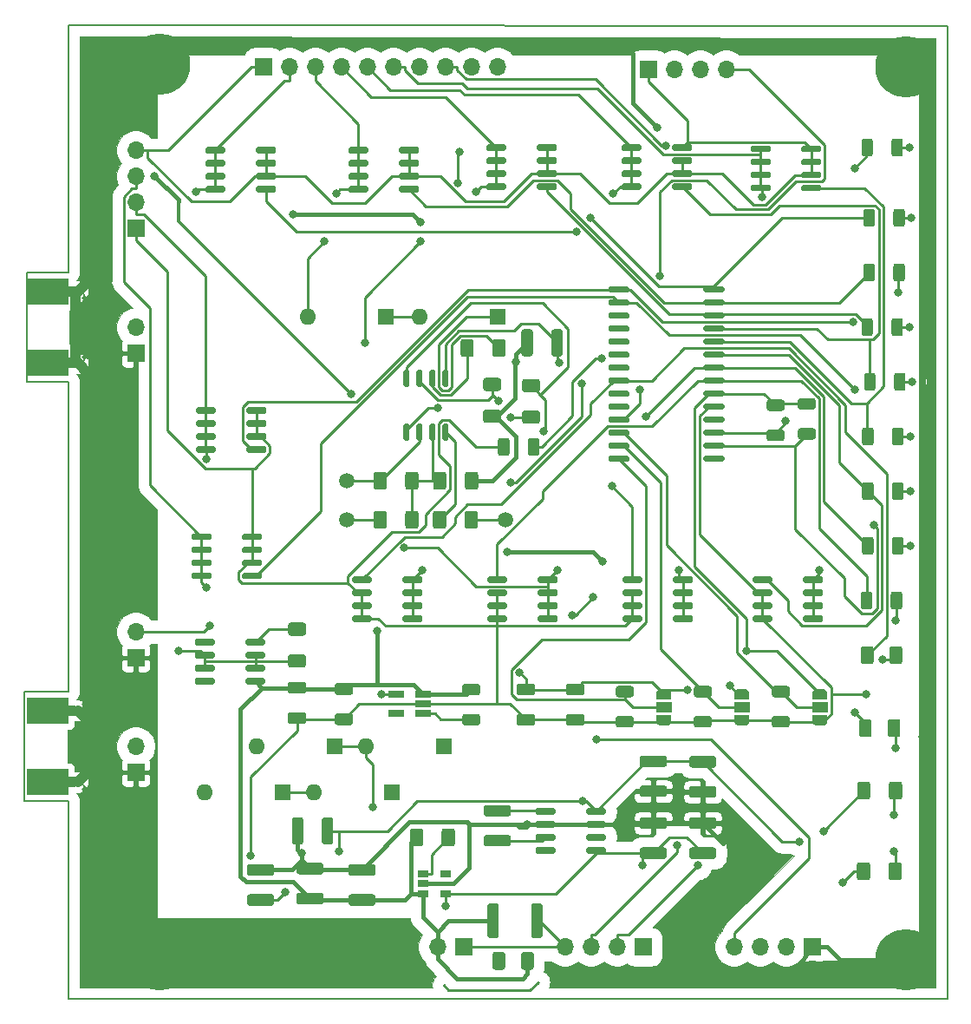
<source format=gbr>
%TF.GenerationSoftware,KiCad,Pcbnew,(5.1.12)-1*%
%TF.CreationDate,2021-11-19T01:02:39+01:00*%
%TF.ProjectId,HF_CaricoVariabile_r00,48465f43-6172-4696-936f-566172696162,rev?*%
%TF.SameCoordinates,Original*%
%TF.FileFunction,Copper,L2,Bot*%
%TF.FilePolarity,Positive*%
%FSLAX46Y46*%
G04 Gerber Fmt 4.6, Leading zero omitted, Abs format (unit mm)*
G04 Created by KiCad (PCBNEW (5.1.12)-1) date 2021-11-19 01:02:39*
%MOMM*%
%LPD*%
G01*
G04 APERTURE LIST*
%TA.AperFunction,Profile*%
%ADD10C,0.150000*%
%TD*%
%TA.AperFunction,ComponentPad*%
%ADD11O,1.700000X1.700000*%
%TD*%
%TA.AperFunction,ComponentPad*%
%ADD12R,1.700000X1.700000*%
%TD*%
%TA.AperFunction,SMDPad,CuDef*%
%ADD13C,1.500000*%
%TD*%
%TA.AperFunction,ComponentPad*%
%ADD14O,1.600000X1.600000*%
%TD*%
%TA.AperFunction,ComponentPad*%
%ADD15R,1.600000X1.600000*%
%TD*%
%TA.AperFunction,SMDPad,CuDef*%
%ADD16R,1.060000X0.650000*%
%TD*%
%TA.AperFunction,SMDPad,CuDef*%
%ADD17R,1.560000X0.650000*%
%TD*%
%TA.AperFunction,SMDPad,CuDef*%
%ADD18R,1.500000X1.000000*%
%TD*%
%TA.AperFunction,SMDPad,CuDef*%
%ADD19C,0.100000*%
%TD*%
%TA.AperFunction,SMDPad,CuDef*%
%ADD20R,0.890000X0.460000*%
%TD*%
%TA.AperFunction,ComponentPad*%
%ADD21C,0.970000*%
%TD*%
%TA.AperFunction,SMDPad,CuDef*%
%ADD22R,4.190000X2.665000*%
%TD*%
%TA.AperFunction,ViaPad*%
%ADD23C,0.800000*%
%TD*%
%TA.AperFunction,ViaPad*%
%ADD24C,6.000000*%
%TD*%
%TA.AperFunction,Conductor*%
%ADD25C,0.250000*%
%TD*%
%TA.AperFunction,Conductor*%
%ADD26C,1.000000*%
%TD*%
%TA.AperFunction,Conductor*%
%ADD27C,0.400000*%
%TD*%
%TA.AperFunction,Conductor*%
%ADD28C,0.700000*%
%TD*%
%TA.AperFunction,Conductor*%
%ADD29C,0.300000*%
%TD*%
%TA.AperFunction,Conductor*%
%ADD30C,0.120000*%
%TD*%
%TA.AperFunction,Conductor*%
%ADD31C,0.100000*%
%TD*%
G04 APERTURE END LIST*
D10*
X151130000Y-160020000D02*
X65278000Y-160020000D01*
X65278000Y-65024000D02*
X65278000Y-89154000D01*
X65278000Y-89154000D02*
X61214000Y-89154000D01*
X65278000Y-130048000D02*
X60960000Y-130048000D01*
X65278000Y-140716000D02*
X60960000Y-140716000D01*
X65278000Y-140716000D02*
X65278000Y-160020000D01*
X151130000Y-65148899D02*
X65278000Y-65024000D01*
X151130000Y-160020000D02*
X151130000Y-65148899D01*
X60960000Y-130048000D02*
X60960000Y-140716000D01*
X65278000Y-99822000D02*
X65278000Y-130048000D01*
X61214000Y-99822000D02*
X65278000Y-99822000D01*
X61214000Y-89154000D02*
X61214000Y-99822000D01*
%TO.P,R74,2*%
%TO.N,Net-(R74-Pad2)*%
%TA.AperFunction,SMDPad,CuDef*%
G36*
G01*
X107965400Y-155686600D02*
X107965400Y-156936600D01*
G75*
G02*
X107715400Y-157186600I-250000J0D01*
G01*
X106965400Y-157186600D01*
G75*
G02*
X106715400Y-156936600I0J250000D01*
G01*
X106715400Y-155686600D01*
G75*
G02*
X106965400Y-155436600I250000J0D01*
G01*
X107715400Y-155436600D01*
G75*
G02*
X107965400Y-155686600I0J-250000D01*
G01*
G37*
%TD.AperFunction*%
%TO.P,R74,1*%
%TO.N,+5V*%
%TA.AperFunction,SMDPad,CuDef*%
G36*
G01*
X110765400Y-155686600D02*
X110765400Y-156936600D01*
G75*
G02*
X110515400Y-157186600I-250000J0D01*
G01*
X109765400Y-157186600D01*
G75*
G02*
X109515400Y-156936600I0J250000D01*
G01*
X109515400Y-155686600D01*
G75*
G02*
X109765400Y-155436600I250000J0D01*
G01*
X110515400Y-155436600D01*
G75*
G02*
X110765400Y-155686600I0J-250000D01*
G01*
G37*
%TD.AperFunction*%
%TD*%
%TO.P,D16,2*%
%TO.N,GND*%
%TA.AperFunction,SMDPad,CuDef*%
G36*
G01*
X110490200Y-153850001D02*
X110490200Y-150949999D01*
G75*
G02*
X110740199Y-150700000I249999J0D01*
G01*
X111365201Y-150700000D01*
G75*
G02*
X111615200Y-150949999I0J-249999D01*
G01*
X111615200Y-153850001D01*
G75*
G02*
X111365201Y-154100000I-249999J0D01*
G01*
X110740199Y-154100000D01*
G75*
G02*
X110490200Y-153850001I0J249999D01*
G01*
G37*
%TD.AperFunction*%
%TO.P,D16,1*%
%TO.N,+5V*%
%TA.AperFunction,SMDPad,CuDef*%
G36*
G01*
X106215200Y-153850001D02*
X106215200Y-150949999D01*
G75*
G02*
X106465199Y-150700000I249999J0D01*
G01*
X107090201Y-150700000D01*
G75*
G02*
X107340200Y-150949999I0J-249999D01*
G01*
X107340200Y-153850001D01*
G75*
G02*
X107090201Y-154100000I-249999J0D01*
G01*
X106465199Y-154100000D01*
G75*
G02*
X106215200Y-153850001I0J249999D01*
G01*
G37*
%TD.AperFunction*%
%TD*%
D11*
%TO.P,RControl1,10*%
%TO.N,/HFCaricoVariabile-Load/RL1200*%
X107188000Y-69088000D03*
%TO.P,RControl1,9*%
%TO.N,/HFCaricoVariabile-Load/RL0640*%
X104648000Y-69088000D03*
%TO.P,RControl1,8*%
%TO.N,/HFCaricoVariabile-Load/RL0320*%
X102108000Y-69088000D03*
%TO.P,RControl1,7*%
%TO.N,/HFCaricoVariabile-Load/RL0160*%
X99568000Y-69088000D03*
%TO.P,RControl1,6*%
%TO.N,/HFCaricoVariabile-Load/RL0080*%
X97028000Y-69088000D03*
%TO.P,RControl1,5*%
%TO.N,/HFCaricoVariabile-Load/RL0040*%
X94488000Y-69088000D03*
%TO.P,RControl1,4*%
%TO.N,/HFCaricoVariabile-Load/RL0020*%
X91948000Y-69088000D03*
%TO.P,RControl1,3*%
%TO.N,/HFCaricoVariabile-Load/RL0010*%
X89408000Y-69088000D03*
%TO.P,RControl1,2*%
%TO.N,/HFCaricoVariabile-Load/RL0005*%
X86868000Y-69088000D03*
D12*
%TO.P,RControl1,1*%
%TO.N,GND*%
X84328000Y-69088000D03*
%TD*%
%TO.P,U11,8*%
%TO.N,+3V3*%
%TA.AperFunction,SMDPad,CuDef*%
G36*
G01*
X98148000Y-103908000D02*
X98448000Y-103908000D01*
G75*
G02*
X98598000Y-104058000I0J-150000D01*
G01*
X98598000Y-105408000D01*
G75*
G02*
X98448000Y-105558000I-150000J0D01*
G01*
X98148000Y-105558000D01*
G75*
G02*
X97998000Y-105408000I0J150000D01*
G01*
X97998000Y-104058000D01*
G75*
G02*
X98148000Y-103908000I150000J0D01*
G01*
G37*
%TD.AperFunction*%
%TO.P,U11,7*%
%TO.N,Net-(Out1-Pad1)*%
%TA.AperFunction,SMDPad,CuDef*%
G36*
G01*
X99418000Y-103908000D02*
X99718000Y-103908000D01*
G75*
G02*
X99868000Y-104058000I0J-150000D01*
G01*
X99868000Y-105408000D01*
G75*
G02*
X99718000Y-105558000I-150000J0D01*
G01*
X99418000Y-105558000D01*
G75*
G02*
X99268000Y-105408000I0J150000D01*
G01*
X99268000Y-104058000D01*
G75*
G02*
X99418000Y-103908000I150000J0D01*
G01*
G37*
%TD.AperFunction*%
%TO.P,U11,6*%
%TO.N,Net-(R70-Pad2)*%
%TA.AperFunction,SMDPad,CuDef*%
G36*
G01*
X100688000Y-103908000D02*
X100988000Y-103908000D01*
G75*
G02*
X101138000Y-104058000I0J-150000D01*
G01*
X101138000Y-105408000D01*
G75*
G02*
X100988000Y-105558000I-150000J0D01*
G01*
X100688000Y-105558000D01*
G75*
G02*
X100538000Y-105408000I0J150000D01*
G01*
X100538000Y-104058000D01*
G75*
G02*
X100688000Y-103908000I150000J0D01*
G01*
G37*
%TD.AperFunction*%
%TO.P,U11,5*%
%TO.N,Net-(R69-Pad2)*%
%TA.AperFunction,SMDPad,CuDef*%
G36*
G01*
X101958000Y-103908000D02*
X102258000Y-103908000D01*
G75*
G02*
X102408000Y-104058000I0J-150000D01*
G01*
X102408000Y-105408000D01*
G75*
G02*
X102258000Y-105558000I-150000J0D01*
G01*
X101958000Y-105558000D01*
G75*
G02*
X101808000Y-105408000I0J150000D01*
G01*
X101808000Y-104058000D01*
G75*
G02*
X101958000Y-103908000I150000J0D01*
G01*
G37*
%TD.AperFunction*%
%TO.P,U11,4*%
%TO.N,-3V3*%
%TA.AperFunction,SMDPad,CuDef*%
G36*
G01*
X101958000Y-98658000D02*
X102258000Y-98658000D01*
G75*
G02*
X102408000Y-98808000I0J-150000D01*
G01*
X102408000Y-100158000D01*
G75*
G02*
X102258000Y-100308000I-150000J0D01*
G01*
X101958000Y-100308000D01*
G75*
G02*
X101808000Y-100158000I0J150000D01*
G01*
X101808000Y-98808000D01*
G75*
G02*
X101958000Y-98658000I150000J0D01*
G01*
G37*
%TD.AperFunction*%
%TO.P,U11,3*%
%TO.N,Net-(R66-Pad2)*%
%TA.AperFunction,SMDPad,CuDef*%
G36*
G01*
X100688000Y-98658000D02*
X100988000Y-98658000D01*
G75*
G02*
X101138000Y-98808000I0J-150000D01*
G01*
X101138000Y-100158000D01*
G75*
G02*
X100988000Y-100308000I-150000J0D01*
G01*
X100688000Y-100308000D01*
G75*
G02*
X100538000Y-100158000I0J150000D01*
G01*
X100538000Y-98808000D01*
G75*
G02*
X100688000Y-98658000I150000J0D01*
G01*
G37*
%TD.AperFunction*%
%TO.P,U11,2*%
%TO.N,Net-(R67-Pad2)*%
%TA.AperFunction,SMDPad,CuDef*%
G36*
G01*
X99418000Y-98658000D02*
X99718000Y-98658000D01*
G75*
G02*
X99868000Y-98808000I0J-150000D01*
G01*
X99868000Y-100158000D01*
G75*
G02*
X99718000Y-100308000I-150000J0D01*
G01*
X99418000Y-100308000D01*
G75*
G02*
X99268000Y-100158000I0J150000D01*
G01*
X99268000Y-98808000D01*
G75*
G02*
X99418000Y-98658000I150000J0D01*
G01*
G37*
%TD.AperFunction*%
%TO.P,U11,1*%
%TO.N,/HFCaricoVariabile-Load/RFLevel-Out*%
%TA.AperFunction,SMDPad,CuDef*%
G36*
G01*
X98148000Y-98658000D02*
X98448000Y-98658000D01*
G75*
G02*
X98598000Y-98808000I0J-150000D01*
G01*
X98598000Y-100158000D01*
G75*
G02*
X98448000Y-100308000I-150000J0D01*
G01*
X98148000Y-100308000D01*
G75*
G02*
X97998000Y-100158000I0J150000D01*
G01*
X97998000Y-98808000D01*
G75*
G02*
X98148000Y-98658000I150000J0D01*
G01*
G37*
%TD.AperFunction*%
%TD*%
D13*
%TO.P,Out1,1*%
%TO.N,Net-(Out1-Pad1)*%
X92456000Y-109474000D03*
%TD*%
%TO.P,Inp-1,1*%
%TO.N,Net-(Inp-1-Pad1)*%
X92456000Y-113284000D03*
%TD*%
%TO.P,Inp+1,1*%
%TO.N,Net-(Inp+1-Pad1)*%
X107950000Y-113284000D03*
%TD*%
%TO.P,R73,2*%
%TO.N,Net-(R73-Pad2)*%
%TA.AperFunction,SMDPad,CuDef*%
G36*
G01*
X101764000Y-144897000D02*
X101764000Y-143647000D01*
G75*
G02*
X102014000Y-143397000I250000J0D01*
G01*
X102814000Y-143397000D01*
G75*
G02*
X103064000Y-143647000I0J-250000D01*
G01*
X103064000Y-144897000D01*
G75*
G02*
X102814000Y-145147000I-250000J0D01*
G01*
X102014000Y-145147000D01*
G75*
G02*
X101764000Y-144897000I0J250000D01*
G01*
G37*
%TD.AperFunction*%
%TO.P,R73,1*%
%TO.N,+5V*%
%TA.AperFunction,SMDPad,CuDef*%
G36*
G01*
X98664000Y-144897000D02*
X98664000Y-143647000D01*
G75*
G02*
X98914000Y-143397000I250000J0D01*
G01*
X99714000Y-143397000D01*
G75*
G02*
X99964000Y-143647000I0J-250000D01*
G01*
X99964000Y-144897000D01*
G75*
G02*
X99714000Y-145147000I-250000J0D01*
G01*
X98914000Y-145147000D01*
G75*
G02*
X98664000Y-144897000I0J250000D01*
G01*
G37*
%TD.AperFunction*%
%TD*%
%TO.P,R72,2*%
%TO.N,Net-(Out1-Pad1)*%
%TA.AperFunction,SMDPad,CuDef*%
G36*
G01*
X96408000Y-108849000D02*
X96408000Y-110099000D01*
G75*
G02*
X96158000Y-110349000I-250000J0D01*
G01*
X95358000Y-110349000D01*
G75*
G02*
X95108000Y-110099000I0J250000D01*
G01*
X95108000Y-108849000D01*
G75*
G02*
X95358000Y-108599000I250000J0D01*
G01*
X96158000Y-108599000D01*
G75*
G02*
X96408000Y-108849000I0J-250000D01*
G01*
G37*
%TD.AperFunction*%
%TO.P,R72,1*%
%TO.N,Net-(R70-Pad2)*%
%TA.AperFunction,SMDPad,CuDef*%
G36*
G01*
X99508000Y-108849000D02*
X99508000Y-110099000D01*
G75*
G02*
X99258000Y-110349000I-250000J0D01*
G01*
X98458000Y-110349000D01*
G75*
G02*
X98208000Y-110099000I0J250000D01*
G01*
X98208000Y-108849000D01*
G75*
G02*
X98458000Y-108599000I250000J0D01*
G01*
X99258000Y-108599000D01*
G75*
G02*
X99508000Y-108849000I0J-250000D01*
G01*
G37*
%TD.AperFunction*%
%TD*%
%TO.P,R71,2*%
%TO.N,GNDA*%
%TA.AperFunction,SMDPad,CuDef*%
G36*
G01*
X104024000Y-110099000D02*
X104024000Y-108849000D01*
G75*
G02*
X104274000Y-108599000I250000J0D01*
G01*
X105074000Y-108599000D01*
G75*
G02*
X105324000Y-108849000I0J-250000D01*
G01*
X105324000Y-110099000D01*
G75*
G02*
X105074000Y-110349000I-250000J0D01*
G01*
X104274000Y-110349000D01*
G75*
G02*
X104024000Y-110099000I0J250000D01*
G01*
G37*
%TD.AperFunction*%
%TO.P,R71,1*%
%TO.N,Net-(R70-Pad2)*%
%TA.AperFunction,SMDPad,CuDef*%
G36*
G01*
X100924000Y-110099000D02*
X100924000Y-108849000D01*
G75*
G02*
X101174000Y-108599000I250000J0D01*
G01*
X101974000Y-108599000D01*
G75*
G02*
X102224000Y-108849000I0J-250000D01*
G01*
X102224000Y-110099000D01*
G75*
G02*
X101974000Y-110349000I-250000J0D01*
G01*
X101174000Y-110349000D01*
G75*
G02*
X100924000Y-110099000I0J250000D01*
G01*
G37*
%TD.AperFunction*%
%TD*%
%TO.P,R70,2*%
%TO.N,Net-(R70-Pad2)*%
%TA.AperFunction,SMDPad,CuDef*%
G36*
G01*
X98208000Y-113909000D02*
X98208000Y-112659000D01*
G75*
G02*
X98458000Y-112409000I250000J0D01*
G01*
X99258000Y-112409000D01*
G75*
G02*
X99508000Y-112659000I0J-250000D01*
G01*
X99508000Y-113909000D01*
G75*
G02*
X99258000Y-114159000I-250000J0D01*
G01*
X98458000Y-114159000D01*
G75*
G02*
X98208000Y-113909000I0J250000D01*
G01*
G37*
%TD.AperFunction*%
%TO.P,R70,1*%
%TO.N,Net-(Inp-1-Pad1)*%
%TA.AperFunction,SMDPad,CuDef*%
G36*
G01*
X95108000Y-113909000D02*
X95108000Y-112659000D01*
G75*
G02*
X95358000Y-112409000I250000J0D01*
G01*
X96158000Y-112409000D01*
G75*
G02*
X96408000Y-112659000I0J-250000D01*
G01*
X96408000Y-113909000D01*
G75*
G02*
X96158000Y-114159000I-250000J0D01*
G01*
X95358000Y-114159000D01*
G75*
G02*
X95108000Y-113909000I0J250000D01*
G01*
G37*
%TD.AperFunction*%
%TD*%
%TO.P,R69,2*%
%TO.N,Net-(R69-Pad2)*%
%TA.AperFunction,SMDPad,CuDef*%
G36*
G01*
X102198000Y-112659000D02*
X102198000Y-113909000D01*
G75*
G02*
X101948000Y-114159000I-250000J0D01*
G01*
X101148000Y-114159000D01*
G75*
G02*
X100898000Y-113909000I0J250000D01*
G01*
X100898000Y-112659000D01*
G75*
G02*
X101148000Y-112409000I250000J0D01*
G01*
X101948000Y-112409000D01*
G75*
G02*
X102198000Y-112659000I0J-250000D01*
G01*
G37*
%TD.AperFunction*%
%TO.P,R69,1*%
%TO.N,Net-(Inp+1-Pad1)*%
%TA.AperFunction,SMDPad,CuDef*%
G36*
G01*
X105298000Y-112659000D02*
X105298000Y-113909000D01*
G75*
G02*
X105048000Y-114159000I-250000J0D01*
G01*
X104248000Y-114159000D01*
G75*
G02*
X103998000Y-113909000I0J250000D01*
G01*
X103998000Y-112659000D01*
G75*
G02*
X104248000Y-112409000I250000J0D01*
G01*
X105048000Y-112409000D01*
G75*
G02*
X105298000Y-112659000I0J-250000D01*
G01*
G37*
%TD.AperFunction*%
%TD*%
%TO.P,R68,2*%
%TO.N,Net-(R67-Pad2)*%
%TA.AperFunction,SMDPad,CuDef*%
G36*
G01*
X109865000Y-102627000D02*
X111115000Y-102627000D01*
G75*
G02*
X111365000Y-102877000I0J-250000D01*
G01*
X111365000Y-103677000D01*
G75*
G02*
X111115000Y-103927000I-250000J0D01*
G01*
X109865000Y-103927000D01*
G75*
G02*
X109615000Y-103677000I0J250000D01*
G01*
X109615000Y-102877000D01*
G75*
G02*
X109865000Y-102627000I250000J0D01*
G01*
G37*
%TD.AperFunction*%
%TO.P,R68,1*%
%TO.N,/HFCaricoVariabile-Load/RFLevel-Out*%
%TA.AperFunction,SMDPad,CuDef*%
G36*
G01*
X109865000Y-99527000D02*
X111115000Y-99527000D01*
G75*
G02*
X111365000Y-99777000I0J-250000D01*
G01*
X111365000Y-100577000D01*
G75*
G02*
X111115000Y-100827000I-250000J0D01*
G01*
X109865000Y-100827000D01*
G75*
G02*
X109615000Y-100577000I0J250000D01*
G01*
X109615000Y-99777000D01*
G75*
G02*
X109865000Y-99527000I250000J0D01*
G01*
G37*
%TD.AperFunction*%
%TD*%
%TO.P,R67,2*%
%TO.N,Net-(R67-Pad2)*%
%TA.AperFunction,SMDPad,CuDef*%
G36*
G01*
X107305000Y-100726000D02*
X106055000Y-100726000D01*
G75*
G02*
X105805000Y-100476000I0J250000D01*
G01*
X105805000Y-99676000D01*
G75*
G02*
X106055000Y-99426000I250000J0D01*
G01*
X107305000Y-99426000D01*
G75*
G02*
X107555000Y-99676000I0J-250000D01*
G01*
X107555000Y-100476000D01*
G75*
G02*
X107305000Y-100726000I-250000J0D01*
G01*
G37*
%TD.AperFunction*%
%TO.P,R67,1*%
%TO.N,GNDA*%
%TA.AperFunction,SMDPad,CuDef*%
G36*
G01*
X107305000Y-103826000D02*
X106055000Y-103826000D01*
G75*
G02*
X105805000Y-103576000I0J250000D01*
G01*
X105805000Y-102776000D01*
G75*
G02*
X106055000Y-102526000I250000J0D01*
G01*
X107305000Y-102526000D01*
G75*
G02*
X107555000Y-102776000I0J-250000D01*
G01*
X107555000Y-103576000D01*
G75*
G02*
X107305000Y-103826000I-250000J0D01*
G01*
G37*
%TD.AperFunction*%
%TD*%
%TO.P,R66,2*%
%TO.N,Net-(R66-Pad2)*%
%TA.AperFunction,SMDPad,CuDef*%
G36*
G01*
X104891000Y-95895000D02*
X104891000Y-97145000D01*
G75*
G02*
X104641000Y-97395000I-250000J0D01*
G01*
X103841000Y-97395000D01*
G75*
G02*
X103591000Y-97145000I0J250000D01*
G01*
X103591000Y-95895000D01*
G75*
G02*
X103841000Y-95645000I250000J0D01*
G01*
X104641000Y-95645000D01*
G75*
G02*
X104891000Y-95895000I0J-250000D01*
G01*
G37*
%TD.AperFunction*%
%TO.P,R66,1*%
%TO.N,Net-(C16-Pad1)*%
%TA.AperFunction,SMDPad,CuDef*%
G36*
G01*
X107991000Y-95895000D02*
X107991000Y-97145000D01*
G75*
G02*
X107741000Y-97395000I-250000J0D01*
G01*
X106941000Y-97395000D01*
G75*
G02*
X106691000Y-97145000I0J250000D01*
G01*
X106691000Y-95895000D01*
G75*
G02*
X106941000Y-95645000I250000J0D01*
G01*
X107741000Y-95645000D01*
G75*
G02*
X107991000Y-95895000I0J-250000D01*
G01*
G37*
%TD.AperFunction*%
%TD*%
D14*
%TO.P,D15,2*%
%TO.N,Net-(D12-Pad1)*%
X99568000Y-93472000D03*
D15*
%TO.P,D15,1*%
%TO.N,Net-(C16-Pad1)*%
X107188000Y-93472000D03*
%TD*%
D14*
%TO.P,D12,2*%
%TO.N,Net-(C16-Pad2)*%
X88646000Y-93472000D03*
D15*
%TO.P,D12,1*%
%TO.N,Net-(D12-Pad1)*%
X96266000Y-93472000D03*
%TD*%
%TO.P,C18,2*%
%TO.N,GNDA*%
%TA.AperFunction,SMDPad,CuDef*%
G36*
G01*
X110668000Y-94936999D02*
X110668000Y-97087001D01*
G75*
G02*
X110418001Y-97337000I-249999J0D01*
G01*
X109792999Y-97337000D01*
G75*
G02*
X109543000Y-97087001I0J249999D01*
G01*
X109543000Y-94936999D01*
G75*
G02*
X109792999Y-94687000I249999J0D01*
G01*
X110418001Y-94687000D01*
G75*
G02*
X110668000Y-94936999I0J-249999D01*
G01*
G37*
%TD.AperFunction*%
%TO.P,C18,1*%
%TO.N,-3V3*%
%TA.AperFunction,SMDPad,CuDef*%
G36*
G01*
X113593000Y-94936999D02*
X113593000Y-97087001D01*
G75*
G02*
X113343001Y-97337000I-249999J0D01*
G01*
X112717999Y-97337000D01*
G75*
G02*
X112468000Y-97087001I0J249999D01*
G01*
X112468000Y-94936999D01*
G75*
G02*
X112717999Y-94687000I249999J0D01*
G01*
X113343001Y-94687000D01*
G75*
G02*
X113593000Y-94936999I0J-249999D01*
G01*
G37*
%TD.AperFunction*%
%TD*%
%TO.P,C17,2*%
%TO.N,GNDA*%
%TA.AperFunction,SMDPad,CuDef*%
G36*
G01*
X85149001Y-148006000D02*
X82998999Y-148006000D01*
G75*
G02*
X82749000Y-147756001I0J249999D01*
G01*
X82749000Y-147130999D01*
G75*
G02*
X82998999Y-146881000I249999J0D01*
G01*
X85149001Y-146881000D01*
G75*
G02*
X85399000Y-147130999I0J-249999D01*
G01*
X85399000Y-147756001D01*
G75*
G02*
X85149001Y-148006000I-249999J0D01*
G01*
G37*
%TD.AperFunction*%
%TO.P,C17,1*%
%TO.N,-3V3*%
%TA.AperFunction,SMDPad,CuDef*%
G36*
G01*
X85149001Y-150931000D02*
X82998999Y-150931000D01*
G75*
G02*
X82749000Y-150681001I0J249999D01*
G01*
X82749000Y-150055999D01*
G75*
G02*
X82998999Y-149806000I249999J0D01*
G01*
X85149001Y-149806000D01*
G75*
G02*
X85399000Y-150055999I0J-249999D01*
G01*
X85399000Y-150681001D01*
G75*
G02*
X85149001Y-150931000I-249999J0D01*
G01*
G37*
%TD.AperFunction*%
%TD*%
%TO.P,U9,8*%
%TO.N,N/C*%
%TA.AperFunction,SMDPad,CuDef*%
G36*
G01*
X79591000Y-125072000D02*
X79591000Y-125372000D01*
G75*
G02*
X79441000Y-125522000I-150000J0D01*
G01*
X77791000Y-125522000D01*
G75*
G02*
X77641000Y-125372000I0J150000D01*
G01*
X77641000Y-125072000D01*
G75*
G02*
X77791000Y-124922000I150000J0D01*
G01*
X79441000Y-124922000D01*
G75*
G02*
X79591000Y-125072000I0J-150000D01*
G01*
G37*
%TD.AperFunction*%
%TO.P,U9,7*%
%TO.N,/HFCaricoVariabile-Load/1mACC*%
%TA.AperFunction,SMDPad,CuDef*%
G36*
G01*
X79591000Y-126342000D02*
X79591000Y-126642000D01*
G75*
G02*
X79441000Y-126792000I-150000J0D01*
G01*
X77791000Y-126792000D01*
G75*
G02*
X77641000Y-126642000I0J150000D01*
G01*
X77641000Y-126342000D01*
G75*
G02*
X77791000Y-126192000I150000J0D01*
G01*
X79441000Y-126192000D01*
G75*
G02*
X79591000Y-126342000I0J-150000D01*
G01*
G37*
%TD.AperFunction*%
%TO.P,U9,6*%
%TA.AperFunction,SMDPad,CuDef*%
G36*
G01*
X79591000Y-127612000D02*
X79591000Y-127912000D01*
G75*
G02*
X79441000Y-128062000I-150000J0D01*
G01*
X77791000Y-128062000D01*
G75*
G02*
X77641000Y-127912000I0J150000D01*
G01*
X77641000Y-127612000D01*
G75*
G02*
X77791000Y-127462000I150000J0D01*
G01*
X79441000Y-127462000D01*
G75*
G02*
X79591000Y-127612000I0J-150000D01*
G01*
G37*
%TD.AperFunction*%
%TO.P,U9,5*%
%TO.N,N/C*%
%TA.AperFunction,SMDPad,CuDef*%
G36*
G01*
X79591000Y-128882000D02*
X79591000Y-129182000D01*
G75*
G02*
X79441000Y-129332000I-150000J0D01*
G01*
X77791000Y-129332000D01*
G75*
G02*
X77641000Y-129182000I0J150000D01*
G01*
X77641000Y-128882000D01*
G75*
G02*
X77791000Y-128732000I150000J0D01*
G01*
X79441000Y-128732000D01*
G75*
G02*
X79591000Y-128882000I0J-150000D01*
G01*
G37*
%TD.AperFunction*%
%TO.P,U9,4*%
%TO.N,+5V*%
%TA.AperFunction,SMDPad,CuDef*%
G36*
G01*
X84541000Y-128882000D02*
X84541000Y-129182000D01*
G75*
G02*
X84391000Y-129332000I-150000J0D01*
G01*
X82741000Y-129332000D01*
G75*
G02*
X82591000Y-129182000I0J150000D01*
G01*
X82591000Y-128882000D01*
G75*
G02*
X82741000Y-128732000I150000J0D01*
G01*
X84391000Y-128732000D01*
G75*
G02*
X84541000Y-128882000I0J-150000D01*
G01*
G37*
%TD.AperFunction*%
%TO.P,U9,3*%
%TO.N,/HFCaricoVariabile-Load/1mACC*%
%TA.AperFunction,SMDPad,CuDef*%
G36*
G01*
X84541000Y-127612000D02*
X84541000Y-127912000D01*
G75*
G02*
X84391000Y-128062000I-150000J0D01*
G01*
X82741000Y-128062000D01*
G75*
G02*
X82591000Y-127912000I0J150000D01*
G01*
X82591000Y-127612000D01*
G75*
G02*
X82741000Y-127462000I150000J0D01*
G01*
X84391000Y-127462000D01*
G75*
G02*
X84541000Y-127612000I0J-150000D01*
G01*
G37*
%TD.AperFunction*%
%TO.P,U9,2*%
%TA.AperFunction,SMDPad,CuDef*%
G36*
G01*
X84541000Y-126342000D02*
X84541000Y-126642000D01*
G75*
G02*
X84391000Y-126792000I-150000J0D01*
G01*
X82741000Y-126792000D01*
G75*
G02*
X82591000Y-126642000I0J150000D01*
G01*
X82591000Y-126342000D01*
G75*
G02*
X82741000Y-126192000I150000J0D01*
G01*
X84391000Y-126192000D01*
G75*
G02*
X84541000Y-126342000I0J-150000D01*
G01*
G37*
%TD.AperFunction*%
%TO.P,U9,1*%
%TO.N,Net-(R61-Pad1)*%
%TA.AperFunction,SMDPad,CuDef*%
G36*
G01*
X84541000Y-125072000D02*
X84541000Y-125372000D01*
G75*
G02*
X84391000Y-125522000I-150000J0D01*
G01*
X82741000Y-125522000D01*
G75*
G02*
X82591000Y-125372000I0J150000D01*
G01*
X82591000Y-125072000D01*
G75*
G02*
X82741000Y-124922000I150000J0D01*
G01*
X84391000Y-124922000D01*
G75*
G02*
X84541000Y-125072000I0J-150000D01*
G01*
G37*
%TD.AperFunction*%
%TD*%
%TO.P,R63,2*%
%TO.N,Net-(R63-Pad2)*%
%TA.AperFunction,SMDPad,CuDef*%
G36*
G01*
X145301000Y-134229000D02*
X145301000Y-132979000D01*
G75*
G02*
X145551000Y-132729000I250000J0D01*
G01*
X146301000Y-132729000D01*
G75*
G02*
X146551000Y-132979000I0J-250000D01*
G01*
X146551000Y-134229000D01*
G75*
G02*
X146301000Y-134479000I-250000J0D01*
G01*
X145551000Y-134479000D01*
G75*
G02*
X145301000Y-134229000I0J250000D01*
G01*
G37*
%TD.AperFunction*%
%TO.P,R63,1*%
%TO.N,Net-(IC1-Pad4)*%
%TA.AperFunction,SMDPad,CuDef*%
G36*
G01*
X142501000Y-134229000D02*
X142501000Y-132979000D01*
G75*
G02*
X142751000Y-132729000I250000J0D01*
G01*
X143501000Y-132729000D01*
G75*
G02*
X143751000Y-132979000I0J-250000D01*
G01*
X143751000Y-134229000D01*
G75*
G02*
X143501000Y-134479000I-250000J0D01*
G01*
X142751000Y-134479000D01*
G75*
G02*
X142501000Y-134229000I0J250000D01*
G01*
G37*
%TD.AperFunction*%
%TD*%
%TO.P,R61,2*%
%TO.N,/HFCaricoVariabile-Load/1mACC*%
%TA.AperFunction,SMDPad,CuDef*%
G36*
G01*
X87005000Y-126402000D02*
X88255000Y-126402000D01*
G75*
G02*
X88505000Y-126652000I0J-250000D01*
G01*
X88505000Y-127452000D01*
G75*
G02*
X88255000Y-127702000I-250000J0D01*
G01*
X87005000Y-127702000D01*
G75*
G02*
X86755000Y-127452000I0J250000D01*
G01*
X86755000Y-126652000D01*
G75*
G02*
X87005000Y-126402000I250000J0D01*
G01*
G37*
%TD.AperFunction*%
%TO.P,R61,1*%
%TO.N,Net-(R61-Pad1)*%
%TA.AperFunction,SMDPad,CuDef*%
G36*
G01*
X87005000Y-123302000D02*
X88255000Y-123302000D01*
G75*
G02*
X88505000Y-123552000I0J-250000D01*
G01*
X88505000Y-124352000D01*
G75*
G02*
X88255000Y-124602000I-250000J0D01*
G01*
X87005000Y-124602000D01*
G75*
G02*
X86755000Y-124352000I0J250000D01*
G01*
X86755000Y-123552000D01*
G75*
G02*
X87005000Y-123302000I250000J0D01*
G01*
G37*
%TD.AperFunction*%
%TD*%
D11*
%TO.P,Mode1,4*%
%TO.N,GND*%
X71882000Y-77216000D03*
%TO.P,Mode1,3*%
%TO.N,/HFCaricoVariabile-Load/RLRx-Zx*%
X71882000Y-79756000D03*
%TO.P,Mode1,2*%
%TO.N,/HFCaricoVariabile-Load/RLLoad-WB*%
X71882000Y-82296000D03*
D12*
%TO.P,Mode1,1*%
%TO.N,GND*%
X71882000Y-84836000D03*
%TD*%
%TO.P,IC1,8*%
%TO.N,/HFCaricoVariabile-Load/RLRx-Zx*%
%TA.AperFunction,SMDPad,CuDef*%
G36*
G01*
X79272000Y-114785000D02*
X79272000Y-115085000D01*
G75*
G02*
X79122000Y-115235000I-150000J0D01*
G01*
X77472000Y-115235000D01*
G75*
G02*
X77322000Y-115085000I0J150000D01*
G01*
X77322000Y-114785000D01*
G75*
G02*
X77472000Y-114635000I150000J0D01*
G01*
X79122000Y-114635000D01*
G75*
G02*
X79272000Y-114785000I0J-150000D01*
G01*
G37*
%TD.AperFunction*%
%TO.P,IC1,7*%
%TA.AperFunction,SMDPad,CuDef*%
G36*
G01*
X79272000Y-116055000D02*
X79272000Y-116355000D01*
G75*
G02*
X79122000Y-116505000I-150000J0D01*
G01*
X77472000Y-116505000D01*
G75*
G02*
X77322000Y-116355000I0J150000D01*
G01*
X77322000Y-116055000D01*
G75*
G02*
X77472000Y-115905000I150000J0D01*
G01*
X79122000Y-115905000D01*
G75*
G02*
X79272000Y-116055000I0J-150000D01*
G01*
G37*
%TD.AperFunction*%
%TO.P,IC1,6*%
%TA.AperFunction,SMDPad,CuDef*%
G36*
G01*
X79272000Y-117325000D02*
X79272000Y-117625000D01*
G75*
G02*
X79122000Y-117775000I-150000J0D01*
G01*
X77472000Y-117775000D01*
G75*
G02*
X77322000Y-117625000I0J150000D01*
G01*
X77322000Y-117325000D01*
G75*
G02*
X77472000Y-117175000I150000J0D01*
G01*
X79122000Y-117175000D01*
G75*
G02*
X79272000Y-117325000I0J-150000D01*
G01*
G37*
%TD.AperFunction*%
%TO.P,IC1,5*%
%TA.AperFunction,SMDPad,CuDef*%
G36*
G01*
X79272000Y-118595000D02*
X79272000Y-118895000D01*
G75*
G02*
X79122000Y-119045000I-150000J0D01*
G01*
X77472000Y-119045000D01*
G75*
G02*
X77322000Y-118895000I0J150000D01*
G01*
X77322000Y-118595000D01*
G75*
G02*
X77472000Y-118445000I150000J0D01*
G01*
X79122000Y-118445000D01*
G75*
G02*
X79272000Y-118595000I0J-150000D01*
G01*
G37*
%TD.AperFunction*%
%TO.P,IC1,4*%
%TO.N,Net-(IC1-Pad4)*%
%TA.AperFunction,SMDPad,CuDef*%
G36*
G01*
X84222000Y-118595000D02*
X84222000Y-118895000D01*
G75*
G02*
X84072000Y-119045000I-150000J0D01*
G01*
X82422000Y-119045000D01*
G75*
G02*
X82272000Y-118895000I0J150000D01*
G01*
X82272000Y-118595000D01*
G75*
G02*
X82422000Y-118445000I150000J0D01*
G01*
X84072000Y-118445000D01*
G75*
G02*
X84222000Y-118595000I0J-150000D01*
G01*
G37*
%TD.AperFunction*%
%TO.P,IC1,3*%
%TO.N,GND*%
%TA.AperFunction,SMDPad,CuDef*%
G36*
G01*
X84222000Y-117325000D02*
X84222000Y-117625000D01*
G75*
G02*
X84072000Y-117775000I-150000J0D01*
G01*
X82422000Y-117775000D01*
G75*
G02*
X82272000Y-117625000I0J150000D01*
G01*
X82272000Y-117325000D01*
G75*
G02*
X82422000Y-117175000I150000J0D01*
G01*
X84072000Y-117175000D01*
G75*
G02*
X84222000Y-117325000I0J-150000D01*
G01*
G37*
%TD.AperFunction*%
%TO.P,IC1,2*%
%TA.AperFunction,SMDPad,CuDef*%
G36*
G01*
X84222000Y-116055000D02*
X84222000Y-116355000D01*
G75*
G02*
X84072000Y-116505000I-150000J0D01*
G01*
X82422000Y-116505000D01*
G75*
G02*
X82272000Y-116355000I0J150000D01*
G01*
X82272000Y-116055000D01*
G75*
G02*
X82422000Y-115905000I150000J0D01*
G01*
X84072000Y-115905000D01*
G75*
G02*
X84222000Y-116055000I0J-150000D01*
G01*
G37*
%TD.AperFunction*%
%TO.P,IC1,1*%
%TA.AperFunction,SMDPad,CuDef*%
G36*
G01*
X84222000Y-114785000D02*
X84222000Y-115085000D01*
G75*
G02*
X84072000Y-115235000I-150000J0D01*
G01*
X82422000Y-115235000D01*
G75*
G02*
X82272000Y-115085000I0J150000D01*
G01*
X82272000Y-114785000D01*
G75*
G02*
X82422000Y-114635000I150000J0D01*
G01*
X84072000Y-114635000D01*
G75*
G02*
X84222000Y-114785000I0J-150000D01*
G01*
G37*
%TD.AperFunction*%
%TD*%
%TO.P,R19,2*%
%TO.N,Net-(1280R1-Pad2)*%
%TA.AperFunction,SMDPad,CuDef*%
G36*
G01*
X145493000Y-127117000D02*
X145493000Y-125867000D01*
G75*
G02*
X145743000Y-125617000I250000J0D01*
G01*
X146493000Y-125617000D01*
G75*
G02*
X146743000Y-125867000I0J-250000D01*
G01*
X146743000Y-127117000D01*
G75*
G02*
X146493000Y-127367000I-250000J0D01*
G01*
X145743000Y-127367000D01*
G75*
G02*
X145493000Y-127117000I0J250000D01*
G01*
G37*
%TD.AperFunction*%
%TO.P,R19,1*%
%TO.N,Net-(IC4-Pad4)*%
%TA.AperFunction,SMDPad,CuDef*%
G36*
G01*
X142693000Y-127117000D02*
X142693000Y-125867000D01*
G75*
G02*
X142943000Y-125617000I250000J0D01*
G01*
X143693000Y-125617000D01*
G75*
G02*
X143943000Y-125867000I0J-250000D01*
G01*
X143943000Y-127117000D01*
G75*
G02*
X143693000Y-127367000I-250000J0D01*
G01*
X142943000Y-127367000D01*
G75*
G02*
X142693000Y-127117000I0J250000D01*
G01*
G37*
%TD.AperFunction*%
%TD*%
%TO.P,IC11,8*%
%TO.N,/HFCaricoVariabile-Load/RL0005*%
%TA.AperFunction,SMDPad,CuDef*%
G36*
G01*
X80624000Y-77066000D02*
X80624000Y-77366000D01*
G75*
G02*
X80474000Y-77516000I-150000J0D01*
G01*
X78824000Y-77516000D01*
G75*
G02*
X78674000Y-77366000I0J150000D01*
G01*
X78674000Y-77066000D01*
G75*
G02*
X78824000Y-76916000I150000J0D01*
G01*
X80474000Y-76916000D01*
G75*
G02*
X80624000Y-77066000I0J-150000D01*
G01*
G37*
%TD.AperFunction*%
%TO.P,IC11,7*%
%TA.AperFunction,SMDPad,CuDef*%
G36*
G01*
X80624000Y-78336000D02*
X80624000Y-78636000D01*
G75*
G02*
X80474000Y-78786000I-150000J0D01*
G01*
X78824000Y-78786000D01*
G75*
G02*
X78674000Y-78636000I0J150000D01*
G01*
X78674000Y-78336000D01*
G75*
G02*
X78824000Y-78186000I150000J0D01*
G01*
X80474000Y-78186000D01*
G75*
G02*
X80624000Y-78336000I0J-150000D01*
G01*
G37*
%TD.AperFunction*%
%TO.P,IC11,6*%
%TA.AperFunction,SMDPad,CuDef*%
G36*
G01*
X80624000Y-79606000D02*
X80624000Y-79906000D01*
G75*
G02*
X80474000Y-80056000I-150000J0D01*
G01*
X78824000Y-80056000D01*
G75*
G02*
X78674000Y-79906000I0J150000D01*
G01*
X78674000Y-79606000D01*
G75*
G02*
X78824000Y-79456000I150000J0D01*
G01*
X80474000Y-79456000D01*
G75*
G02*
X80624000Y-79606000I0J-150000D01*
G01*
G37*
%TD.AperFunction*%
%TO.P,IC11,5*%
%TA.AperFunction,SMDPad,CuDef*%
G36*
G01*
X80624000Y-80876000D02*
X80624000Y-81176000D01*
G75*
G02*
X80474000Y-81326000I-150000J0D01*
G01*
X78824000Y-81326000D01*
G75*
G02*
X78674000Y-81176000I0J150000D01*
G01*
X78674000Y-80876000D01*
G75*
G02*
X78824000Y-80726000I150000J0D01*
G01*
X80474000Y-80726000D01*
G75*
G02*
X80624000Y-80876000I0J-150000D01*
G01*
G37*
%TD.AperFunction*%
%TO.P,IC11,4*%
%TO.N,Net-(IC11-Pad4)*%
%TA.AperFunction,SMDPad,CuDef*%
G36*
G01*
X85574000Y-80876000D02*
X85574000Y-81176000D01*
G75*
G02*
X85424000Y-81326000I-150000J0D01*
G01*
X83774000Y-81326000D01*
G75*
G02*
X83624000Y-81176000I0J150000D01*
G01*
X83624000Y-80876000D01*
G75*
G02*
X83774000Y-80726000I150000J0D01*
G01*
X85424000Y-80726000D01*
G75*
G02*
X85574000Y-80876000I0J-150000D01*
G01*
G37*
%TD.AperFunction*%
%TO.P,IC11,3*%
%TO.N,GND*%
%TA.AperFunction,SMDPad,CuDef*%
G36*
G01*
X85574000Y-79606000D02*
X85574000Y-79906000D01*
G75*
G02*
X85424000Y-80056000I-150000J0D01*
G01*
X83774000Y-80056000D01*
G75*
G02*
X83624000Y-79906000I0J150000D01*
G01*
X83624000Y-79606000D01*
G75*
G02*
X83774000Y-79456000I150000J0D01*
G01*
X85424000Y-79456000D01*
G75*
G02*
X85574000Y-79606000I0J-150000D01*
G01*
G37*
%TD.AperFunction*%
%TO.P,IC11,2*%
%TA.AperFunction,SMDPad,CuDef*%
G36*
G01*
X85574000Y-78336000D02*
X85574000Y-78636000D01*
G75*
G02*
X85424000Y-78786000I-150000J0D01*
G01*
X83774000Y-78786000D01*
G75*
G02*
X83624000Y-78636000I0J150000D01*
G01*
X83624000Y-78336000D01*
G75*
G02*
X83774000Y-78186000I150000J0D01*
G01*
X85424000Y-78186000D01*
G75*
G02*
X85574000Y-78336000I0J-150000D01*
G01*
G37*
%TD.AperFunction*%
%TO.P,IC11,1*%
%TA.AperFunction,SMDPad,CuDef*%
G36*
G01*
X85574000Y-77066000D02*
X85574000Y-77366000D01*
G75*
G02*
X85424000Y-77516000I-150000J0D01*
G01*
X83774000Y-77516000D01*
G75*
G02*
X83624000Y-77366000I0J150000D01*
G01*
X83624000Y-77066000D01*
G75*
G02*
X83774000Y-76916000I150000J0D01*
G01*
X85424000Y-76916000D01*
G75*
G02*
X85574000Y-77066000I0J-150000D01*
G01*
G37*
%TD.AperFunction*%
%TD*%
%TO.P,IC10,8*%
%TO.N,/HFCaricoVariabile-Load/RL0160*%
%TA.AperFunction,SMDPad,CuDef*%
G36*
G01*
X137054000Y-123086000D02*
X137054000Y-122786000D01*
G75*
G02*
X137204000Y-122636000I150000J0D01*
G01*
X138854000Y-122636000D01*
G75*
G02*
X139004000Y-122786000I0J-150000D01*
G01*
X139004000Y-123086000D01*
G75*
G02*
X138854000Y-123236000I-150000J0D01*
G01*
X137204000Y-123236000D01*
G75*
G02*
X137054000Y-123086000I0J150000D01*
G01*
G37*
%TD.AperFunction*%
%TO.P,IC10,7*%
%TA.AperFunction,SMDPad,CuDef*%
G36*
G01*
X137054000Y-121816000D02*
X137054000Y-121516000D01*
G75*
G02*
X137204000Y-121366000I150000J0D01*
G01*
X138854000Y-121366000D01*
G75*
G02*
X139004000Y-121516000I0J-150000D01*
G01*
X139004000Y-121816000D01*
G75*
G02*
X138854000Y-121966000I-150000J0D01*
G01*
X137204000Y-121966000D01*
G75*
G02*
X137054000Y-121816000I0J150000D01*
G01*
G37*
%TD.AperFunction*%
%TO.P,IC10,6*%
%TA.AperFunction,SMDPad,CuDef*%
G36*
G01*
X137054000Y-120546000D02*
X137054000Y-120246000D01*
G75*
G02*
X137204000Y-120096000I150000J0D01*
G01*
X138854000Y-120096000D01*
G75*
G02*
X139004000Y-120246000I0J-150000D01*
G01*
X139004000Y-120546000D01*
G75*
G02*
X138854000Y-120696000I-150000J0D01*
G01*
X137204000Y-120696000D01*
G75*
G02*
X137054000Y-120546000I0J150000D01*
G01*
G37*
%TD.AperFunction*%
%TO.P,IC10,5*%
%TA.AperFunction,SMDPad,CuDef*%
G36*
G01*
X137054000Y-119276000D02*
X137054000Y-118976000D01*
G75*
G02*
X137204000Y-118826000I150000J0D01*
G01*
X138854000Y-118826000D01*
G75*
G02*
X139004000Y-118976000I0J-150000D01*
G01*
X139004000Y-119276000D01*
G75*
G02*
X138854000Y-119426000I-150000J0D01*
G01*
X137204000Y-119426000D01*
G75*
G02*
X137054000Y-119276000I0J150000D01*
G01*
G37*
%TD.AperFunction*%
%TO.P,IC10,4*%
%TO.N,Net-(IC10-Pad4)*%
%TA.AperFunction,SMDPad,CuDef*%
G36*
G01*
X132104000Y-119276000D02*
X132104000Y-118976000D01*
G75*
G02*
X132254000Y-118826000I150000J0D01*
G01*
X133904000Y-118826000D01*
G75*
G02*
X134054000Y-118976000I0J-150000D01*
G01*
X134054000Y-119276000D01*
G75*
G02*
X133904000Y-119426000I-150000J0D01*
G01*
X132254000Y-119426000D01*
G75*
G02*
X132104000Y-119276000I0J150000D01*
G01*
G37*
%TD.AperFunction*%
%TO.P,IC10,3*%
%TO.N,GND*%
%TA.AperFunction,SMDPad,CuDef*%
G36*
G01*
X132104000Y-120546000D02*
X132104000Y-120246000D01*
G75*
G02*
X132254000Y-120096000I150000J0D01*
G01*
X133904000Y-120096000D01*
G75*
G02*
X134054000Y-120246000I0J-150000D01*
G01*
X134054000Y-120546000D01*
G75*
G02*
X133904000Y-120696000I-150000J0D01*
G01*
X132254000Y-120696000D01*
G75*
G02*
X132104000Y-120546000I0J150000D01*
G01*
G37*
%TD.AperFunction*%
%TO.P,IC10,2*%
%TA.AperFunction,SMDPad,CuDef*%
G36*
G01*
X132104000Y-121816000D02*
X132104000Y-121516000D01*
G75*
G02*
X132254000Y-121366000I150000J0D01*
G01*
X133904000Y-121366000D01*
G75*
G02*
X134054000Y-121516000I0J-150000D01*
G01*
X134054000Y-121816000D01*
G75*
G02*
X133904000Y-121966000I-150000J0D01*
G01*
X132254000Y-121966000D01*
G75*
G02*
X132104000Y-121816000I0J150000D01*
G01*
G37*
%TD.AperFunction*%
%TO.P,IC10,1*%
%TA.AperFunction,SMDPad,CuDef*%
G36*
G01*
X132104000Y-123086000D02*
X132104000Y-122786000D01*
G75*
G02*
X132254000Y-122636000I150000J0D01*
G01*
X133904000Y-122636000D01*
G75*
G02*
X134054000Y-122786000I0J-150000D01*
G01*
X134054000Y-123086000D01*
G75*
G02*
X133904000Y-123236000I-150000J0D01*
G01*
X132254000Y-123236000D01*
G75*
G02*
X132104000Y-123086000I0J150000D01*
G01*
G37*
%TD.AperFunction*%
%TD*%
%TO.P,IC9,8*%
%TO.N,/HFCaricoVariabile-Load/RL0010*%
%TA.AperFunction,SMDPad,CuDef*%
G36*
G01*
X94594000Y-77066000D02*
X94594000Y-77366000D01*
G75*
G02*
X94444000Y-77516000I-150000J0D01*
G01*
X92794000Y-77516000D01*
G75*
G02*
X92644000Y-77366000I0J150000D01*
G01*
X92644000Y-77066000D01*
G75*
G02*
X92794000Y-76916000I150000J0D01*
G01*
X94444000Y-76916000D01*
G75*
G02*
X94594000Y-77066000I0J-150000D01*
G01*
G37*
%TD.AperFunction*%
%TO.P,IC9,7*%
%TA.AperFunction,SMDPad,CuDef*%
G36*
G01*
X94594000Y-78336000D02*
X94594000Y-78636000D01*
G75*
G02*
X94444000Y-78786000I-150000J0D01*
G01*
X92794000Y-78786000D01*
G75*
G02*
X92644000Y-78636000I0J150000D01*
G01*
X92644000Y-78336000D01*
G75*
G02*
X92794000Y-78186000I150000J0D01*
G01*
X94444000Y-78186000D01*
G75*
G02*
X94594000Y-78336000I0J-150000D01*
G01*
G37*
%TD.AperFunction*%
%TO.P,IC9,6*%
%TA.AperFunction,SMDPad,CuDef*%
G36*
G01*
X94594000Y-79606000D02*
X94594000Y-79906000D01*
G75*
G02*
X94444000Y-80056000I-150000J0D01*
G01*
X92794000Y-80056000D01*
G75*
G02*
X92644000Y-79906000I0J150000D01*
G01*
X92644000Y-79606000D01*
G75*
G02*
X92794000Y-79456000I150000J0D01*
G01*
X94444000Y-79456000D01*
G75*
G02*
X94594000Y-79606000I0J-150000D01*
G01*
G37*
%TD.AperFunction*%
%TO.P,IC9,5*%
%TA.AperFunction,SMDPad,CuDef*%
G36*
G01*
X94594000Y-80876000D02*
X94594000Y-81176000D01*
G75*
G02*
X94444000Y-81326000I-150000J0D01*
G01*
X92794000Y-81326000D01*
G75*
G02*
X92644000Y-81176000I0J150000D01*
G01*
X92644000Y-80876000D01*
G75*
G02*
X92794000Y-80726000I150000J0D01*
G01*
X94444000Y-80726000D01*
G75*
G02*
X94594000Y-80876000I0J-150000D01*
G01*
G37*
%TD.AperFunction*%
%TO.P,IC9,4*%
%TO.N,Net-(IC9-Pad4)*%
%TA.AperFunction,SMDPad,CuDef*%
G36*
G01*
X99544000Y-80876000D02*
X99544000Y-81176000D01*
G75*
G02*
X99394000Y-81326000I-150000J0D01*
G01*
X97744000Y-81326000D01*
G75*
G02*
X97594000Y-81176000I0J150000D01*
G01*
X97594000Y-80876000D01*
G75*
G02*
X97744000Y-80726000I150000J0D01*
G01*
X99394000Y-80726000D01*
G75*
G02*
X99544000Y-80876000I0J-150000D01*
G01*
G37*
%TD.AperFunction*%
%TO.P,IC9,3*%
%TO.N,GND*%
%TA.AperFunction,SMDPad,CuDef*%
G36*
G01*
X99544000Y-79606000D02*
X99544000Y-79906000D01*
G75*
G02*
X99394000Y-80056000I-150000J0D01*
G01*
X97744000Y-80056000D01*
G75*
G02*
X97594000Y-79906000I0J150000D01*
G01*
X97594000Y-79606000D01*
G75*
G02*
X97744000Y-79456000I150000J0D01*
G01*
X99394000Y-79456000D01*
G75*
G02*
X99544000Y-79606000I0J-150000D01*
G01*
G37*
%TD.AperFunction*%
%TO.P,IC9,2*%
%TA.AperFunction,SMDPad,CuDef*%
G36*
G01*
X99544000Y-78336000D02*
X99544000Y-78636000D01*
G75*
G02*
X99394000Y-78786000I-150000J0D01*
G01*
X97744000Y-78786000D01*
G75*
G02*
X97594000Y-78636000I0J150000D01*
G01*
X97594000Y-78336000D01*
G75*
G02*
X97744000Y-78186000I150000J0D01*
G01*
X99394000Y-78186000D01*
G75*
G02*
X99544000Y-78336000I0J-150000D01*
G01*
G37*
%TD.AperFunction*%
%TO.P,IC9,1*%
%TA.AperFunction,SMDPad,CuDef*%
G36*
G01*
X99544000Y-77066000D02*
X99544000Y-77366000D01*
G75*
G02*
X99394000Y-77516000I-150000J0D01*
G01*
X97744000Y-77516000D01*
G75*
G02*
X97594000Y-77366000I0J150000D01*
G01*
X97594000Y-77066000D01*
G75*
G02*
X97744000Y-76916000I150000J0D01*
G01*
X99394000Y-76916000D01*
G75*
G02*
X99544000Y-77066000I0J-150000D01*
G01*
G37*
%TD.AperFunction*%
%TD*%
%TO.P,IC8,8*%
%TO.N,/HFCaricoVariabile-Load/RL0320*%
%TA.AperFunction,SMDPad,CuDef*%
G36*
G01*
X124354000Y-123086000D02*
X124354000Y-122786000D01*
G75*
G02*
X124504000Y-122636000I150000J0D01*
G01*
X126154000Y-122636000D01*
G75*
G02*
X126304000Y-122786000I0J-150000D01*
G01*
X126304000Y-123086000D01*
G75*
G02*
X126154000Y-123236000I-150000J0D01*
G01*
X124504000Y-123236000D01*
G75*
G02*
X124354000Y-123086000I0J150000D01*
G01*
G37*
%TD.AperFunction*%
%TO.P,IC8,7*%
%TA.AperFunction,SMDPad,CuDef*%
G36*
G01*
X124354000Y-121816000D02*
X124354000Y-121516000D01*
G75*
G02*
X124504000Y-121366000I150000J0D01*
G01*
X126154000Y-121366000D01*
G75*
G02*
X126304000Y-121516000I0J-150000D01*
G01*
X126304000Y-121816000D01*
G75*
G02*
X126154000Y-121966000I-150000J0D01*
G01*
X124504000Y-121966000D01*
G75*
G02*
X124354000Y-121816000I0J150000D01*
G01*
G37*
%TD.AperFunction*%
%TO.P,IC8,6*%
%TA.AperFunction,SMDPad,CuDef*%
G36*
G01*
X124354000Y-120546000D02*
X124354000Y-120246000D01*
G75*
G02*
X124504000Y-120096000I150000J0D01*
G01*
X126154000Y-120096000D01*
G75*
G02*
X126304000Y-120246000I0J-150000D01*
G01*
X126304000Y-120546000D01*
G75*
G02*
X126154000Y-120696000I-150000J0D01*
G01*
X124504000Y-120696000D01*
G75*
G02*
X124354000Y-120546000I0J150000D01*
G01*
G37*
%TD.AperFunction*%
%TO.P,IC8,5*%
%TA.AperFunction,SMDPad,CuDef*%
G36*
G01*
X124354000Y-119276000D02*
X124354000Y-118976000D01*
G75*
G02*
X124504000Y-118826000I150000J0D01*
G01*
X126154000Y-118826000D01*
G75*
G02*
X126304000Y-118976000I0J-150000D01*
G01*
X126304000Y-119276000D01*
G75*
G02*
X126154000Y-119426000I-150000J0D01*
G01*
X124504000Y-119426000D01*
G75*
G02*
X124354000Y-119276000I0J150000D01*
G01*
G37*
%TD.AperFunction*%
%TO.P,IC8,4*%
%TO.N,Net-(IC8-Pad4)*%
%TA.AperFunction,SMDPad,CuDef*%
G36*
G01*
X119404000Y-119276000D02*
X119404000Y-118976000D01*
G75*
G02*
X119554000Y-118826000I150000J0D01*
G01*
X121204000Y-118826000D01*
G75*
G02*
X121354000Y-118976000I0J-150000D01*
G01*
X121354000Y-119276000D01*
G75*
G02*
X121204000Y-119426000I-150000J0D01*
G01*
X119554000Y-119426000D01*
G75*
G02*
X119404000Y-119276000I0J150000D01*
G01*
G37*
%TD.AperFunction*%
%TO.P,IC8,3*%
%TO.N,GND*%
%TA.AperFunction,SMDPad,CuDef*%
G36*
G01*
X119404000Y-120546000D02*
X119404000Y-120246000D01*
G75*
G02*
X119554000Y-120096000I150000J0D01*
G01*
X121204000Y-120096000D01*
G75*
G02*
X121354000Y-120246000I0J-150000D01*
G01*
X121354000Y-120546000D01*
G75*
G02*
X121204000Y-120696000I-150000J0D01*
G01*
X119554000Y-120696000D01*
G75*
G02*
X119404000Y-120546000I0J150000D01*
G01*
G37*
%TD.AperFunction*%
%TO.P,IC8,2*%
%TA.AperFunction,SMDPad,CuDef*%
G36*
G01*
X119404000Y-121816000D02*
X119404000Y-121516000D01*
G75*
G02*
X119554000Y-121366000I150000J0D01*
G01*
X121204000Y-121366000D01*
G75*
G02*
X121354000Y-121516000I0J-150000D01*
G01*
X121354000Y-121816000D01*
G75*
G02*
X121204000Y-121966000I-150000J0D01*
G01*
X119554000Y-121966000D01*
G75*
G02*
X119404000Y-121816000I0J150000D01*
G01*
G37*
%TD.AperFunction*%
%TO.P,IC8,1*%
%TA.AperFunction,SMDPad,CuDef*%
G36*
G01*
X119404000Y-123086000D02*
X119404000Y-122786000D01*
G75*
G02*
X119554000Y-122636000I150000J0D01*
G01*
X121204000Y-122636000D01*
G75*
G02*
X121354000Y-122786000I0J-150000D01*
G01*
X121354000Y-123086000D01*
G75*
G02*
X121204000Y-123236000I-150000J0D01*
G01*
X119554000Y-123236000D01*
G75*
G02*
X119404000Y-123086000I0J150000D01*
G01*
G37*
%TD.AperFunction*%
%TD*%
%TO.P,IC7,8*%
%TO.N,/HFCaricoVariabile-Load/RL0020*%
%TA.AperFunction,SMDPad,CuDef*%
G36*
G01*
X108056000Y-76812000D02*
X108056000Y-77112000D01*
G75*
G02*
X107906000Y-77262000I-150000J0D01*
G01*
X106256000Y-77262000D01*
G75*
G02*
X106106000Y-77112000I0J150000D01*
G01*
X106106000Y-76812000D01*
G75*
G02*
X106256000Y-76662000I150000J0D01*
G01*
X107906000Y-76662000D01*
G75*
G02*
X108056000Y-76812000I0J-150000D01*
G01*
G37*
%TD.AperFunction*%
%TO.P,IC7,7*%
%TA.AperFunction,SMDPad,CuDef*%
G36*
G01*
X108056000Y-78082000D02*
X108056000Y-78382000D01*
G75*
G02*
X107906000Y-78532000I-150000J0D01*
G01*
X106256000Y-78532000D01*
G75*
G02*
X106106000Y-78382000I0J150000D01*
G01*
X106106000Y-78082000D01*
G75*
G02*
X106256000Y-77932000I150000J0D01*
G01*
X107906000Y-77932000D01*
G75*
G02*
X108056000Y-78082000I0J-150000D01*
G01*
G37*
%TD.AperFunction*%
%TO.P,IC7,6*%
%TA.AperFunction,SMDPad,CuDef*%
G36*
G01*
X108056000Y-79352000D02*
X108056000Y-79652000D01*
G75*
G02*
X107906000Y-79802000I-150000J0D01*
G01*
X106256000Y-79802000D01*
G75*
G02*
X106106000Y-79652000I0J150000D01*
G01*
X106106000Y-79352000D01*
G75*
G02*
X106256000Y-79202000I150000J0D01*
G01*
X107906000Y-79202000D01*
G75*
G02*
X108056000Y-79352000I0J-150000D01*
G01*
G37*
%TD.AperFunction*%
%TO.P,IC7,5*%
%TA.AperFunction,SMDPad,CuDef*%
G36*
G01*
X108056000Y-80622000D02*
X108056000Y-80922000D01*
G75*
G02*
X107906000Y-81072000I-150000J0D01*
G01*
X106256000Y-81072000D01*
G75*
G02*
X106106000Y-80922000I0J150000D01*
G01*
X106106000Y-80622000D01*
G75*
G02*
X106256000Y-80472000I150000J0D01*
G01*
X107906000Y-80472000D01*
G75*
G02*
X108056000Y-80622000I0J-150000D01*
G01*
G37*
%TD.AperFunction*%
%TO.P,IC7,4*%
%TO.N,Net-(IC7-Pad4)*%
%TA.AperFunction,SMDPad,CuDef*%
G36*
G01*
X113006000Y-80622000D02*
X113006000Y-80922000D01*
G75*
G02*
X112856000Y-81072000I-150000J0D01*
G01*
X111206000Y-81072000D01*
G75*
G02*
X111056000Y-80922000I0J150000D01*
G01*
X111056000Y-80622000D01*
G75*
G02*
X111206000Y-80472000I150000J0D01*
G01*
X112856000Y-80472000D01*
G75*
G02*
X113006000Y-80622000I0J-150000D01*
G01*
G37*
%TD.AperFunction*%
%TO.P,IC7,3*%
%TO.N,GND*%
%TA.AperFunction,SMDPad,CuDef*%
G36*
G01*
X113006000Y-79352000D02*
X113006000Y-79652000D01*
G75*
G02*
X112856000Y-79802000I-150000J0D01*
G01*
X111206000Y-79802000D01*
G75*
G02*
X111056000Y-79652000I0J150000D01*
G01*
X111056000Y-79352000D01*
G75*
G02*
X111206000Y-79202000I150000J0D01*
G01*
X112856000Y-79202000D01*
G75*
G02*
X113006000Y-79352000I0J-150000D01*
G01*
G37*
%TD.AperFunction*%
%TO.P,IC7,2*%
%TA.AperFunction,SMDPad,CuDef*%
G36*
G01*
X113006000Y-78082000D02*
X113006000Y-78382000D01*
G75*
G02*
X112856000Y-78532000I-150000J0D01*
G01*
X111206000Y-78532000D01*
G75*
G02*
X111056000Y-78382000I0J150000D01*
G01*
X111056000Y-78082000D01*
G75*
G02*
X111206000Y-77932000I150000J0D01*
G01*
X112856000Y-77932000D01*
G75*
G02*
X113006000Y-78082000I0J-150000D01*
G01*
G37*
%TD.AperFunction*%
%TO.P,IC7,1*%
%TA.AperFunction,SMDPad,CuDef*%
G36*
G01*
X113006000Y-76812000D02*
X113006000Y-77112000D01*
G75*
G02*
X112856000Y-77262000I-150000J0D01*
G01*
X111206000Y-77262000D01*
G75*
G02*
X111056000Y-77112000I0J150000D01*
G01*
X111056000Y-76812000D01*
G75*
G02*
X111206000Y-76662000I150000J0D01*
G01*
X112856000Y-76662000D01*
G75*
G02*
X113006000Y-76812000I0J-150000D01*
G01*
G37*
%TD.AperFunction*%
%TD*%
%TO.P,IC6,8*%
%TO.N,/HFCaricoVariabile-Load/RL0640*%
%TA.AperFunction,SMDPad,CuDef*%
G36*
G01*
X111146000Y-123086000D02*
X111146000Y-122786000D01*
G75*
G02*
X111296000Y-122636000I150000J0D01*
G01*
X112946000Y-122636000D01*
G75*
G02*
X113096000Y-122786000I0J-150000D01*
G01*
X113096000Y-123086000D01*
G75*
G02*
X112946000Y-123236000I-150000J0D01*
G01*
X111296000Y-123236000D01*
G75*
G02*
X111146000Y-123086000I0J150000D01*
G01*
G37*
%TD.AperFunction*%
%TO.P,IC6,7*%
%TA.AperFunction,SMDPad,CuDef*%
G36*
G01*
X111146000Y-121816000D02*
X111146000Y-121516000D01*
G75*
G02*
X111296000Y-121366000I150000J0D01*
G01*
X112946000Y-121366000D01*
G75*
G02*
X113096000Y-121516000I0J-150000D01*
G01*
X113096000Y-121816000D01*
G75*
G02*
X112946000Y-121966000I-150000J0D01*
G01*
X111296000Y-121966000D01*
G75*
G02*
X111146000Y-121816000I0J150000D01*
G01*
G37*
%TD.AperFunction*%
%TO.P,IC6,6*%
%TA.AperFunction,SMDPad,CuDef*%
G36*
G01*
X111146000Y-120546000D02*
X111146000Y-120246000D01*
G75*
G02*
X111296000Y-120096000I150000J0D01*
G01*
X112946000Y-120096000D01*
G75*
G02*
X113096000Y-120246000I0J-150000D01*
G01*
X113096000Y-120546000D01*
G75*
G02*
X112946000Y-120696000I-150000J0D01*
G01*
X111296000Y-120696000D01*
G75*
G02*
X111146000Y-120546000I0J150000D01*
G01*
G37*
%TD.AperFunction*%
%TO.P,IC6,5*%
%TA.AperFunction,SMDPad,CuDef*%
G36*
G01*
X111146000Y-119276000D02*
X111146000Y-118976000D01*
G75*
G02*
X111296000Y-118826000I150000J0D01*
G01*
X112946000Y-118826000D01*
G75*
G02*
X113096000Y-118976000I0J-150000D01*
G01*
X113096000Y-119276000D01*
G75*
G02*
X112946000Y-119426000I-150000J0D01*
G01*
X111296000Y-119426000D01*
G75*
G02*
X111146000Y-119276000I0J150000D01*
G01*
G37*
%TD.AperFunction*%
%TO.P,IC6,4*%
%TO.N,Net-(IC6-Pad4)*%
%TA.AperFunction,SMDPad,CuDef*%
G36*
G01*
X106196000Y-119276000D02*
X106196000Y-118976000D01*
G75*
G02*
X106346000Y-118826000I150000J0D01*
G01*
X107996000Y-118826000D01*
G75*
G02*
X108146000Y-118976000I0J-150000D01*
G01*
X108146000Y-119276000D01*
G75*
G02*
X107996000Y-119426000I-150000J0D01*
G01*
X106346000Y-119426000D01*
G75*
G02*
X106196000Y-119276000I0J150000D01*
G01*
G37*
%TD.AperFunction*%
%TO.P,IC6,3*%
%TO.N,GND*%
%TA.AperFunction,SMDPad,CuDef*%
G36*
G01*
X106196000Y-120546000D02*
X106196000Y-120246000D01*
G75*
G02*
X106346000Y-120096000I150000J0D01*
G01*
X107996000Y-120096000D01*
G75*
G02*
X108146000Y-120246000I0J-150000D01*
G01*
X108146000Y-120546000D01*
G75*
G02*
X107996000Y-120696000I-150000J0D01*
G01*
X106346000Y-120696000D01*
G75*
G02*
X106196000Y-120546000I0J150000D01*
G01*
G37*
%TD.AperFunction*%
%TO.P,IC6,2*%
%TA.AperFunction,SMDPad,CuDef*%
G36*
G01*
X106196000Y-121816000D02*
X106196000Y-121516000D01*
G75*
G02*
X106346000Y-121366000I150000J0D01*
G01*
X107996000Y-121366000D01*
G75*
G02*
X108146000Y-121516000I0J-150000D01*
G01*
X108146000Y-121816000D01*
G75*
G02*
X107996000Y-121966000I-150000J0D01*
G01*
X106346000Y-121966000D01*
G75*
G02*
X106196000Y-121816000I0J150000D01*
G01*
G37*
%TD.AperFunction*%
%TO.P,IC6,1*%
%TA.AperFunction,SMDPad,CuDef*%
G36*
G01*
X106196000Y-123086000D02*
X106196000Y-122786000D01*
G75*
G02*
X106346000Y-122636000I150000J0D01*
G01*
X107996000Y-122636000D01*
G75*
G02*
X108146000Y-122786000I0J-150000D01*
G01*
X108146000Y-123086000D01*
G75*
G02*
X107996000Y-123236000I-150000J0D01*
G01*
X106346000Y-123236000D01*
G75*
G02*
X106196000Y-123086000I0J150000D01*
G01*
G37*
%TD.AperFunction*%
%TD*%
%TO.P,IC5,8*%
%TO.N,/HFCaricoVariabile-Load/RL0040*%
%TA.AperFunction,SMDPad,CuDef*%
G36*
G01*
X121264000Y-76812000D02*
X121264000Y-77112000D01*
G75*
G02*
X121114000Y-77262000I-150000J0D01*
G01*
X119464000Y-77262000D01*
G75*
G02*
X119314000Y-77112000I0J150000D01*
G01*
X119314000Y-76812000D01*
G75*
G02*
X119464000Y-76662000I150000J0D01*
G01*
X121114000Y-76662000D01*
G75*
G02*
X121264000Y-76812000I0J-150000D01*
G01*
G37*
%TD.AperFunction*%
%TO.P,IC5,7*%
%TA.AperFunction,SMDPad,CuDef*%
G36*
G01*
X121264000Y-78082000D02*
X121264000Y-78382000D01*
G75*
G02*
X121114000Y-78532000I-150000J0D01*
G01*
X119464000Y-78532000D01*
G75*
G02*
X119314000Y-78382000I0J150000D01*
G01*
X119314000Y-78082000D01*
G75*
G02*
X119464000Y-77932000I150000J0D01*
G01*
X121114000Y-77932000D01*
G75*
G02*
X121264000Y-78082000I0J-150000D01*
G01*
G37*
%TD.AperFunction*%
%TO.P,IC5,6*%
%TA.AperFunction,SMDPad,CuDef*%
G36*
G01*
X121264000Y-79352000D02*
X121264000Y-79652000D01*
G75*
G02*
X121114000Y-79802000I-150000J0D01*
G01*
X119464000Y-79802000D01*
G75*
G02*
X119314000Y-79652000I0J150000D01*
G01*
X119314000Y-79352000D01*
G75*
G02*
X119464000Y-79202000I150000J0D01*
G01*
X121114000Y-79202000D01*
G75*
G02*
X121264000Y-79352000I0J-150000D01*
G01*
G37*
%TD.AperFunction*%
%TO.P,IC5,5*%
%TA.AperFunction,SMDPad,CuDef*%
G36*
G01*
X121264000Y-80622000D02*
X121264000Y-80922000D01*
G75*
G02*
X121114000Y-81072000I-150000J0D01*
G01*
X119464000Y-81072000D01*
G75*
G02*
X119314000Y-80922000I0J150000D01*
G01*
X119314000Y-80622000D01*
G75*
G02*
X119464000Y-80472000I150000J0D01*
G01*
X121114000Y-80472000D01*
G75*
G02*
X121264000Y-80622000I0J-150000D01*
G01*
G37*
%TD.AperFunction*%
%TO.P,IC5,4*%
%TO.N,Net-(IC5-Pad4)*%
%TA.AperFunction,SMDPad,CuDef*%
G36*
G01*
X126214000Y-80622000D02*
X126214000Y-80922000D01*
G75*
G02*
X126064000Y-81072000I-150000J0D01*
G01*
X124414000Y-81072000D01*
G75*
G02*
X124264000Y-80922000I0J150000D01*
G01*
X124264000Y-80622000D01*
G75*
G02*
X124414000Y-80472000I150000J0D01*
G01*
X126064000Y-80472000D01*
G75*
G02*
X126214000Y-80622000I0J-150000D01*
G01*
G37*
%TD.AperFunction*%
%TO.P,IC5,3*%
%TO.N,GND*%
%TA.AperFunction,SMDPad,CuDef*%
G36*
G01*
X126214000Y-79352000D02*
X126214000Y-79652000D01*
G75*
G02*
X126064000Y-79802000I-150000J0D01*
G01*
X124414000Y-79802000D01*
G75*
G02*
X124264000Y-79652000I0J150000D01*
G01*
X124264000Y-79352000D01*
G75*
G02*
X124414000Y-79202000I150000J0D01*
G01*
X126064000Y-79202000D01*
G75*
G02*
X126214000Y-79352000I0J-150000D01*
G01*
G37*
%TD.AperFunction*%
%TO.P,IC5,2*%
%TA.AperFunction,SMDPad,CuDef*%
G36*
G01*
X126214000Y-78082000D02*
X126214000Y-78382000D01*
G75*
G02*
X126064000Y-78532000I-150000J0D01*
G01*
X124414000Y-78532000D01*
G75*
G02*
X124264000Y-78382000I0J150000D01*
G01*
X124264000Y-78082000D01*
G75*
G02*
X124414000Y-77932000I150000J0D01*
G01*
X126064000Y-77932000D01*
G75*
G02*
X126214000Y-78082000I0J-150000D01*
G01*
G37*
%TD.AperFunction*%
%TO.P,IC5,1*%
%TA.AperFunction,SMDPad,CuDef*%
G36*
G01*
X126214000Y-76812000D02*
X126214000Y-77112000D01*
G75*
G02*
X126064000Y-77262000I-150000J0D01*
G01*
X124414000Y-77262000D01*
G75*
G02*
X124264000Y-77112000I0J150000D01*
G01*
X124264000Y-76812000D01*
G75*
G02*
X124414000Y-76662000I150000J0D01*
G01*
X126064000Y-76662000D01*
G75*
G02*
X126214000Y-76812000I0J-150000D01*
G01*
G37*
%TD.AperFunction*%
%TD*%
%TO.P,IC4,8*%
%TO.N,/HFCaricoVariabile-Load/RL1200*%
%TA.AperFunction,SMDPad,CuDef*%
G36*
G01*
X97938000Y-123086000D02*
X97938000Y-122786000D01*
G75*
G02*
X98088000Y-122636000I150000J0D01*
G01*
X99738000Y-122636000D01*
G75*
G02*
X99888000Y-122786000I0J-150000D01*
G01*
X99888000Y-123086000D01*
G75*
G02*
X99738000Y-123236000I-150000J0D01*
G01*
X98088000Y-123236000D01*
G75*
G02*
X97938000Y-123086000I0J150000D01*
G01*
G37*
%TD.AperFunction*%
%TO.P,IC4,7*%
%TA.AperFunction,SMDPad,CuDef*%
G36*
G01*
X97938000Y-121816000D02*
X97938000Y-121516000D01*
G75*
G02*
X98088000Y-121366000I150000J0D01*
G01*
X99738000Y-121366000D01*
G75*
G02*
X99888000Y-121516000I0J-150000D01*
G01*
X99888000Y-121816000D01*
G75*
G02*
X99738000Y-121966000I-150000J0D01*
G01*
X98088000Y-121966000D01*
G75*
G02*
X97938000Y-121816000I0J150000D01*
G01*
G37*
%TD.AperFunction*%
%TO.P,IC4,6*%
%TA.AperFunction,SMDPad,CuDef*%
G36*
G01*
X97938000Y-120546000D02*
X97938000Y-120246000D01*
G75*
G02*
X98088000Y-120096000I150000J0D01*
G01*
X99738000Y-120096000D01*
G75*
G02*
X99888000Y-120246000I0J-150000D01*
G01*
X99888000Y-120546000D01*
G75*
G02*
X99738000Y-120696000I-150000J0D01*
G01*
X98088000Y-120696000D01*
G75*
G02*
X97938000Y-120546000I0J150000D01*
G01*
G37*
%TD.AperFunction*%
%TO.P,IC4,5*%
%TA.AperFunction,SMDPad,CuDef*%
G36*
G01*
X97938000Y-119276000D02*
X97938000Y-118976000D01*
G75*
G02*
X98088000Y-118826000I150000J0D01*
G01*
X99738000Y-118826000D01*
G75*
G02*
X99888000Y-118976000I0J-150000D01*
G01*
X99888000Y-119276000D01*
G75*
G02*
X99738000Y-119426000I-150000J0D01*
G01*
X98088000Y-119426000D01*
G75*
G02*
X97938000Y-119276000I0J150000D01*
G01*
G37*
%TD.AperFunction*%
%TO.P,IC4,4*%
%TO.N,Net-(IC4-Pad4)*%
%TA.AperFunction,SMDPad,CuDef*%
G36*
G01*
X92988000Y-119276000D02*
X92988000Y-118976000D01*
G75*
G02*
X93138000Y-118826000I150000J0D01*
G01*
X94788000Y-118826000D01*
G75*
G02*
X94938000Y-118976000I0J-150000D01*
G01*
X94938000Y-119276000D01*
G75*
G02*
X94788000Y-119426000I-150000J0D01*
G01*
X93138000Y-119426000D01*
G75*
G02*
X92988000Y-119276000I0J150000D01*
G01*
G37*
%TD.AperFunction*%
%TO.P,IC4,3*%
%TO.N,GND*%
%TA.AperFunction,SMDPad,CuDef*%
G36*
G01*
X92988000Y-120546000D02*
X92988000Y-120246000D01*
G75*
G02*
X93138000Y-120096000I150000J0D01*
G01*
X94788000Y-120096000D01*
G75*
G02*
X94938000Y-120246000I0J-150000D01*
G01*
X94938000Y-120546000D01*
G75*
G02*
X94788000Y-120696000I-150000J0D01*
G01*
X93138000Y-120696000D01*
G75*
G02*
X92988000Y-120546000I0J150000D01*
G01*
G37*
%TD.AperFunction*%
%TO.P,IC4,2*%
%TA.AperFunction,SMDPad,CuDef*%
G36*
G01*
X92988000Y-121816000D02*
X92988000Y-121516000D01*
G75*
G02*
X93138000Y-121366000I150000J0D01*
G01*
X94788000Y-121366000D01*
G75*
G02*
X94938000Y-121516000I0J-150000D01*
G01*
X94938000Y-121816000D01*
G75*
G02*
X94788000Y-121966000I-150000J0D01*
G01*
X93138000Y-121966000D01*
G75*
G02*
X92988000Y-121816000I0J150000D01*
G01*
G37*
%TD.AperFunction*%
%TO.P,IC4,1*%
%TA.AperFunction,SMDPad,CuDef*%
G36*
G01*
X92988000Y-123086000D02*
X92988000Y-122786000D01*
G75*
G02*
X93138000Y-122636000I150000J0D01*
G01*
X94788000Y-122636000D01*
G75*
G02*
X94938000Y-122786000I0J-150000D01*
G01*
X94938000Y-123086000D01*
G75*
G02*
X94788000Y-123236000I-150000J0D01*
G01*
X93138000Y-123236000D01*
G75*
G02*
X92988000Y-123086000I0J150000D01*
G01*
G37*
%TD.AperFunction*%
%TD*%
%TO.P,IC3,8*%
%TO.N,/HFCaricoVariabile-Load/RLLoad-WB*%
%TA.AperFunction,SMDPad,CuDef*%
G36*
G01*
X79698000Y-102466000D02*
X79698000Y-102766000D01*
G75*
G02*
X79548000Y-102916000I-150000J0D01*
G01*
X77898000Y-102916000D01*
G75*
G02*
X77748000Y-102766000I0J150000D01*
G01*
X77748000Y-102466000D01*
G75*
G02*
X77898000Y-102316000I150000J0D01*
G01*
X79548000Y-102316000D01*
G75*
G02*
X79698000Y-102466000I0J-150000D01*
G01*
G37*
%TD.AperFunction*%
%TO.P,IC3,7*%
%TA.AperFunction,SMDPad,CuDef*%
G36*
G01*
X79698000Y-103736000D02*
X79698000Y-104036000D01*
G75*
G02*
X79548000Y-104186000I-150000J0D01*
G01*
X77898000Y-104186000D01*
G75*
G02*
X77748000Y-104036000I0J150000D01*
G01*
X77748000Y-103736000D01*
G75*
G02*
X77898000Y-103586000I150000J0D01*
G01*
X79548000Y-103586000D01*
G75*
G02*
X79698000Y-103736000I0J-150000D01*
G01*
G37*
%TD.AperFunction*%
%TO.P,IC3,6*%
%TA.AperFunction,SMDPad,CuDef*%
G36*
G01*
X79698000Y-105006000D02*
X79698000Y-105306000D01*
G75*
G02*
X79548000Y-105456000I-150000J0D01*
G01*
X77898000Y-105456000D01*
G75*
G02*
X77748000Y-105306000I0J150000D01*
G01*
X77748000Y-105006000D01*
G75*
G02*
X77898000Y-104856000I150000J0D01*
G01*
X79548000Y-104856000D01*
G75*
G02*
X79698000Y-105006000I0J-150000D01*
G01*
G37*
%TD.AperFunction*%
%TO.P,IC3,5*%
%TA.AperFunction,SMDPad,CuDef*%
G36*
G01*
X79698000Y-106276000D02*
X79698000Y-106576000D01*
G75*
G02*
X79548000Y-106726000I-150000J0D01*
G01*
X77898000Y-106726000D01*
G75*
G02*
X77748000Y-106576000I0J150000D01*
G01*
X77748000Y-106276000D01*
G75*
G02*
X77898000Y-106126000I150000J0D01*
G01*
X79548000Y-106126000D01*
G75*
G02*
X79698000Y-106276000I0J-150000D01*
G01*
G37*
%TD.AperFunction*%
%TO.P,IC3,4*%
%TO.N,Net-(IC3-Pad4)*%
%TA.AperFunction,SMDPad,CuDef*%
G36*
G01*
X84648000Y-106276000D02*
X84648000Y-106576000D01*
G75*
G02*
X84498000Y-106726000I-150000J0D01*
G01*
X82848000Y-106726000D01*
G75*
G02*
X82698000Y-106576000I0J150000D01*
G01*
X82698000Y-106276000D01*
G75*
G02*
X82848000Y-106126000I150000J0D01*
G01*
X84498000Y-106126000D01*
G75*
G02*
X84648000Y-106276000I0J-150000D01*
G01*
G37*
%TD.AperFunction*%
%TO.P,IC3,3*%
%TO.N,GND*%
%TA.AperFunction,SMDPad,CuDef*%
G36*
G01*
X84648000Y-105006000D02*
X84648000Y-105306000D01*
G75*
G02*
X84498000Y-105456000I-150000J0D01*
G01*
X82848000Y-105456000D01*
G75*
G02*
X82698000Y-105306000I0J150000D01*
G01*
X82698000Y-105006000D01*
G75*
G02*
X82848000Y-104856000I150000J0D01*
G01*
X84498000Y-104856000D01*
G75*
G02*
X84648000Y-105006000I0J-150000D01*
G01*
G37*
%TD.AperFunction*%
%TO.P,IC3,2*%
%TA.AperFunction,SMDPad,CuDef*%
G36*
G01*
X84648000Y-103736000D02*
X84648000Y-104036000D01*
G75*
G02*
X84498000Y-104186000I-150000J0D01*
G01*
X82848000Y-104186000D01*
G75*
G02*
X82698000Y-104036000I0J150000D01*
G01*
X82698000Y-103736000D01*
G75*
G02*
X82848000Y-103586000I150000J0D01*
G01*
X84498000Y-103586000D01*
G75*
G02*
X84648000Y-103736000I0J-150000D01*
G01*
G37*
%TD.AperFunction*%
%TO.P,IC3,1*%
%TA.AperFunction,SMDPad,CuDef*%
G36*
G01*
X84648000Y-102466000D02*
X84648000Y-102766000D01*
G75*
G02*
X84498000Y-102916000I-150000J0D01*
G01*
X82848000Y-102916000D01*
G75*
G02*
X82698000Y-102766000I0J150000D01*
G01*
X82698000Y-102466000D01*
G75*
G02*
X82848000Y-102316000I150000J0D01*
G01*
X84498000Y-102316000D01*
G75*
G02*
X84648000Y-102466000I0J-150000D01*
G01*
G37*
%TD.AperFunction*%
%TD*%
%TO.P,IC2,8*%
%TO.N,/HFCaricoVariabile-Load/RL0080*%
%TA.AperFunction,SMDPad,CuDef*%
G36*
G01*
X133882000Y-76939000D02*
X133882000Y-77239000D01*
G75*
G02*
X133732000Y-77389000I-150000J0D01*
G01*
X132082000Y-77389000D01*
G75*
G02*
X131932000Y-77239000I0J150000D01*
G01*
X131932000Y-76939000D01*
G75*
G02*
X132082000Y-76789000I150000J0D01*
G01*
X133732000Y-76789000D01*
G75*
G02*
X133882000Y-76939000I0J-150000D01*
G01*
G37*
%TD.AperFunction*%
%TO.P,IC2,7*%
%TA.AperFunction,SMDPad,CuDef*%
G36*
G01*
X133882000Y-78209000D02*
X133882000Y-78509000D01*
G75*
G02*
X133732000Y-78659000I-150000J0D01*
G01*
X132082000Y-78659000D01*
G75*
G02*
X131932000Y-78509000I0J150000D01*
G01*
X131932000Y-78209000D01*
G75*
G02*
X132082000Y-78059000I150000J0D01*
G01*
X133732000Y-78059000D01*
G75*
G02*
X133882000Y-78209000I0J-150000D01*
G01*
G37*
%TD.AperFunction*%
%TO.P,IC2,6*%
%TA.AperFunction,SMDPad,CuDef*%
G36*
G01*
X133882000Y-79479000D02*
X133882000Y-79779000D01*
G75*
G02*
X133732000Y-79929000I-150000J0D01*
G01*
X132082000Y-79929000D01*
G75*
G02*
X131932000Y-79779000I0J150000D01*
G01*
X131932000Y-79479000D01*
G75*
G02*
X132082000Y-79329000I150000J0D01*
G01*
X133732000Y-79329000D01*
G75*
G02*
X133882000Y-79479000I0J-150000D01*
G01*
G37*
%TD.AperFunction*%
%TO.P,IC2,5*%
%TA.AperFunction,SMDPad,CuDef*%
G36*
G01*
X133882000Y-80749000D02*
X133882000Y-81049000D01*
G75*
G02*
X133732000Y-81199000I-150000J0D01*
G01*
X132082000Y-81199000D01*
G75*
G02*
X131932000Y-81049000I0J150000D01*
G01*
X131932000Y-80749000D01*
G75*
G02*
X132082000Y-80599000I150000J0D01*
G01*
X133732000Y-80599000D01*
G75*
G02*
X133882000Y-80749000I0J-150000D01*
G01*
G37*
%TD.AperFunction*%
%TO.P,IC2,4*%
%TO.N,Net-(IC2-Pad4)*%
%TA.AperFunction,SMDPad,CuDef*%
G36*
G01*
X138832000Y-80749000D02*
X138832000Y-81049000D01*
G75*
G02*
X138682000Y-81199000I-150000J0D01*
G01*
X137032000Y-81199000D01*
G75*
G02*
X136882000Y-81049000I0J150000D01*
G01*
X136882000Y-80749000D01*
G75*
G02*
X137032000Y-80599000I150000J0D01*
G01*
X138682000Y-80599000D01*
G75*
G02*
X138832000Y-80749000I0J-150000D01*
G01*
G37*
%TD.AperFunction*%
%TO.P,IC2,3*%
%TO.N,GND*%
%TA.AperFunction,SMDPad,CuDef*%
G36*
G01*
X138832000Y-79479000D02*
X138832000Y-79779000D01*
G75*
G02*
X138682000Y-79929000I-150000J0D01*
G01*
X137032000Y-79929000D01*
G75*
G02*
X136882000Y-79779000I0J150000D01*
G01*
X136882000Y-79479000D01*
G75*
G02*
X137032000Y-79329000I150000J0D01*
G01*
X138682000Y-79329000D01*
G75*
G02*
X138832000Y-79479000I0J-150000D01*
G01*
G37*
%TD.AperFunction*%
%TO.P,IC2,2*%
%TA.AperFunction,SMDPad,CuDef*%
G36*
G01*
X138832000Y-78209000D02*
X138832000Y-78509000D01*
G75*
G02*
X138682000Y-78659000I-150000J0D01*
G01*
X137032000Y-78659000D01*
G75*
G02*
X136882000Y-78509000I0J150000D01*
G01*
X136882000Y-78209000D01*
G75*
G02*
X137032000Y-78059000I150000J0D01*
G01*
X138682000Y-78059000D01*
G75*
G02*
X138832000Y-78209000I0J-150000D01*
G01*
G37*
%TD.AperFunction*%
%TO.P,IC2,1*%
%TA.AperFunction,SMDPad,CuDef*%
G36*
G01*
X138832000Y-76939000D02*
X138832000Y-77239000D01*
G75*
G02*
X138682000Y-77389000I-150000J0D01*
G01*
X137032000Y-77389000D01*
G75*
G02*
X136882000Y-77239000I0J150000D01*
G01*
X136882000Y-76939000D01*
G75*
G02*
X137032000Y-76789000I150000J0D01*
G01*
X138682000Y-76789000D01*
G75*
G02*
X138832000Y-76939000I0J-150000D01*
G01*
G37*
%TD.AperFunction*%
%TD*%
D11*
%TO.P,WB-Comparator1,4*%
%TO.N,GND*%
X113792000Y-154940000D03*
%TO.P,WB-Comparator1,3*%
%TO.N,/HFCaricoVariabile-Load/Rx>Rref*%
X116332000Y-154940000D03*
%TO.P,WB-Comparator1,2*%
%TO.N,/HFCaricoVariabile-Load/Rx<Rref*%
X118872000Y-154940000D03*
D12*
%TO.P,WB-Comparator1,1*%
%TO.N,GND*%
X121412000Y-154940000D03*
%TD*%
D11*
%TO.P,RF-WB-CCLevel1,4*%
%TO.N,/HFCaricoVariabile-Load/RFLevel-Out*%
X130302000Y-154940000D03*
%TO.P,RF-WB-CCLevel1,3*%
%TO.N,/HFCaricoVariabile-Load/WB-ReferenceOut*%
X132842000Y-154940000D03*
%TO.P,RF-WB-CCLevel1,2*%
%TO.N,/HFCaricoVariabile-Load/WB-MeasureOut*%
X135382000Y-154940000D03*
D12*
%TO.P,RF-WB-CCLevel1,1*%
%TO.N,GNDA*%
X137922000Y-154940000D03*
%TD*%
%TO.P,R60,2*%
%TO.N,Net-(R58-Pad1)*%
%TA.AperFunction,SMDPad,CuDef*%
G36*
G01*
X143600000Y-146949000D02*
X143600000Y-148199000D01*
G75*
G02*
X143350000Y-148449000I-250000J0D01*
G01*
X142550000Y-148449000D01*
G75*
G02*
X142300000Y-148199000I0J250000D01*
G01*
X142300000Y-146949000D01*
G75*
G02*
X142550000Y-146699000I250000J0D01*
G01*
X143350000Y-146699000D01*
G75*
G02*
X143600000Y-146949000I0J-250000D01*
G01*
G37*
%TD.AperFunction*%
%TO.P,R60,1*%
%TO.N,Net-(D7-Pad2)*%
%TA.AperFunction,SMDPad,CuDef*%
G36*
G01*
X146700000Y-146949000D02*
X146700000Y-148199000D01*
G75*
G02*
X146450000Y-148449000I-250000J0D01*
G01*
X145650000Y-148449000D01*
G75*
G02*
X145400000Y-148199000I0J250000D01*
G01*
X145400000Y-146949000D01*
G75*
G02*
X145650000Y-146699000I250000J0D01*
G01*
X146450000Y-146699000D01*
G75*
G02*
X146700000Y-146949000I0J-250000D01*
G01*
G37*
%TD.AperFunction*%
%TD*%
%TO.P,R59,2*%
%TO.N,Net-(R56-Pad2)*%
%TA.AperFunction,SMDPad,CuDef*%
G36*
G01*
X143626000Y-139075000D02*
X143626000Y-140325000D01*
G75*
G02*
X143376000Y-140575000I-250000J0D01*
G01*
X142576000Y-140575000D01*
G75*
G02*
X142326000Y-140325000I0J250000D01*
G01*
X142326000Y-139075000D01*
G75*
G02*
X142576000Y-138825000I250000J0D01*
G01*
X143376000Y-138825000D01*
G75*
G02*
X143626000Y-139075000I0J-250000D01*
G01*
G37*
%TD.AperFunction*%
%TO.P,R59,1*%
%TO.N,Net-(D7-Pad3)*%
%TA.AperFunction,SMDPad,CuDef*%
G36*
G01*
X146726000Y-139075000D02*
X146726000Y-140325000D01*
G75*
G02*
X146476000Y-140575000I-250000J0D01*
G01*
X145676000Y-140575000D01*
G75*
G02*
X145426000Y-140325000I0J250000D01*
G01*
X145426000Y-139075000D01*
G75*
G02*
X145676000Y-138825000I250000J0D01*
G01*
X146476000Y-138825000D01*
G75*
G02*
X146726000Y-139075000I0J-250000D01*
G01*
G37*
%TD.AperFunction*%
%TD*%
%TO.P,C14,2*%
%TO.N,-3V3*%
%TA.AperFunction,SMDPad,CuDef*%
G36*
G01*
X128329001Y-137464000D02*
X126178999Y-137464000D01*
G75*
G02*
X125929000Y-137214001I0J249999D01*
G01*
X125929000Y-136588999D01*
G75*
G02*
X126178999Y-136339000I249999J0D01*
G01*
X128329001Y-136339000D01*
G75*
G02*
X128579000Y-136588999I0J-249999D01*
G01*
X128579000Y-137214001D01*
G75*
G02*
X128329001Y-137464000I-249999J0D01*
G01*
G37*
%TD.AperFunction*%
%TO.P,C14,1*%
%TO.N,GNDA*%
%TA.AperFunction,SMDPad,CuDef*%
G36*
G01*
X128329001Y-140389000D02*
X126178999Y-140389000D01*
G75*
G02*
X125929000Y-140139001I0J249999D01*
G01*
X125929000Y-139513999D01*
G75*
G02*
X126178999Y-139264000I249999J0D01*
G01*
X128329001Y-139264000D01*
G75*
G02*
X128579000Y-139513999I0J-249999D01*
G01*
X128579000Y-140139001D01*
G75*
G02*
X128329001Y-140389000I-249999J0D01*
G01*
G37*
%TD.AperFunction*%
%TD*%
%TO.P,C13,2*%
%TO.N,GNDA*%
%TA.AperFunction,SMDPad,CuDef*%
G36*
G01*
X88254000Y-142561999D02*
X88254000Y-144712001D01*
G75*
G02*
X88004001Y-144962000I-249999J0D01*
G01*
X87378999Y-144962000D01*
G75*
G02*
X87129000Y-144712001I0J249999D01*
G01*
X87129000Y-142561999D01*
G75*
G02*
X87378999Y-142312000I249999J0D01*
G01*
X88004001Y-142312000D01*
G75*
G02*
X88254000Y-142561999I0J-249999D01*
G01*
G37*
%TD.AperFunction*%
%TO.P,C13,1*%
%TO.N,-3V3*%
%TA.AperFunction,SMDPad,CuDef*%
G36*
G01*
X91179000Y-142561999D02*
X91179000Y-144712001D01*
G75*
G02*
X90929001Y-144962000I-249999J0D01*
G01*
X90303999Y-144962000D01*
G75*
G02*
X90054000Y-144712001I0J249999D01*
G01*
X90054000Y-142561999D01*
G75*
G02*
X90303999Y-142312000I249999J0D01*
G01*
X90929001Y-142312000D01*
G75*
G02*
X91179000Y-142561999I0J-249999D01*
G01*
G37*
%TD.AperFunction*%
%TD*%
%TO.P,C12,2*%
%TO.N,-3V3*%
%TA.AperFunction,SMDPad,CuDef*%
G36*
G01*
X123503001Y-137403000D02*
X121352999Y-137403000D01*
G75*
G02*
X121103000Y-137153001I0J249999D01*
G01*
X121103000Y-136527999D01*
G75*
G02*
X121352999Y-136278000I249999J0D01*
G01*
X123503001Y-136278000D01*
G75*
G02*
X123753000Y-136527999I0J-249999D01*
G01*
X123753000Y-137153001D01*
G75*
G02*
X123503001Y-137403000I-249999J0D01*
G01*
G37*
%TD.AperFunction*%
%TO.P,C12,1*%
%TO.N,GNDA*%
%TA.AperFunction,SMDPad,CuDef*%
G36*
G01*
X123503001Y-140328000D02*
X121352999Y-140328000D01*
G75*
G02*
X121103000Y-140078001I0J249999D01*
G01*
X121103000Y-139452999D01*
G75*
G02*
X121352999Y-139203000I249999J0D01*
G01*
X123503001Y-139203000D01*
G75*
G02*
X123753000Y-139452999I0J-249999D01*
G01*
X123753000Y-140078001D01*
G75*
G02*
X123503001Y-140328000I-249999J0D01*
G01*
G37*
%TD.AperFunction*%
%TD*%
%TO.P,C11,2*%
%TO.N,Net-(C11-Pad2)*%
%TA.AperFunction,SMDPad,CuDef*%
G36*
G01*
X106112999Y-144029000D02*
X108263001Y-144029000D01*
G75*
G02*
X108513000Y-144278999I0J-249999D01*
G01*
X108513000Y-144904001D01*
G75*
G02*
X108263001Y-145154000I-249999J0D01*
G01*
X106112999Y-145154000D01*
G75*
G02*
X105863000Y-144904001I0J249999D01*
G01*
X105863000Y-144278999D01*
G75*
G02*
X106112999Y-144029000I249999J0D01*
G01*
G37*
%TD.AperFunction*%
%TO.P,C11,1*%
%TO.N,Net-(C11-Pad1)*%
%TA.AperFunction,SMDPad,CuDef*%
G36*
G01*
X106112999Y-141104000D02*
X108263001Y-141104000D01*
G75*
G02*
X108513000Y-141353999I0J-249999D01*
G01*
X108513000Y-141979001D01*
G75*
G02*
X108263001Y-142229000I-249999J0D01*
G01*
X106112999Y-142229000D01*
G75*
G02*
X105863000Y-141979001I0J249999D01*
G01*
X105863000Y-141353999D01*
G75*
G02*
X106112999Y-141104000I249999J0D01*
G01*
G37*
%TD.AperFunction*%
%TD*%
%TO.P,C10,2*%
%TO.N,+3V3*%
%TA.AperFunction,SMDPad,CuDef*%
G36*
G01*
X126178999Y-145238000D02*
X128329001Y-145238000D01*
G75*
G02*
X128579000Y-145487999I0J-249999D01*
G01*
X128579000Y-146113001D01*
G75*
G02*
X128329001Y-146363000I-249999J0D01*
G01*
X126178999Y-146363000D01*
G75*
G02*
X125929000Y-146113001I0J249999D01*
G01*
X125929000Y-145487999D01*
G75*
G02*
X126178999Y-145238000I249999J0D01*
G01*
G37*
%TD.AperFunction*%
%TO.P,C10,1*%
%TO.N,GNDA*%
%TA.AperFunction,SMDPad,CuDef*%
G36*
G01*
X126178999Y-142313000D02*
X128329001Y-142313000D01*
G75*
G02*
X128579000Y-142562999I0J-249999D01*
G01*
X128579000Y-143188001D01*
G75*
G02*
X128329001Y-143438000I-249999J0D01*
G01*
X126178999Y-143438000D01*
G75*
G02*
X125929000Y-143188001I0J249999D01*
G01*
X125929000Y-142562999D01*
G75*
G02*
X126178999Y-142313000I249999J0D01*
G01*
G37*
%TD.AperFunction*%
%TD*%
%TO.P,C9,2*%
%TO.N,+3V3*%
%TA.AperFunction,SMDPad,CuDef*%
G36*
G01*
X121352999Y-145238000D02*
X123503001Y-145238000D01*
G75*
G02*
X123753000Y-145487999I0J-249999D01*
G01*
X123753000Y-146113001D01*
G75*
G02*
X123503001Y-146363000I-249999J0D01*
G01*
X121352999Y-146363000D01*
G75*
G02*
X121103000Y-146113001I0J249999D01*
G01*
X121103000Y-145487999D01*
G75*
G02*
X121352999Y-145238000I249999J0D01*
G01*
G37*
%TD.AperFunction*%
%TO.P,C9,1*%
%TO.N,GNDA*%
%TA.AperFunction,SMDPad,CuDef*%
G36*
G01*
X121352999Y-142313000D02*
X123503001Y-142313000D01*
G75*
G02*
X123753000Y-142562999I0J-249999D01*
G01*
X123753000Y-143188001D01*
G75*
G02*
X123503001Y-143438000I-249999J0D01*
G01*
X121352999Y-143438000D01*
G75*
G02*
X121103000Y-143188001I0J249999D01*
G01*
X121103000Y-142562999D01*
G75*
G02*
X121352999Y-142313000I249999J0D01*
G01*
G37*
%TD.AperFunction*%
%TD*%
%TO.P,C6,2*%
%TO.N,+5V*%
%TA.AperFunction,SMDPad,CuDef*%
G36*
G01*
X87824999Y-149678000D02*
X89975001Y-149678000D01*
G75*
G02*
X90225000Y-149927999I0J-249999D01*
G01*
X90225000Y-150553001D01*
G75*
G02*
X89975001Y-150803000I-249999J0D01*
G01*
X87824999Y-150803000D01*
G75*
G02*
X87575000Y-150553001I0J249999D01*
G01*
X87575000Y-149927999D01*
G75*
G02*
X87824999Y-149678000I249999J0D01*
G01*
G37*
%TD.AperFunction*%
%TO.P,C6,1*%
%TO.N,GNDA*%
%TA.AperFunction,SMDPad,CuDef*%
G36*
G01*
X87824999Y-146753000D02*
X89975001Y-146753000D01*
G75*
G02*
X90225000Y-147002999I0J-249999D01*
G01*
X90225000Y-147628001D01*
G75*
G02*
X89975001Y-147878000I-249999J0D01*
G01*
X87824999Y-147878000D01*
G75*
G02*
X87575000Y-147628001I0J249999D01*
G01*
X87575000Y-147002999D01*
G75*
G02*
X87824999Y-146753000I249999J0D01*
G01*
G37*
%TD.AperFunction*%
%TD*%
%TO.P,C5,2*%
%TO.N,+5V*%
%TA.AperFunction,SMDPad,CuDef*%
G36*
G01*
X92904999Y-149810000D02*
X95055001Y-149810000D01*
G75*
G02*
X95305000Y-150059999I0J-249999D01*
G01*
X95305000Y-150685001D01*
G75*
G02*
X95055001Y-150935000I-249999J0D01*
G01*
X92904999Y-150935000D01*
G75*
G02*
X92655000Y-150685001I0J249999D01*
G01*
X92655000Y-150059999D01*
G75*
G02*
X92904999Y-149810000I249999J0D01*
G01*
G37*
%TD.AperFunction*%
%TO.P,C5,1*%
%TO.N,GNDA*%
%TA.AperFunction,SMDPad,CuDef*%
G36*
G01*
X92904999Y-146885000D02*
X95055001Y-146885000D01*
G75*
G02*
X95305000Y-147134999I0J-249999D01*
G01*
X95305000Y-147760001D01*
G75*
G02*
X95055001Y-148010000I-249999J0D01*
G01*
X92904999Y-148010000D01*
G75*
G02*
X92655000Y-147760001I0J249999D01*
G01*
X92655000Y-147134999D01*
G75*
G02*
X92904999Y-146885000I249999J0D01*
G01*
G37*
%TD.AperFunction*%
%TD*%
D14*
%TO.P,D4,2*%
%TO.N,Net-(D11-Pad2)*%
X89281000Y-139827000D03*
D15*
%TO.P,D4,1*%
%TO.N,Net-(C8-Pad1)*%
X96901000Y-139827000D03*
%TD*%
D14*
%TO.P,D3,2*%
%TO.N,Net-(D1-Pad1)*%
X94361000Y-135382000D03*
D15*
%TO.P,D3,1*%
%TO.N,Net-(C7-Pad1)*%
X101981000Y-135382000D03*
%TD*%
D14*
%TO.P,D2,2*%
%TO.N,Net-(C8-Pad2)*%
X78613000Y-139827000D03*
D15*
%TO.P,D2,1*%
%TO.N,Net-(D11-Pad2)*%
X86233000Y-139827000D03*
%TD*%
D14*
%TO.P,D1,2*%
%TO.N,Net-(C7-Pad2)*%
X83693000Y-135382000D03*
D15*
%TO.P,D1,1*%
%TO.N,Net-(D1-Pad1)*%
X91313000Y-135382000D03*
%TD*%
%TO.P,U5,8*%
%TO.N,+3V3*%
%TA.AperFunction,SMDPad,CuDef*%
G36*
G01*
X115862000Y-145692000D02*
X115862000Y-145392000D01*
G75*
G02*
X116012000Y-145242000I150000J0D01*
G01*
X117662000Y-145242000D01*
G75*
G02*
X117812000Y-145392000I0J-150000D01*
G01*
X117812000Y-145692000D01*
G75*
G02*
X117662000Y-145842000I-150000J0D01*
G01*
X116012000Y-145842000D01*
G75*
G02*
X115862000Y-145692000I0J150000D01*
G01*
G37*
%TD.AperFunction*%
%TO.P,U5,7*%
%TO.N,Net-(U5-Pad7)*%
%TA.AperFunction,SMDPad,CuDef*%
G36*
G01*
X115862000Y-144422000D02*
X115862000Y-144122000D01*
G75*
G02*
X116012000Y-143972000I150000J0D01*
G01*
X117662000Y-143972000D01*
G75*
G02*
X117812000Y-144122000I0J-150000D01*
G01*
X117812000Y-144422000D01*
G75*
G02*
X117662000Y-144572000I-150000J0D01*
G01*
X116012000Y-144572000D01*
G75*
G02*
X115862000Y-144422000I0J150000D01*
G01*
G37*
%TD.AperFunction*%
%TO.P,U5,6*%
%TO.N,GNDA*%
%TA.AperFunction,SMDPad,CuDef*%
G36*
G01*
X115862000Y-143152000D02*
X115862000Y-142852000D01*
G75*
G02*
X116012000Y-142702000I150000J0D01*
G01*
X117662000Y-142702000D01*
G75*
G02*
X117812000Y-142852000I0J-150000D01*
G01*
X117812000Y-143152000D01*
G75*
G02*
X117662000Y-143302000I-150000J0D01*
G01*
X116012000Y-143302000D01*
G75*
G02*
X115862000Y-143152000I0J150000D01*
G01*
G37*
%TD.AperFunction*%
%TO.P,U5,5*%
%TO.N,-3V3*%
%TA.AperFunction,SMDPad,CuDef*%
G36*
G01*
X115862000Y-141882000D02*
X115862000Y-141582000D01*
G75*
G02*
X116012000Y-141432000I150000J0D01*
G01*
X117662000Y-141432000D01*
G75*
G02*
X117812000Y-141582000I0J-150000D01*
G01*
X117812000Y-141882000D01*
G75*
G02*
X117662000Y-142032000I-150000J0D01*
G01*
X116012000Y-142032000D01*
G75*
G02*
X115862000Y-141882000I0J150000D01*
G01*
G37*
%TD.AperFunction*%
%TO.P,U5,4*%
%TO.N,Net-(C11-Pad1)*%
%TA.AperFunction,SMDPad,CuDef*%
G36*
G01*
X110912000Y-141882000D02*
X110912000Y-141582000D01*
G75*
G02*
X111062000Y-141432000I150000J0D01*
G01*
X112712000Y-141432000D01*
G75*
G02*
X112862000Y-141582000I0J-150000D01*
G01*
X112862000Y-141882000D01*
G75*
G02*
X112712000Y-142032000I-150000J0D01*
G01*
X111062000Y-142032000D01*
G75*
G02*
X110912000Y-141882000I0J150000D01*
G01*
G37*
%TD.AperFunction*%
%TO.P,U5,3*%
%TO.N,GNDA*%
%TA.AperFunction,SMDPad,CuDef*%
G36*
G01*
X110912000Y-143152000D02*
X110912000Y-142852000D01*
G75*
G02*
X111062000Y-142702000I150000J0D01*
G01*
X112712000Y-142702000D01*
G75*
G02*
X112862000Y-142852000I0J-150000D01*
G01*
X112862000Y-143152000D01*
G75*
G02*
X112712000Y-143302000I-150000J0D01*
G01*
X111062000Y-143302000D01*
G75*
G02*
X110912000Y-143152000I0J150000D01*
G01*
G37*
%TD.AperFunction*%
%TO.P,U5,2*%
%TO.N,Net-(C11-Pad2)*%
%TA.AperFunction,SMDPad,CuDef*%
G36*
G01*
X110912000Y-144422000D02*
X110912000Y-144122000D01*
G75*
G02*
X111062000Y-143972000I150000J0D01*
G01*
X112712000Y-143972000D01*
G75*
G02*
X112862000Y-144122000I0J-150000D01*
G01*
X112862000Y-144422000D01*
G75*
G02*
X112712000Y-144572000I-150000J0D01*
G01*
X111062000Y-144572000D01*
G75*
G02*
X110912000Y-144422000I0J150000D01*
G01*
G37*
%TD.AperFunction*%
%TO.P,U5,1*%
%TO.N,Net-(U5-Pad1)*%
%TA.AperFunction,SMDPad,CuDef*%
G36*
G01*
X110912000Y-145692000D02*
X110912000Y-145392000D01*
G75*
G02*
X111062000Y-145242000I150000J0D01*
G01*
X112712000Y-145242000D01*
G75*
G02*
X112862000Y-145392000I0J-150000D01*
G01*
X112862000Y-145692000D01*
G75*
G02*
X112712000Y-145842000I-150000J0D01*
G01*
X111062000Y-145842000D01*
G75*
G02*
X110912000Y-145692000I0J150000D01*
G01*
G37*
%TD.AperFunction*%
%TD*%
D16*
%TO.P,U4,5*%
%TO.N,+3V3*%
X102108000Y-149733000D03*
%TO.P,U4,4*%
%TO.N,Net-(U4-Pad4)*%
X102108000Y-147833000D03*
%TO.P,U4,3*%
%TO.N,Net-(R73-Pad2)*%
X99908000Y-147833000D03*
%TO.P,U4,2*%
%TO.N,GNDA*%
X99908000Y-148783000D03*
%TO.P,U4,1*%
%TO.N,+5V*%
X99908000Y-149733000D03*
%TD*%
%TO.P,R44,2*%
%TO.N,+5V*%
%TA.AperFunction,SMDPad,CuDef*%
G36*
G01*
X105273001Y-130418000D02*
X104022999Y-130418000D01*
G75*
G02*
X103773000Y-130168001I0J249999D01*
G01*
X103773000Y-129542999D01*
G75*
G02*
X104022999Y-129293000I249999J0D01*
G01*
X105273001Y-129293000D01*
G75*
G02*
X105523000Y-129542999I0J-249999D01*
G01*
X105523000Y-130168001D01*
G75*
G02*
X105273001Y-130418000I-249999J0D01*
G01*
G37*
%TD.AperFunction*%
%TO.P,R44,1*%
%TO.N,Net-(R44-Pad1)*%
%TA.AperFunction,SMDPad,CuDef*%
G36*
G01*
X105273001Y-133343000D02*
X104022999Y-133343000D01*
G75*
G02*
X103773000Y-133093001I0J249999D01*
G01*
X103773000Y-132467999D01*
G75*
G02*
X104022999Y-132218000I249999J0D01*
G01*
X105273001Y-132218000D01*
G75*
G02*
X105523000Y-132467999I0J-249999D01*
G01*
X105523000Y-133093001D01*
G75*
G02*
X105273001Y-133343000I-249999J0D01*
G01*
G37*
%TD.AperFunction*%
%TD*%
D17*
%TO.P,U3,5*%
%TO.N,+3.3VP*%
X97282000Y-130302000D03*
%TO.P,U3,4*%
%TO.N,Net-(U3-Pad4)*%
X97282000Y-132202000D03*
%TO.P,U3,3*%
%TO.N,Net-(R44-Pad1)*%
X99982000Y-132202000D03*
%TO.P,U3,2*%
%TO.N,GND*%
X99982000Y-131252000D03*
%TO.P,U3,1*%
%TO.N,+5V*%
X99982000Y-130302000D03*
%TD*%
%TO.P,C4,2*%
%TO.N,GND*%
%TA.AperFunction,SMDPad,CuDef*%
G36*
G01*
X114157999Y-132218000D02*
X115458001Y-132218000D01*
G75*
G02*
X115708000Y-132467999I0J-249999D01*
G01*
X115708000Y-133118001D01*
G75*
G02*
X115458001Y-133368000I-249999J0D01*
G01*
X114157999Y-133368000D01*
G75*
G02*
X113908000Y-133118001I0J249999D01*
G01*
X113908000Y-132467999D01*
G75*
G02*
X114157999Y-132218000I249999J0D01*
G01*
G37*
%TD.AperFunction*%
%TO.P,C4,1*%
%TO.N,+3.3VP*%
%TA.AperFunction,SMDPad,CuDef*%
G36*
G01*
X114157999Y-129268000D02*
X115458001Y-129268000D01*
G75*
G02*
X115708000Y-129517999I0J-249999D01*
G01*
X115708000Y-130168001D01*
G75*
G02*
X115458001Y-130418000I-249999J0D01*
G01*
X114157999Y-130418000D01*
G75*
G02*
X113908000Y-130168001I0J249999D01*
G01*
X113908000Y-129517999D01*
G75*
G02*
X114157999Y-129268000I249999J0D01*
G01*
G37*
%TD.AperFunction*%
%TD*%
%TO.P,C3,2*%
%TO.N,GND*%
%TA.AperFunction,SMDPad,CuDef*%
G36*
G01*
X109331999Y-132218000D02*
X110632001Y-132218000D01*
G75*
G02*
X110882000Y-132467999I0J-249999D01*
G01*
X110882000Y-133118001D01*
G75*
G02*
X110632001Y-133368000I-249999J0D01*
G01*
X109331999Y-133368000D01*
G75*
G02*
X109082000Y-133118001I0J249999D01*
G01*
X109082000Y-132467999D01*
G75*
G02*
X109331999Y-132218000I249999J0D01*
G01*
G37*
%TD.AperFunction*%
%TO.P,C3,1*%
%TO.N,+3.3VP*%
%TA.AperFunction,SMDPad,CuDef*%
G36*
G01*
X109331999Y-129268000D02*
X110632001Y-129268000D01*
G75*
G02*
X110882000Y-129517999I0J-249999D01*
G01*
X110882000Y-130168001D01*
G75*
G02*
X110632001Y-130418000I-249999J0D01*
G01*
X109331999Y-130418000D01*
G75*
G02*
X109082000Y-130168001I0J249999D01*
G01*
X109082000Y-129517999D01*
G75*
G02*
X109331999Y-129268000I249999J0D01*
G01*
G37*
%TD.AperFunction*%
%TD*%
%TO.P,C2,2*%
%TO.N,GND*%
%TA.AperFunction,SMDPad,CuDef*%
G36*
G01*
X91551999Y-132169000D02*
X92852001Y-132169000D01*
G75*
G02*
X93102000Y-132418999I0J-249999D01*
G01*
X93102000Y-133069001D01*
G75*
G02*
X92852001Y-133319000I-249999J0D01*
G01*
X91551999Y-133319000D01*
G75*
G02*
X91302000Y-133069001I0J249999D01*
G01*
X91302000Y-132418999D01*
G75*
G02*
X91551999Y-132169000I249999J0D01*
G01*
G37*
%TD.AperFunction*%
%TO.P,C2,1*%
%TO.N,+5V*%
%TA.AperFunction,SMDPad,CuDef*%
G36*
G01*
X91551999Y-129219000D02*
X92852001Y-129219000D01*
G75*
G02*
X93102000Y-129468999I0J-249999D01*
G01*
X93102000Y-130119001D01*
G75*
G02*
X92852001Y-130369000I-249999J0D01*
G01*
X91551999Y-130369000D01*
G75*
G02*
X91302000Y-130119001I0J249999D01*
G01*
X91302000Y-129468999D01*
G75*
G02*
X91551999Y-129219000I249999J0D01*
G01*
G37*
%TD.AperFunction*%
%TD*%
%TO.P,C1,2*%
%TO.N,GND*%
%TA.AperFunction,SMDPad,CuDef*%
G36*
G01*
X86979999Y-132042000D02*
X88280001Y-132042000D01*
G75*
G02*
X88530000Y-132291999I0J-249999D01*
G01*
X88530000Y-132942001D01*
G75*
G02*
X88280001Y-133192000I-249999J0D01*
G01*
X86979999Y-133192000D01*
G75*
G02*
X86730000Y-132942001I0J249999D01*
G01*
X86730000Y-132291999D01*
G75*
G02*
X86979999Y-132042000I249999J0D01*
G01*
G37*
%TD.AperFunction*%
%TO.P,C1,1*%
%TO.N,+5V*%
%TA.AperFunction,SMDPad,CuDef*%
G36*
G01*
X86979999Y-129092000D02*
X88280001Y-129092000D01*
G75*
G02*
X88530000Y-129341999I0J-249999D01*
G01*
X88530000Y-129992001D01*
G75*
G02*
X88280001Y-130242000I-249999J0D01*
G01*
X86979999Y-130242000D01*
G75*
G02*
X86730000Y-129992001I0J249999D01*
G01*
X86730000Y-129341999D01*
G75*
G02*
X86979999Y-129092000I249999J0D01*
G01*
G37*
%TD.AperFunction*%
%TD*%
D11*
%TO.P,Power1,2*%
%TO.N,+5V*%
X101346000Y-154940000D03*
D12*
%TO.P,Power1,1*%
%TO.N,GND*%
X103886000Y-154940000D03*
%TD*%
D11*
%TO.P,I2C-Reset1,4*%
%TO.N,/HFCaricoVariabile-ReleDriver/RL-RESET*%
X129540000Y-69342000D03*
%TO.P,I2C-Reset1,3*%
%TO.N,/HFCaricoVariabile-ReleDriver/RL-SDA*%
X127000000Y-69342000D03*
%TO.P,I2C-Reset1,2*%
%TO.N,/HFCaricoVariabile-ReleDriver/RL-SCK*%
X124460000Y-69342000D03*
D12*
%TO.P,I2C-Reset1,1*%
%TO.N,GND*%
X121920000Y-69342000D03*
%TD*%
%TO.P,U2,28*%
%TO.N,Net-(IC3-Pad4)*%
%TA.AperFunction,SMDPad,CuDef*%
G36*
G01*
X120073000Y-90655000D02*
X120073000Y-90955000D01*
G75*
G02*
X119923000Y-91105000I-150000J0D01*
G01*
X118173000Y-91105000D01*
G75*
G02*
X118023000Y-90955000I0J150000D01*
G01*
X118023000Y-90655000D01*
G75*
G02*
X118173000Y-90505000I150000J0D01*
G01*
X119923000Y-90505000D01*
G75*
G02*
X120073000Y-90655000I0J-150000D01*
G01*
G37*
%TD.AperFunction*%
%TO.P,U2,27*%
%TO.N,Net-(IC1-Pad4)*%
%TA.AperFunction,SMDPad,CuDef*%
G36*
G01*
X120073000Y-91925000D02*
X120073000Y-92225000D01*
G75*
G02*
X119923000Y-92375000I-150000J0D01*
G01*
X118173000Y-92375000D01*
G75*
G02*
X118023000Y-92225000I0J150000D01*
G01*
X118023000Y-91925000D01*
G75*
G02*
X118173000Y-91775000I150000J0D01*
G01*
X119923000Y-91775000D01*
G75*
G02*
X120073000Y-91925000I0J-150000D01*
G01*
G37*
%TD.AperFunction*%
%TO.P,U2,26*%
%TO.N,Net-(U2-Pad26)*%
%TA.AperFunction,SMDPad,CuDef*%
G36*
G01*
X120073000Y-93195000D02*
X120073000Y-93495000D01*
G75*
G02*
X119923000Y-93645000I-150000J0D01*
G01*
X118173000Y-93645000D01*
G75*
G02*
X118023000Y-93495000I0J150000D01*
G01*
X118023000Y-93195000D01*
G75*
G02*
X118173000Y-93045000I150000J0D01*
G01*
X119923000Y-93045000D01*
G75*
G02*
X120073000Y-93195000I0J-150000D01*
G01*
G37*
%TD.AperFunction*%
%TO.P,U2,25*%
%TO.N,Net-(U2-Pad25)*%
%TA.AperFunction,SMDPad,CuDef*%
G36*
G01*
X120073000Y-94465000D02*
X120073000Y-94765000D01*
G75*
G02*
X119923000Y-94915000I-150000J0D01*
G01*
X118173000Y-94915000D01*
G75*
G02*
X118023000Y-94765000I0J150000D01*
G01*
X118023000Y-94465000D01*
G75*
G02*
X118173000Y-94315000I150000J0D01*
G01*
X119923000Y-94315000D01*
G75*
G02*
X120073000Y-94465000I0J-150000D01*
G01*
G37*
%TD.AperFunction*%
%TO.P,U2,24*%
%TO.N,Net-(U2-Pad24)*%
%TA.AperFunction,SMDPad,CuDef*%
G36*
G01*
X120073000Y-95735000D02*
X120073000Y-96035000D01*
G75*
G02*
X119923000Y-96185000I-150000J0D01*
G01*
X118173000Y-96185000D01*
G75*
G02*
X118023000Y-96035000I0J150000D01*
G01*
X118023000Y-95735000D01*
G75*
G02*
X118173000Y-95585000I150000J0D01*
G01*
X119923000Y-95585000D01*
G75*
G02*
X120073000Y-95735000I0J-150000D01*
G01*
G37*
%TD.AperFunction*%
%TO.P,U2,23*%
%TO.N,Net-(U2-Pad23)*%
%TA.AperFunction,SMDPad,CuDef*%
G36*
G01*
X120073000Y-97005000D02*
X120073000Y-97305000D01*
G75*
G02*
X119923000Y-97455000I-150000J0D01*
G01*
X118173000Y-97455000D01*
G75*
G02*
X118023000Y-97305000I0J150000D01*
G01*
X118023000Y-97005000D01*
G75*
G02*
X118173000Y-96855000I150000J0D01*
G01*
X119923000Y-96855000D01*
G75*
G02*
X120073000Y-97005000I0J-150000D01*
G01*
G37*
%TD.AperFunction*%
%TO.P,U2,22*%
%TO.N,Net-(U2-Pad22)*%
%TA.AperFunction,SMDPad,CuDef*%
G36*
G01*
X120073000Y-98275000D02*
X120073000Y-98575000D01*
G75*
G02*
X119923000Y-98725000I-150000J0D01*
G01*
X118173000Y-98725000D01*
G75*
G02*
X118023000Y-98575000I0J150000D01*
G01*
X118023000Y-98275000D01*
G75*
G02*
X118173000Y-98125000I150000J0D01*
G01*
X119923000Y-98125000D01*
G75*
G02*
X120073000Y-98275000I0J-150000D01*
G01*
G37*
%TD.AperFunction*%
%TO.P,U2,21*%
%TO.N,Net-(IC4-Pad4)*%
%TA.AperFunction,SMDPad,CuDef*%
G36*
G01*
X120073000Y-99545000D02*
X120073000Y-99845000D01*
G75*
G02*
X119923000Y-99995000I-150000J0D01*
G01*
X118173000Y-99995000D01*
G75*
G02*
X118023000Y-99845000I0J150000D01*
G01*
X118023000Y-99545000D01*
G75*
G02*
X118173000Y-99395000I150000J0D01*
G01*
X119923000Y-99395000D01*
G75*
G02*
X120073000Y-99545000I0J-150000D01*
G01*
G37*
%TD.AperFunction*%
%TO.P,U2,20*%
%TO.N,Net-(U2-Pad20)*%
%TA.AperFunction,SMDPad,CuDef*%
G36*
G01*
X120073000Y-100815000D02*
X120073000Y-101115000D01*
G75*
G02*
X119923000Y-101265000I-150000J0D01*
G01*
X118173000Y-101265000D01*
G75*
G02*
X118023000Y-101115000I0J150000D01*
G01*
X118023000Y-100815000D01*
G75*
G02*
X118173000Y-100665000I150000J0D01*
G01*
X119923000Y-100665000D01*
G75*
G02*
X120073000Y-100815000I0J-150000D01*
G01*
G37*
%TD.AperFunction*%
%TO.P,U2,19*%
%TO.N,Net-(U2-Pad19)*%
%TA.AperFunction,SMDPad,CuDef*%
G36*
G01*
X120073000Y-102085000D02*
X120073000Y-102385000D01*
G75*
G02*
X119923000Y-102535000I-150000J0D01*
G01*
X118173000Y-102535000D01*
G75*
G02*
X118023000Y-102385000I0J150000D01*
G01*
X118023000Y-102085000D01*
G75*
G02*
X118173000Y-101935000I150000J0D01*
G01*
X119923000Y-101935000D01*
G75*
G02*
X120073000Y-102085000I0J-150000D01*
G01*
G37*
%TD.AperFunction*%
%TO.P,U2,18*%
%TO.N,/HFCaricoVariabile-ReleDriver/RL-RESET*%
%TA.AperFunction,SMDPad,CuDef*%
G36*
G01*
X120073000Y-103355000D02*
X120073000Y-103655000D01*
G75*
G02*
X119923000Y-103805000I-150000J0D01*
G01*
X118173000Y-103805000D01*
G75*
G02*
X118023000Y-103655000I0J150000D01*
G01*
X118023000Y-103355000D01*
G75*
G02*
X118173000Y-103205000I150000J0D01*
G01*
X119923000Y-103205000D01*
G75*
G02*
X120073000Y-103355000I0J-150000D01*
G01*
G37*
%TD.AperFunction*%
%TO.P,U2,17*%
%TO.N,Net-(A2-Pad2)*%
%TA.AperFunction,SMDPad,CuDef*%
G36*
G01*
X120073000Y-104625000D02*
X120073000Y-104925000D01*
G75*
G02*
X119923000Y-105075000I-150000J0D01*
G01*
X118173000Y-105075000D01*
G75*
G02*
X118023000Y-104925000I0J150000D01*
G01*
X118023000Y-104625000D01*
G75*
G02*
X118173000Y-104475000I150000J0D01*
G01*
X119923000Y-104475000D01*
G75*
G02*
X120073000Y-104625000I0J-150000D01*
G01*
G37*
%TD.AperFunction*%
%TO.P,U2,16*%
%TO.N,Net-(A1-Pad2)*%
%TA.AperFunction,SMDPad,CuDef*%
G36*
G01*
X120073000Y-105895000D02*
X120073000Y-106195000D01*
G75*
G02*
X119923000Y-106345000I-150000J0D01*
G01*
X118173000Y-106345000D01*
G75*
G02*
X118023000Y-106195000I0J150000D01*
G01*
X118023000Y-105895000D01*
G75*
G02*
X118173000Y-105745000I150000J0D01*
G01*
X119923000Y-105745000D01*
G75*
G02*
X120073000Y-105895000I0J-150000D01*
G01*
G37*
%TD.AperFunction*%
%TO.P,U2,15*%
%TO.N,Net-(A0-Pad2)*%
%TA.AperFunction,SMDPad,CuDef*%
G36*
G01*
X120073000Y-107165000D02*
X120073000Y-107465000D01*
G75*
G02*
X119923000Y-107615000I-150000J0D01*
G01*
X118173000Y-107615000D01*
G75*
G02*
X118023000Y-107465000I0J150000D01*
G01*
X118023000Y-107165000D01*
G75*
G02*
X118173000Y-107015000I150000J0D01*
G01*
X119923000Y-107015000D01*
G75*
G02*
X120073000Y-107165000I0J-150000D01*
G01*
G37*
%TD.AperFunction*%
%TO.P,U2,14*%
%TO.N,Net-(U2-Pad14)*%
%TA.AperFunction,SMDPad,CuDef*%
G36*
G01*
X129373000Y-107165000D02*
X129373000Y-107465000D01*
G75*
G02*
X129223000Y-107615000I-150000J0D01*
G01*
X127473000Y-107615000D01*
G75*
G02*
X127323000Y-107465000I0J150000D01*
G01*
X127323000Y-107165000D01*
G75*
G02*
X127473000Y-107015000I150000J0D01*
G01*
X129223000Y-107015000D01*
G75*
G02*
X129373000Y-107165000I0J-150000D01*
G01*
G37*
%TD.AperFunction*%
%TO.P,U2,13*%
%TO.N,/HFCaricoVariabile-ReleDriver/RL-SDA*%
%TA.AperFunction,SMDPad,CuDef*%
G36*
G01*
X129373000Y-105895000D02*
X129373000Y-106195000D01*
G75*
G02*
X129223000Y-106345000I-150000J0D01*
G01*
X127473000Y-106345000D01*
G75*
G02*
X127323000Y-106195000I0J150000D01*
G01*
X127323000Y-105895000D01*
G75*
G02*
X127473000Y-105745000I150000J0D01*
G01*
X129223000Y-105745000D01*
G75*
G02*
X129373000Y-105895000I0J-150000D01*
G01*
G37*
%TD.AperFunction*%
%TO.P,U2,12*%
%TO.N,/HFCaricoVariabile-ReleDriver/RL-SCK*%
%TA.AperFunction,SMDPad,CuDef*%
G36*
G01*
X129373000Y-104625000D02*
X129373000Y-104925000D01*
G75*
G02*
X129223000Y-105075000I-150000J0D01*
G01*
X127473000Y-105075000D01*
G75*
G02*
X127323000Y-104925000I0J150000D01*
G01*
X127323000Y-104625000D01*
G75*
G02*
X127473000Y-104475000I150000J0D01*
G01*
X129223000Y-104475000D01*
G75*
G02*
X129373000Y-104625000I0J-150000D01*
G01*
G37*
%TD.AperFunction*%
%TO.P,U2,11*%
%TO.N,Net-(U2-Pad11)*%
%TA.AperFunction,SMDPad,CuDef*%
G36*
G01*
X129373000Y-103355000D02*
X129373000Y-103655000D01*
G75*
G02*
X129223000Y-103805000I-150000J0D01*
G01*
X127473000Y-103805000D01*
G75*
G02*
X127323000Y-103655000I0J150000D01*
G01*
X127323000Y-103355000D01*
G75*
G02*
X127473000Y-103205000I150000J0D01*
G01*
X129223000Y-103205000D01*
G75*
G02*
X129373000Y-103355000I0J-150000D01*
G01*
G37*
%TD.AperFunction*%
%TO.P,U2,10*%
%TO.N,GND*%
%TA.AperFunction,SMDPad,CuDef*%
G36*
G01*
X129373000Y-102085000D02*
X129373000Y-102385000D01*
G75*
G02*
X129223000Y-102535000I-150000J0D01*
G01*
X127473000Y-102535000D01*
G75*
G02*
X127323000Y-102385000I0J150000D01*
G01*
X127323000Y-102085000D01*
G75*
G02*
X127473000Y-101935000I150000J0D01*
G01*
X129223000Y-101935000D01*
G75*
G02*
X129373000Y-102085000I0J-150000D01*
G01*
G37*
%TD.AperFunction*%
%TO.P,U2,9*%
%TO.N,+3.3VP*%
%TA.AperFunction,SMDPad,CuDef*%
G36*
G01*
X129373000Y-100815000D02*
X129373000Y-101115000D01*
G75*
G02*
X129223000Y-101265000I-150000J0D01*
G01*
X127473000Y-101265000D01*
G75*
G02*
X127323000Y-101115000I0J150000D01*
G01*
X127323000Y-100815000D01*
G75*
G02*
X127473000Y-100665000I150000J0D01*
G01*
X129223000Y-100665000D01*
G75*
G02*
X129373000Y-100815000I0J-150000D01*
G01*
G37*
%TD.AperFunction*%
%TO.P,U2,8*%
%TO.N,Net-(IC6-Pad4)*%
%TA.AperFunction,SMDPad,CuDef*%
G36*
G01*
X129373000Y-99545000D02*
X129373000Y-99845000D01*
G75*
G02*
X129223000Y-99995000I-150000J0D01*
G01*
X127473000Y-99995000D01*
G75*
G02*
X127323000Y-99845000I0J150000D01*
G01*
X127323000Y-99545000D01*
G75*
G02*
X127473000Y-99395000I150000J0D01*
G01*
X129223000Y-99395000D01*
G75*
G02*
X129373000Y-99545000I0J-150000D01*
G01*
G37*
%TD.AperFunction*%
%TO.P,U2,7*%
%TO.N,Net-(IC8-Pad4)*%
%TA.AperFunction,SMDPad,CuDef*%
G36*
G01*
X129373000Y-98275000D02*
X129373000Y-98575000D01*
G75*
G02*
X129223000Y-98725000I-150000J0D01*
G01*
X127473000Y-98725000D01*
G75*
G02*
X127323000Y-98575000I0J150000D01*
G01*
X127323000Y-98275000D01*
G75*
G02*
X127473000Y-98125000I150000J0D01*
G01*
X129223000Y-98125000D01*
G75*
G02*
X129373000Y-98275000I0J-150000D01*
G01*
G37*
%TD.AperFunction*%
%TO.P,U2,6*%
%TO.N,Net-(IC10-Pad4)*%
%TA.AperFunction,SMDPad,CuDef*%
G36*
G01*
X129373000Y-97005000D02*
X129373000Y-97305000D01*
G75*
G02*
X129223000Y-97455000I-150000J0D01*
G01*
X127473000Y-97455000D01*
G75*
G02*
X127323000Y-97305000I0J150000D01*
G01*
X127323000Y-97005000D01*
G75*
G02*
X127473000Y-96855000I150000J0D01*
G01*
X129223000Y-96855000D01*
G75*
G02*
X129373000Y-97005000I0J-150000D01*
G01*
G37*
%TD.AperFunction*%
%TO.P,U2,5*%
%TO.N,Net-(IC2-Pad4)*%
%TA.AperFunction,SMDPad,CuDef*%
G36*
G01*
X129373000Y-95735000D02*
X129373000Y-96035000D01*
G75*
G02*
X129223000Y-96185000I-150000J0D01*
G01*
X127473000Y-96185000D01*
G75*
G02*
X127323000Y-96035000I0J150000D01*
G01*
X127323000Y-95735000D01*
G75*
G02*
X127473000Y-95585000I150000J0D01*
G01*
X129223000Y-95585000D01*
G75*
G02*
X129373000Y-95735000I0J-150000D01*
G01*
G37*
%TD.AperFunction*%
%TO.P,U2,4*%
%TO.N,Net-(IC5-Pad4)*%
%TA.AperFunction,SMDPad,CuDef*%
G36*
G01*
X129373000Y-94465000D02*
X129373000Y-94765000D01*
G75*
G02*
X129223000Y-94915000I-150000J0D01*
G01*
X127473000Y-94915000D01*
G75*
G02*
X127323000Y-94765000I0J150000D01*
G01*
X127323000Y-94465000D01*
G75*
G02*
X127473000Y-94315000I150000J0D01*
G01*
X129223000Y-94315000D01*
G75*
G02*
X129373000Y-94465000I0J-150000D01*
G01*
G37*
%TD.AperFunction*%
%TO.P,U2,3*%
%TO.N,Net-(IC7-Pad4)*%
%TA.AperFunction,SMDPad,CuDef*%
G36*
G01*
X129373000Y-93195000D02*
X129373000Y-93495000D01*
G75*
G02*
X129223000Y-93645000I-150000J0D01*
G01*
X127473000Y-93645000D01*
G75*
G02*
X127323000Y-93495000I0J150000D01*
G01*
X127323000Y-93195000D01*
G75*
G02*
X127473000Y-93045000I150000J0D01*
G01*
X129223000Y-93045000D01*
G75*
G02*
X129373000Y-93195000I0J-150000D01*
G01*
G37*
%TD.AperFunction*%
%TO.P,U2,2*%
%TO.N,Net-(IC9-Pad4)*%
%TA.AperFunction,SMDPad,CuDef*%
G36*
G01*
X129373000Y-91925000D02*
X129373000Y-92225000D01*
G75*
G02*
X129223000Y-92375000I-150000J0D01*
G01*
X127473000Y-92375000D01*
G75*
G02*
X127323000Y-92225000I0J150000D01*
G01*
X127323000Y-91925000D01*
G75*
G02*
X127473000Y-91775000I150000J0D01*
G01*
X129223000Y-91775000D01*
G75*
G02*
X129373000Y-91925000I0J-150000D01*
G01*
G37*
%TD.AperFunction*%
%TO.P,U2,1*%
%TO.N,Net-(IC11-Pad4)*%
%TA.AperFunction,SMDPad,CuDef*%
G36*
G01*
X129373000Y-90655000D02*
X129373000Y-90955000D01*
G75*
G02*
X129223000Y-91105000I-150000J0D01*
G01*
X127473000Y-91105000D01*
G75*
G02*
X127323000Y-90955000I0J150000D01*
G01*
X127323000Y-90655000D01*
G75*
G02*
X127473000Y-90505000I150000J0D01*
G01*
X129223000Y-90505000D01*
G75*
G02*
X129373000Y-90655000I0J-150000D01*
G01*
G37*
%TD.AperFunction*%
%TD*%
%TO.P,R34,2*%
%TO.N,Net-(A2-Pad2)*%
%TA.AperFunction,SMDPad,CuDef*%
G36*
G01*
X135499001Y-130610000D02*
X134248999Y-130610000D01*
G75*
G02*
X133999000Y-130360001I0J249999D01*
G01*
X133999000Y-129734999D01*
G75*
G02*
X134248999Y-129485000I249999J0D01*
G01*
X135499001Y-129485000D01*
G75*
G02*
X135749000Y-129734999I0J-249999D01*
G01*
X135749000Y-130360001D01*
G75*
G02*
X135499001Y-130610000I-249999J0D01*
G01*
G37*
%TD.AperFunction*%
%TO.P,R34,1*%
%TO.N,GND*%
%TA.AperFunction,SMDPad,CuDef*%
G36*
G01*
X135499001Y-133535000D02*
X134248999Y-133535000D01*
G75*
G02*
X133999000Y-133285001I0J249999D01*
G01*
X133999000Y-132659999D01*
G75*
G02*
X134248999Y-132410000I249999J0D01*
G01*
X135499001Y-132410000D01*
G75*
G02*
X135749000Y-132659999I0J-249999D01*
G01*
X135749000Y-133285001D01*
G75*
G02*
X135499001Y-133535000I-249999J0D01*
G01*
G37*
%TD.AperFunction*%
%TD*%
%TO.P,R33,2*%
%TO.N,Net-(A1-Pad2)*%
%TA.AperFunction,SMDPad,CuDef*%
G36*
G01*
X127879001Y-130610000D02*
X126628999Y-130610000D01*
G75*
G02*
X126379000Y-130360001I0J249999D01*
G01*
X126379000Y-129734999D01*
G75*
G02*
X126628999Y-129485000I249999J0D01*
G01*
X127879001Y-129485000D01*
G75*
G02*
X128129000Y-129734999I0J-249999D01*
G01*
X128129000Y-130360001D01*
G75*
G02*
X127879001Y-130610000I-249999J0D01*
G01*
G37*
%TD.AperFunction*%
%TO.P,R33,1*%
%TO.N,GND*%
%TA.AperFunction,SMDPad,CuDef*%
G36*
G01*
X127879001Y-133535000D02*
X126628999Y-133535000D01*
G75*
G02*
X126379000Y-133285001I0J249999D01*
G01*
X126379000Y-132659999D01*
G75*
G02*
X126628999Y-132410000I249999J0D01*
G01*
X127879001Y-132410000D01*
G75*
G02*
X128129000Y-132659999I0J-249999D01*
G01*
X128129000Y-133285001D01*
G75*
G02*
X127879001Y-133535000I-249999J0D01*
G01*
G37*
%TD.AperFunction*%
%TD*%
%TO.P,R32,2*%
%TO.N,Net-(A0-Pad2)*%
%TA.AperFunction,SMDPad,CuDef*%
G36*
G01*
X120259001Y-130610000D02*
X119008999Y-130610000D01*
G75*
G02*
X118759000Y-130360001I0J249999D01*
G01*
X118759000Y-129734999D01*
G75*
G02*
X119008999Y-129485000I249999J0D01*
G01*
X120259001Y-129485000D01*
G75*
G02*
X120509000Y-129734999I0J-249999D01*
G01*
X120509000Y-130360001D01*
G75*
G02*
X120259001Y-130610000I-249999J0D01*
G01*
G37*
%TD.AperFunction*%
%TO.P,R32,1*%
%TO.N,GND*%
%TA.AperFunction,SMDPad,CuDef*%
G36*
G01*
X120259001Y-133535000D02*
X119008999Y-133535000D01*
G75*
G02*
X118759000Y-133285001I0J249999D01*
G01*
X118759000Y-132659999D01*
G75*
G02*
X119008999Y-132410000I249999J0D01*
G01*
X120259001Y-132410000D01*
G75*
G02*
X120509000Y-132659999I0J-249999D01*
G01*
X120509000Y-133285001D01*
G75*
G02*
X120259001Y-133535000I-249999J0D01*
G01*
G37*
%TD.AperFunction*%
%TD*%
%TO.P,R31,2*%
%TO.N,+3.3VP*%
%TA.AperFunction,SMDPad,CuDef*%
G36*
G01*
X138039001Y-102540000D02*
X136788999Y-102540000D01*
G75*
G02*
X136539000Y-102290001I0J249999D01*
G01*
X136539000Y-101664999D01*
G75*
G02*
X136788999Y-101415000I249999J0D01*
G01*
X138039001Y-101415000D01*
G75*
G02*
X138289000Y-101664999I0J-249999D01*
G01*
X138289000Y-102290001D01*
G75*
G02*
X138039001Y-102540000I-249999J0D01*
G01*
G37*
%TD.AperFunction*%
%TO.P,R31,1*%
%TO.N,/HFCaricoVariabile-ReleDriver/RL-SDA*%
%TA.AperFunction,SMDPad,CuDef*%
G36*
G01*
X138039001Y-105465000D02*
X136788999Y-105465000D01*
G75*
G02*
X136539000Y-105215001I0J249999D01*
G01*
X136539000Y-104589999D01*
G75*
G02*
X136788999Y-104340000I249999J0D01*
G01*
X138039001Y-104340000D01*
G75*
G02*
X138289000Y-104589999I0J-249999D01*
G01*
X138289000Y-105215001D01*
G75*
G02*
X138039001Y-105465000I-249999J0D01*
G01*
G37*
%TD.AperFunction*%
%TD*%
%TO.P,R30,2*%
%TO.N,/HFCaricoVariabile-ReleDriver/RL-RESET*%
%TA.AperFunction,SMDPad,CuDef*%
G36*
G01*
X110186000Y-106797001D02*
X110186000Y-105546999D01*
G75*
G02*
X110435999Y-105297000I249999J0D01*
G01*
X111061001Y-105297000D01*
G75*
G02*
X111311000Y-105546999I0J-249999D01*
G01*
X111311000Y-106797001D01*
G75*
G02*
X111061001Y-107047000I-249999J0D01*
G01*
X110435999Y-107047000D01*
G75*
G02*
X110186000Y-106797001I0J249999D01*
G01*
G37*
%TD.AperFunction*%
%TO.P,R30,1*%
%TO.N,GND*%
%TA.AperFunction,SMDPad,CuDef*%
G36*
G01*
X107261000Y-106797001D02*
X107261000Y-105546999D01*
G75*
G02*
X107510999Y-105297000I249999J0D01*
G01*
X108136001Y-105297000D01*
G75*
G02*
X108386000Y-105546999I0J-249999D01*
G01*
X108386000Y-106797001D01*
G75*
G02*
X108136001Y-107047000I-249999J0D01*
G01*
X107510999Y-107047000D01*
G75*
G02*
X107261000Y-106797001I0J249999D01*
G01*
G37*
%TD.AperFunction*%
%TD*%
%TO.P,R29,2*%
%TO.N,+3.3VP*%
%TA.AperFunction,SMDPad,CuDef*%
G36*
G01*
X134991001Y-102670000D02*
X133740999Y-102670000D01*
G75*
G02*
X133491000Y-102420001I0J249999D01*
G01*
X133491000Y-101794999D01*
G75*
G02*
X133740999Y-101545000I249999J0D01*
G01*
X134991001Y-101545000D01*
G75*
G02*
X135241000Y-101794999I0J-249999D01*
G01*
X135241000Y-102420001D01*
G75*
G02*
X134991001Y-102670000I-249999J0D01*
G01*
G37*
%TD.AperFunction*%
%TO.P,R29,1*%
%TO.N,/HFCaricoVariabile-ReleDriver/RL-SCK*%
%TA.AperFunction,SMDPad,CuDef*%
G36*
G01*
X134991001Y-105595000D02*
X133740999Y-105595000D01*
G75*
G02*
X133491000Y-105345001I0J249999D01*
G01*
X133491000Y-104719999D01*
G75*
G02*
X133740999Y-104470000I249999J0D01*
G01*
X134991001Y-104470000D01*
G75*
G02*
X135241000Y-104719999I0J-249999D01*
G01*
X135241000Y-105345001D01*
G75*
G02*
X134991001Y-105595000I-249999J0D01*
G01*
G37*
%TD.AperFunction*%
%TD*%
D18*
%TO.P,A2,2*%
%TO.N,Net-(A2-Pad2)*%
X138684000Y-131572000D03*
%TA.AperFunction,SMDPad,CuDef*%
D19*
%TO.P,A2,3*%
%TO.N,+3.3VP*%
G36*
X137934602Y-130272000D02*
G01*
X137934602Y-130247466D01*
X137939412Y-130198635D01*
X137948984Y-130150510D01*
X137963228Y-130103555D01*
X137982005Y-130058222D01*
X138005136Y-130014949D01*
X138032396Y-129974150D01*
X138063524Y-129936221D01*
X138098221Y-129901524D01*
X138136150Y-129870396D01*
X138176949Y-129843136D01*
X138220222Y-129820005D01*
X138265555Y-129801228D01*
X138312510Y-129786984D01*
X138360635Y-129777412D01*
X138409466Y-129772602D01*
X138434000Y-129772602D01*
X138434000Y-129772000D01*
X138934000Y-129772000D01*
X138934000Y-129772602D01*
X138958534Y-129772602D01*
X139007365Y-129777412D01*
X139055490Y-129786984D01*
X139102445Y-129801228D01*
X139147778Y-129820005D01*
X139191051Y-129843136D01*
X139231850Y-129870396D01*
X139269779Y-129901524D01*
X139304476Y-129936221D01*
X139335604Y-129974150D01*
X139362864Y-130014949D01*
X139385995Y-130058222D01*
X139404772Y-130103555D01*
X139419016Y-130150510D01*
X139428588Y-130198635D01*
X139433398Y-130247466D01*
X139433398Y-130272000D01*
X139434000Y-130272000D01*
X139434000Y-130822000D01*
X137934000Y-130822000D01*
X137934000Y-130272000D01*
X137934602Y-130272000D01*
G37*
%TD.AperFunction*%
%TA.AperFunction,SMDPad,CuDef*%
%TO.P,A2,1*%
%TO.N,GND*%
G36*
X139434000Y-132322000D02*
G01*
X139434000Y-132872000D01*
X139433398Y-132872000D01*
X139433398Y-132896534D01*
X139428588Y-132945365D01*
X139419016Y-132993490D01*
X139404772Y-133040445D01*
X139385995Y-133085778D01*
X139362864Y-133129051D01*
X139335604Y-133169850D01*
X139304476Y-133207779D01*
X139269779Y-133242476D01*
X139231850Y-133273604D01*
X139191051Y-133300864D01*
X139147778Y-133323995D01*
X139102445Y-133342772D01*
X139055490Y-133357016D01*
X139007365Y-133366588D01*
X138958534Y-133371398D01*
X138934000Y-133371398D01*
X138934000Y-133372000D01*
X138434000Y-133372000D01*
X138434000Y-133371398D01*
X138409466Y-133371398D01*
X138360635Y-133366588D01*
X138312510Y-133357016D01*
X138265555Y-133342772D01*
X138220222Y-133323995D01*
X138176949Y-133300864D01*
X138136150Y-133273604D01*
X138098221Y-133242476D01*
X138063524Y-133207779D01*
X138032396Y-133169850D01*
X138005136Y-133129051D01*
X137982005Y-133085778D01*
X137963228Y-133040445D01*
X137948984Y-132993490D01*
X137939412Y-132945365D01*
X137934602Y-132896534D01*
X137934602Y-132872000D01*
X137934000Y-132872000D01*
X137934000Y-132322000D01*
X139434000Y-132322000D01*
G37*
%TD.AperFunction*%
%TD*%
D18*
%TO.P,A1,2*%
%TO.N,Net-(A1-Pad2)*%
X131064000Y-131572000D03*
%TA.AperFunction,SMDPad,CuDef*%
D19*
%TO.P,A1,3*%
%TO.N,+3.3VP*%
G36*
X130314602Y-130272000D02*
G01*
X130314602Y-130247466D01*
X130319412Y-130198635D01*
X130328984Y-130150510D01*
X130343228Y-130103555D01*
X130362005Y-130058222D01*
X130385136Y-130014949D01*
X130412396Y-129974150D01*
X130443524Y-129936221D01*
X130478221Y-129901524D01*
X130516150Y-129870396D01*
X130556949Y-129843136D01*
X130600222Y-129820005D01*
X130645555Y-129801228D01*
X130692510Y-129786984D01*
X130740635Y-129777412D01*
X130789466Y-129772602D01*
X130814000Y-129772602D01*
X130814000Y-129772000D01*
X131314000Y-129772000D01*
X131314000Y-129772602D01*
X131338534Y-129772602D01*
X131387365Y-129777412D01*
X131435490Y-129786984D01*
X131482445Y-129801228D01*
X131527778Y-129820005D01*
X131571051Y-129843136D01*
X131611850Y-129870396D01*
X131649779Y-129901524D01*
X131684476Y-129936221D01*
X131715604Y-129974150D01*
X131742864Y-130014949D01*
X131765995Y-130058222D01*
X131784772Y-130103555D01*
X131799016Y-130150510D01*
X131808588Y-130198635D01*
X131813398Y-130247466D01*
X131813398Y-130272000D01*
X131814000Y-130272000D01*
X131814000Y-130822000D01*
X130314000Y-130822000D01*
X130314000Y-130272000D01*
X130314602Y-130272000D01*
G37*
%TD.AperFunction*%
%TA.AperFunction,SMDPad,CuDef*%
%TO.P,A1,1*%
%TO.N,GND*%
G36*
X131814000Y-132322000D02*
G01*
X131814000Y-132872000D01*
X131813398Y-132872000D01*
X131813398Y-132896534D01*
X131808588Y-132945365D01*
X131799016Y-132993490D01*
X131784772Y-133040445D01*
X131765995Y-133085778D01*
X131742864Y-133129051D01*
X131715604Y-133169850D01*
X131684476Y-133207779D01*
X131649779Y-133242476D01*
X131611850Y-133273604D01*
X131571051Y-133300864D01*
X131527778Y-133323995D01*
X131482445Y-133342772D01*
X131435490Y-133357016D01*
X131387365Y-133366588D01*
X131338534Y-133371398D01*
X131314000Y-133371398D01*
X131314000Y-133372000D01*
X130814000Y-133372000D01*
X130814000Y-133371398D01*
X130789466Y-133371398D01*
X130740635Y-133366588D01*
X130692510Y-133357016D01*
X130645555Y-133342772D01*
X130600222Y-133323995D01*
X130556949Y-133300864D01*
X130516150Y-133273604D01*
X130478221Y-133242476D01*
X130443524Y-133207779D01*
X130412396Y-133169850D01*
X130385136Y-133129051D01*
X130362005Y-133085778D01*
X130343228Y-133040445D01*
X130328984Y-132993490D01*
X130319412Y-132945365D01*
X130314602Y-132896534D01*
X130314602Y-132872000D01*
X130314000Y-132872000D01*
X130314000Y-132322000D01*
X131814000Y-132322000D01*
G37*
%TD.AperFunction*%
%TD*%
D18*
%TO.P,A0,2*%
%TO.N,Net-(A0-Pad2)*%
X123444000Y-131572000D03*
%TA.AperFunction,SMDPad,CuDef*%
D19*
%TO.P,A0,3*%
%TO.N,+3.3VP*%
G36*
X122694602Y-130272000D02*
G01*
X122694602Y-130247466D01*
X122699412Y-130198635D01*
X122708984Y-130150510D01*
X122723228Y-130103555D01*
X122742005Y-130058222D01*
X122765136Y-130014949D01*
X122792396Y-129974150D01*
X122823524Y-129936221D01*
X122858221Y-129901524D01*
X122896150Y-129870396D01*
X122936949Y-129843136D01*
X122980222Y-129820005D01*
X123025555Y-129801228D01*
X123072510Y-129786984D01*
X123120635Y-129777412D01*
X123169466Y-129772602D01*
X123194000Y-129772602D01*
X123194000Y-129772000D01*
X123694000Y-129772000D01*
X123694000Y-129772602D01*
X123718534Y-129772602D01*
X123767365Y-129777412D01*
X123815490Y-129786984D01*
X123862445Y-129801228D01*
X123907778Y-129820005D01*
X123951051Y-129843136D01*
X123991850Y-129870396D01*
X124029779Y-129901524D01*
X124064476Y-129936221D01*
X124095604Y-129974150D01*
X124122864Y-130014949D01*
X124145995Y-130058222D01*
X124164772Y-130103555D01*
X124179016Y-130150510D01*
X124188588Y-130198635D01*
X124193398Y-130247466D01*
X124193398Y-130272000D01*
X124194000Y-130272000D01*
X124194000Y-130822000D01*
X122694000Y-130822000D01*
X122694000Y-130272000D01*
X122694602Y-130272000D01*
G37*
%TD.AperFunction*%
%TA.AperFunction,SMDPad,CuDef*%
%TO.P,A0,1*%
%TO.N,GND*%
G36*
X124194000Y-132322000D02*
G01*
X124194000Y-132872000D01*
X124193398Y-132872000D01*
X124193398Y-132896534D01*
X124188588Y-132945365D01*
X124179016Y-132993490D01*
X124164772Y-133040445D01*
X124145995Y-133085778D01*
X124122864Y-133129051D01*
X124095604Y-133169850D01*
X124064476Y-133207779D01*
X124029779Y-133242476D01*
X123991850Y-133273604D01*
X123951051Y-133300864D01*
X123907778Y-133323995D01*
X123862445Y-133342772D01*
X123815490Y-133357016D01*
X123767365Y-133366588D01*
X123718534Y-133371398D01*
X123694000Y-133371398D01*
X123694000Y-133372000D01*
X123194000Y-133372000D01*
X123194000Y-133371398D01*
X123169466Y-133371398D01*
X123120635Y-133366588D01*
X123072510Y-133357016D01*
X123025555Y-133342772D01*
X122980222Y-133323995D01*
X122936949Y-133300864D01*
X122896150Y-133273604D01*
X122858221Y-133242476D01*
X122823524Y-133207779D01*
X122792396Y-133169850D01*
X122765136Y-133129051D01*
X122742005Y-133085778D01*
X122723228Y-133040445D01*
X122708984Y-132993490D01*
X122699412Y-132945365D01*
X122694602Y-132896534D01*
X122694602Y-132872000D01*
X122694000Y-132872000D01*
X122694000Y-132322000D01*
X124194000Y-132322000D01*
G37*
%TD.AperFunction*%
%TD*%
%TO.P,R28,2*%
%TO.N,Net-(Load/WB2-Pad2)*%
%TA.AperFunction,SMDPad,CuDef*%
G36*
G01*
X145680000Y-77587001D02*
X145680000Y-76336999D01*
G75*
G02*
X145929999Y-76087000I249999J0D01*
G01*
X146555001Y-76087000D01*
G75*
G02*
X146805000Y-76336999I0J-249999D01*
G01*
X146805000Y-77587001D01*
G75*
G02*
X146555001Y-77837000I-249999J0D01*
G01*
X145929999Y-77837000D01*
G75*
G02*
X145680000Y-77587001I0J249999D01*
G01*
G37*
%TD.AperFunction*%
%TO.P,R28,1*%
%TO.N,Net-(IC3-Pad4)*%
%TA.AperFunction,SMDPad,CuDef*%
G36*
G01*
X142755000Y-77587001D02*
X142755000Y-76336999D01*
G75*
G02*
X143004999Y-76087000I249999J0D01*
G01*
X143630001Y-76087000D01*
G75*
G02*
X143880000Y-76336999I0J-249999D01*
G01*
X143880000Y-77587001D01*
G75*
G02*
X143630001Y-77837000I-249999J0D01*
G01*
X143004999Y-77837000D01*
G75*
G02*
X142755000Y-77587001I0J249999D01*
G01*
G37*
%TD.AperFunction*%
%TD*%
%TO.P,R27,2*%
%TO.N,Net-(5R1-Pad2)*%
%TA.AperFunction,SMDPad,CuDef*%
G36*
G01*
X145872000Y-84445001D02*
X145872000Y-83194999D01*
G75*
G02*
X146121999Y-82945000I249999J0D01*
G01*
X146747001Y-82945000D01*
G75*
G02*
X146997000Y-83194999I0J-249999D01*
G01*
X146997000Y-84445001D01*
G75*
G02*
X146747001Y-84695000I-249999J0D01*
G01*
X146121999Y-84695000D01*
G75*
G02*
X145872000Y-84445001I0J249999D01*
G01*
G37*
%TD.AperFunction*%
%TO.P,R27,1*%
%TO.N,Net-(IC11-Pad4)*%
%TA.AperFunction,SMDPad,CuDef*%
G36*
G01*
X142947000Y-84445001D02*
X142947000Y-83194999D01*
G75*
G02*
X143196999Y-82945000I249999J0D01*
G01*
X143822001Y-82945000D01*
G75*
G02*
X144072000Y-83194999I0J-249999D01*
G01*
X144072000Y-84445001D01*
G75*
G02*
X143822001Y-84695000I-249999J0D01*
G01*
X143196999Y-84695000D01*
G75*
G02*
X142947000Y-84445001I0J249999D01*
G01*
G37*
%TD.AperFunction*%
%TD*%
%TO.P,R26,2*%
%TO.N,Net-(10R1-Pad2)*%
%TA.AperFunction,SMDPad,CuDef*%
G36*
G01*
X145872000Y-89779001D02*
X145872000Y-88528999D01*
G75*
G02*
X146121999Y-88279000I249999J0D01*
G01*
X146747001Y-88279000D01*
G75*
G02*
X146997000Y-88528999I0J-249999D01*
G01*
X146997000Y-89779001D01*
G75*
G02*
X146747001Y-90029000I-249999J0D01*
G01*
X146121999Y-90029000D01*
G75*
G02*
X145872000Y-89779001I0J249999D01*
G01*
G37*
%TD.AperFunction*%
%TO.P,R26,1*%
%TO.N,Net-(IC9-Pad4)*%
%TA.AperFunction,SMDPad,CuDef*%
G36*
G01*
X142947000Y-89779001D02*
X142947000Y-88528999D01*
G75*
G02*
X143196999Y-88279000I249999J0D01*
G01*
X143822001Y-88279000D01*
G75*
G02*
X144072000Y-88528999I0J-249999D01*
G01*
X144072000Y-89779001D01*
G75*
G02*
X143822001Y-90029000I-249999J0D01*
G01*
X143196999Y-90029000D01*
G75*
G02*
X142947000Y-89779001I0J249999D01*
G01*
G37*
%TD.AperFunction*%
%TD*%
%TO.P,R25,2*%
%TO.N,Net-(20R1-Pad2)*%
%TA.AperFunction,SMDPad,CuDef*%
G36*
G01*
X145680000Y-95113001D02*
X145680000Y-93862999D01*
G75*
G02*
X145929999Y-93613000I249999J0D01*
G01*
X146555001Y-93613000D01*
G75*
G02*
X146805000Y-93862999I0J-249999D01*
G01*
X146805000Y-95113001D01*
G75*
G02*
X146555001Y-95363000I-249999J0D01*
G01*
X145929999Y-95363000D01*
G75*
G02*
X145680000Y-95113001I0J249999D01*
G01*
G37*
%TD.AperFunction*%
%TO.P,R25,1*%
%TO.N,Net-(IC7-Pad4)*%
%TA.AperFunction,SMDPad,CuDef*%
G36*
G01*
X142755000Y-95113001D02*
X142755000Y-93862999D01*
G75*
G02*
X143004999Y-93613000I249999J0D01*
G01*
X143630001Y-93613000D01*
G75*
G02*
X143880000Y-93862999I0J-249999D01*
G01*
X143880000Y-95113001D01*
G75*
G02*
X143630001Y-95363000I-249999J0D01*
G01*
X143004999Y-95363000D01*
G75*
G02*
X142755000Y-95113001I0J249999D01*
G01*
G37*
%TD.AperFunction*%
%TD*%
%TO.P,R24,2*%
%TO.N,Net-(40R1-Pad2)*%
%TA.AperFunction,SMDPad,CuDef*%
G36*
G01*
X145934000Y-100447001D02*
X145934000Y-99196999D01*
G75*
G02*
X146183999Y-98947000I249999J0D01*
G01*
X146809001Y-98947000D01*
G75*
G02*
X147059000Y-99196999I0J-249999D01*
G01*
X147059000Y-100447001D01*
G75*
G02*
X146809001Y-100697000I-249999J0D01*
G01*
X146183999Y-100697000D01*
G75*
G02*
X145934000Y-100447001I0J249999D01*
G01*
G37*
%TD.AperFunction*%
%TO.P,R24,1*%
%TO.N,Net-(IC5-Pad4)*%
%TA.AperFunction,SMDPad,CuDef*%
G36*
G01*
X143009000Y-100447001D02*
X143009000Y-99196999D01*
G75*
G02*
X143258999Y-98947000I249999J0D01*
G01*
X143884001Y-98947000D01*
G75*
G02*
X144134000Y-99196999I0J-249999D01*
G01*
X144134000Y-100447001D01*
G75*
G02*
X143884001Y-100697000I-249999J0D01*
G01*
X143258999Y-100697000D01*
G75*
G02*
X143009000Y-100447001I0J249999D01*
G01*
G37*
%TD.AperFunction*%
%TD*%
%TO.P,R23,2*%
%TO.N,Net-(80R1-Pad2)*%
%TA.AperFunction,SMDPad,CuDef*%
G36*
G01*
X145742000Y-105781001D02*
X145742000Y-104530999D01*
G75*
G02*
X145991999Y-104281000I249999J0D01*
G01*
X146617001Y-104281000D01*
G75*
G02*
X146867000Y-104530999I0J-249999D01*
G01*
X146867000Y-105781001D01*
G75*
G02*
X146617001Y-106031000I-249999J0D01*
G01*
X145991999Y-106031000D01*
G75*
G02*
X145742000Y-105781001I0J249999D01*
G01*
G37*
%TD.AperFunction*%
%TO.P,R23,1*%
%TO.N,Net-(IC2-Pad4)*%
%TA.AperFunction,SMDPad,CuDef*%
G36*
G01*
X142817000Y-105781001D02*
X142817000Y-104530999D01*
G75*
G02*
X143066999Y-104281000I249999J0D01*
G01*
X143692001Y-104281000D01*
G75*
G02*
X143942000Y-104530999I0J-249999D01*
G01*
X143942000Y-105781001D01*
G75*
G02*
X143692001Y-106031000I-249999J0D01*
G01*
X143066999Y-106031000D01*
G75*
G02*
X142817000Y-105781001I0J249999D01*
G01*
G37*
%TD.AperFunction*%
%TD*%
%TO.P,R22,2*%
%TO.N,Net-(160R1-Pad2)*%
%TA.AperFunction,SMDPad,CuDef*%
G36*
G01*
X145742000Y-111115001D02*
X145742000Y-109864999D01*
G75*
G02*
X145991999Y-109615000I249999J0D01*
G01*
X146617001Y-109615000D01*
G75*
G02*
X146867000Y-109864999I0J-249999D01*
G01*
X146867000Y-111115001D01*
G75*
G02*
X146617001Y-111365000I-249999J0D01*
G01*
X145991999Y-111365000D01*
G75*
G02*
X145742000Y-111115001I0J249999D01*
G01*
G37*
%TD.AperFunction*%
%TO.P,R22,1*%
%TO.N,Net-(IC10-Pad4)*%
%TA.AperFunction,SMDPad,CuDef*%
G36*
G01*
X142817000Y-111115001D02*
X142817000Y-109864999D01*
G75*
G02*
X143066999Y-109615000I249999J0D01*
G01*
X143692001Y-109615000D01*
G75*
G02*
X143942000Y-109864999I0J-249999D01*
G01*
X143942000Y-111115001D01*
G75*
G02*
X143692001Y-111365000I-249999J0D01*
G01*
X143066999Y-111365000D01*
G75*
G02*
X142817000Y-111115001I0J249999D01*
G01*
G37*
%TD.AperFunction*%
%TD*%
%TO.P,R21,2*%
%TO.N,Net-(320R1-Pad2)*%
%TA.AperFunction,SMDPad,CuDef*%
G36*
G01*
X145742000Y-116449001D02*
X145742000Y-115198999D01*
G75*
G02*
X145991999Y-114949000I249999J0D01*
G01*
X146617001Y-114949000D01*
G75*
G02*
X146867000Y-115198999I0J-249999D01*
G01*
X146867000Y-116449001D01*
G75*
G02*
X146617001Y-116699000I-249999J0D01*
G01*
X145991999Y-116699000D01*
G75*
G02*
X145742000Y-116449001I0J249999D01*
G01*
G37*
%TD.AperFunction*%
%TO.P,R21,1*%
%TO.N,Net-(IC8-Pad4)*%
%TA.AperFunction,SMDPad,CuDef*%
G36*
G01*
X142817000Y-116449001D02*
X142817000Y-115198999D01*
G75*
G02*
X143066999Y-114949000I249999J0D01*
G01*
X143692001Y-114949000D01*
G75*
G02*
X143942000Y-115198999I0J-249999D01*
G01*
X143942000Y-116449001D01*
G75*
G02*
X143692001Y-116699000I-249999J0D01*
G01*
X143066999Y-116699000D01*
G75*
G02*
X142817000Y-116449001I0J249999D01*
G01*
G37*
%TD.AperFunction*%
%TD*%
%TO.P,R20,2*%
%TO.N,Net-(640R1-Pad2)*%
%TA.AperFunction,SMDPad,CuDef*%
G36*
G01*
X145618000Y-121783001D02*
X145618000Y-120532999D01*
G75*
G02*
X145867999Y-120283000I249999J0D01*
G01*
X146493001Y-120283000D01*
G75*
G02*
X146743000Y-120532999I0J-249999D01*
G01*
X146743000Y-121783001D01*
G75*
G02*
X146493001Y-122033000I-249999J0D01*
G01*
X145867999Y-122033000D01*
G75*
G02*
X145618000Y-121783001I0J249999D01*
G01*
G37*
%TD.AperFunction*%
%TO.P,R20,1*%
%TO.N,Net-(IC6-Pad4)*%
%TA.AperFunction,SMDPad,CuDef*%
G36*
G01*
X142693000Y-121783001D02*
X142693000Y-120532999D01*
G75*
G02*
X142942999Y-120283000I249999J0D01*
G01*
X143568001Y-120283000D01*
G75*
G02*
X143818000Y-120532999I0J-249999D01*
G01*
X143818000Y-121783001D01*
G75*
G02*
X143568001Y-122033000I-249999J0D01*
G01*
X142942999Y-122033000D01*
G75*
G02*
X142693000Y-121783001I0J249999D01*
G01*
G37*
%TD.AperFunction*%
%TD*%
D11*
%TO.P,WB-Ref1,2*%
%TO.N,/HFCaricoVariabile-Load/HF Carico Variabile Differential OpAmp Measure/WB-Reference*%
X71882000Y-124206000D03*
D12*
%TO.P,WB-Ref1,1*%
%TO.N,GNDA*%
X71882000Y-126746000D03*
%TD*%
D11*
%TO.P,Zx1,2*%
%TO.N,Net-(CC/RF1-Pad3)*%
X71882000Y-135382000D03*
D12*
%TO.P,Zx1,1*%
%TO.N,GNDA*%
X71882000Y-137922000D03*
%TD*%
D20*
%TO.P,Zx2,2*%
%TO.N,GNDA*%
X65786000Y-131889500D03*
D21*
X66231000Y-131889500D03*
D22*
X63246000Y-138874500D03*
X63246000Y-131889500D03*
D21*
X66231000Y-138874500D03*
D20*
X65786000Y-138874500D03*
%TD*%
D11*
%TO.P,Load/RFIn1,2*%
%TO.N,/HFCaricoVariabile-Load/HF Carico Variabile Differential OpAmp Measure/RFLevel*%
X71882000Y-94488000D03*
D12*
%TO.P,Load/RFIn1,1*%
%TO.N,GNDA*%
X71882000Y-97028000D03*
%TD*%
D20*
%TO.P,Load-RFIn1,2*%
%TO.N,GNDA*%
X65786000Y-90995500D03*
D21*
X66231000Y-90995500D03*
D22*
X63246000Y-97980500D03*
X63246000Y-90995500D03*
D21*
X66231000Y-97980500D03*
D20*
X65786000Y-97980500D03*
%TD*%
D23*
%TO.N,GNDA*%
X122795000Y-75025500D03*
X110102500Y-143002000D03*
X88086000Y-145834600D03*
X109032700Y-97900800D03*
D24*
X147066000Y-156210000D03*
X147066000Y-69088000D03*
X74168000Y-68834000D03*
D23*
X127254000Y-141351000D03*
X148669701Y-134464099D03*
D24*
X74168000Y-156210000D03*
D23*
X71374000Y-117856500D03*
%TO.N,+5V*%
X117462800Y-117322900D03*
X108144900Y-116408900D03*
X95423700Y-124097900D03*
X99681000Y-84261400D03*
X87276500Y-83516400D03*
%TO.N,GND*%
X83100700Y-146053400D03*
X143250000Y-130295000D03*
%TO.N,Net-(10R1-Pad2)*%
X146304000Y-91107100D03*
%TO.N,/HFCaricoVariabile-Load/RL0020*%
X105093300Y-81297900D03*
%TO.N,Net-(20R1-Pad2)*%
X147414900Y-94488000D03*
%TO.N,/HFCaricoVariabile-Load/RL0005*%
X77730300Y-81311100D03*
%TO.N,Net-(5R1-Pad2)*%
X147604500Y-83820000D03*
%TO.N,Net-(IC3-Pad4)*%
X142071300Y-78951500D03*
X141927400Y-93980000D03*
%TO.N,/HFCaricoVariabile-Load/RLLoad-WB*%
X78751300Y-107330400D03*
%TO.N,Net-(IC8-Pad4)*%
X118389500Y-110019200D03*
X121665700Y-103241200D03*
%TO.N,Net-(IC11-Pad4)*%
X114896000Y-85206900D03*
X116267300Y-83835600D03*
%TO.N,Net-(Load/WB2-Pad2)*%
X147427300Y-76962000D03*
%TO.N,/HFCaricoVariabile-ReleDriver/RL-SCK*%
X135319200Y-103615000D03*
%TO.N,/HFCaricoVariabile-ReleDriver/RL-SDA*%
X143972800Y-113813300D03*
%TO.N,/HFCaricoVariabile-Load/RL0010*%
X91435000Y-81437500D03*
%TO.N,/HFCaricoVariabile-Load/RL1200*%
X103540800Y-77374100D03*
X103337200Y-80425400D03*
X99730100Y-86143100D03*
X94258200Y-95971600D03*
X99822000Y-118217000D03*
%TO.N,Net-(1280R1-Pad2)*%
X144795400Y-126881300D03*
%TO.N,/HFCaricoVariabile-Load/RL0160*%
X138640900Y-118210700D03*
%TO.N,Net-(160R1-Pad2)*%
X147532700Y-110490000D03*
%TO.N,Net-(320-Ohm1-Pad3)*%
X114547600Y-122578500D03*
X116563100Y-120846300D03*
%TO.N,/HFCaricoVariabile-Load/RL0320*%
X123625600Y-76788800D03*
X124956700Y-118206700D03*
%TO.N,Net-(320R1-Pad2)*%
X147567400Y-115824000D03*
%TO.N,/HFCaricoVariabile-Load/RL0040*%
X118525700Y-81452600D03*
%TO.N,Net-(40R1-Pad2)*%
X147669700Y-99822000D03*
%TO.N,/HFCaricoVariabile-Load/RL0640*%
X113030000Y-118217000D03*
X73710800Y-79730600D03*
X92900600Y-101048300D03*
X98086000Y-116030200D03*
%TO.N,Net-(640R1-Pad2)*%
X146050000Y-123084200D03*
%TO.N,/HFCaricoVariabile-Load/RL0080*%
X133051300Y-81828100D03*
%TO.N,Net-(80R1-Pad2)*%
X147532800Y-105156000D03*
%TO.N,/HFCaricoVariabile-ReleDriver/RL-RESET*%
X123045300Y-89506800D03*
X121102000Y-100611600D03*
X117405600Y-97568500D03*
%TO.N,+3V3*%
X101366000Y-102324700D03*
X121323200Y-146968900D03*
X102126400Y-150941800D03*
%TO.N,/HFCaricoVariabile-Load/HF Carico Variabile Differential OpAmp Measure/WB-Reference*%
X79121000Y-123617100D03*
%TO.N,Net-(D1-Pad1)*%
X94994800Y-141306500D03*
%TO.N,Net-(D7-Pad2)*%
X145957200Y-145633600D03*
%TO.N,Net-(R56-Pad2)*%
X139028800Y-143647200D03*
%TO.N,Net-(R58-Pad1)*%
X140926200Y-148692200D03*
%TO.N,/HFCaricoVariabile-Load/Rx>Rref*%
X124735700Y-144996800D03*
%TO.N,/HFCaricoVariabile-Load/Rx<Rref*%
X126743900Y-146991800D03*
%TO.N,/HFCaricoVariabile-Load/RLRx-Zx*%
X78751300Y-119863400D03*
%TO.N,Net-(IC1-Pad4)*%
X142093200Y-132071300D03*
X142093200Y-100561300D03*
%TO.N,/HFCaricoVariabile-Load/1mACC*%
X76100700Y-126080600D03*
%TO.N,Net-(R63-Pad2)*%
X146056000Y-135530300D03*
%TO.N,Net-(D7-Pad3)*%
X145932000Y-142075900D03*
%TO.N,Net-(C16-Pad2)*%
X90297300Y-86142700D03*
%TO.N,Net-(R67-Pad2)*%
X108536600Y-103277000D03*
X107287100Y-101647300D03*
%TO.N,/HFCaricoVariabile-Load/RFLevel-Out*%
X111681500Y-104628600D03*
X116849500Y-134709200D03*
%TO.N,-3V3*%
X113196500Y-97955500D03*
X115434500Y-99962400D03*
X108519500Y-109674500D03*
X136658900Y-144653000D03*
X115498600Y-140755200D03*
X86506500Y-149565300D03*
X91763100Y-145641800D03*
%TO.N,+3.3VP*%
X125768800Y-129917500D03*
X131510600Y-126062000D03*
X129884800Y-129478100D03*
X95871300Y-130328500D03*
X109366400Y-128181900D03*
%TO.N,Net-(R74-Pad2)*%
X107365800Y-156337000D03*
%TD*%
D25*
%TO.N,*%
X102006400Y-158673800D02*
X102387400Y-159131000D01*
X110388400Y-159181800D02*
X111175800Y-158394400D01*
X110337600Y-159181800D02*
X110363000Y-159207200D01*
X102463600Y-159181800D02*
X110337600Y-159181800D01*
X102438200Y-159207200D02*
X102463600Y-159181800D01*
D26*
%TO.N,GNDA*%
X67183500Y-132842000D02*
X66231000Y-131889500D01*
D27*
X120445400Y-67813300D02*
X120445400Y-72675900D01*
X120445400Y-72675900D02*
X122795000Y-75025500D01*
X74168000Y-68834000D02*
X75364400Y-67637600D01*
X120269700Y-67637600D02*
X120445400Y-67813300D01*
X145791300Y-67813300D02*
X147066000Y-69088000D01*
X110102500Y-143002000D02*
X104460000Y-143002000D01*
X111887000Y-143002000D02*
X110102500Y-143002000D01*
X104460000Y-143002000D02*
X104460000Y-147202200D01*
X104460000Y-147202200D02*
X102879200Y-148783000D01*
X102879200Y-148783000D02*
X99908000Y-148783000D01*
X93980000Y-147363000D02*
X98573300Y-142769700D01*
X98573300Y-142769700D02*
X104227700Y-142769700D01*
X104227700Y-142769700D02*
X104460000Y-143002000D01*
X116837000Y-143002000D02*
X111887000Y-143002000D01*
X127254000Y-141351000D02*
X127254000Y-141351000D01*
X127254000Y-142875500D02*
X127254000Y-141351000D01*
X122428000Y-141351000D02*
X122428000Y-142875500D01*
X122428000Y-139765500D02*
X122428000Y-141351000D01*
X127254000Y-141351000D02*
X122428000Y-141351000D01*
D26*
X67183500Y-137922000D02*
X67183500Y-132842000D01*
D27*
X71882000Y-128196300D02*
X71829200Y-128196300D01*
X71829200Y-128196300D02*
X67183500Y-132842000D01*
X71882000Y-126746000D02*
X71882000Y-128196300D01*
X127254000Y-142875500D02*
X129227000Y-144848500D01*
X137922000Y-154940000D02*
X139372300Y-154940000D01*
X147066000Y-156210000D02*
X140642300Y-156210000D01*
X140642300Y-156210000D02*
X139372300Y-154940000D01*
X122428000Y-142875500D02*
X122301500Y-143002000D01*
X122301500Y-143002000D02*
X116837000Y-143002000D01*
X107173000Y-103176000D02*
X108880300Y-101468700D01*
X108880300Y-101468700D02*
X108880300Y-98053200D01*
X108880300Y-98053200D02*
X109032700Y-97900800D01*
X106680000Y-103176000D02*
X107173000Y-103176000D01*
X107173000Y-103176000D02*
X107173000Y-103331200D01*
X107173000Y-103331200D02*
X108993500Y-105151700D01*
X108993500Y-105151700D02*
X108993500Y-107160800D01*
X108993500Y-107160800D02*
X106680300Y-109474000D01*
X106680300Y-109474000D02*
X104674000Y-109474000D01*
X93980000Y-147447500D02*
X93980000Y-147363000D01*
X93980000Y-147363000D02*
X88947500Y-147363000D01*
X88947500Y-147363000D02*
X88900000Y-147315500D01*
X88900000Y-147315500D02*
X88086000Y-146501500D01*
X88086000Y-146501500D02*
X88086000Y-145834600D01*
X88086000Y-146501500D02*
X87144000Y-147443500D01*
X87144000Y-147443500D02*
X84074000Y-147443500D01*
X87691500Y-143637000D02*
X87691500Y-145440100D01*
X87691500Y-145440100D02*
X88086000Y-145834600D01*
D26*
X67183500Y-137922000D02*
X66231000Y-138874500D01*
D27*
X71882000Y-137922000D02*
X67183500Y-137922000D01*
D26*
X65786000Y-131889500D02*
X63246000Y-131889500D01*
D27*
X110105500Y-96012000D02*
X109032700Y-97084800D01*
X109032700Y-97084800D02*
X109032700Y-97900800D01*
X66231000Y-138874500D02*
X65786000Y-138874500D01*
D26*
X65786000Y-138874500D02*
X63246000Y-138874500D01*
D27*
X127254000Y-141351000D02*
X127254000Y-139826500D01*
D28*
X148669701Y-70717101D02*
X148669701Y-134464099D01*
D27*
X148669701Y-154606299D02*
X147066000Y-156210000D01*
X147066000Y-69113400D02*
X148669701Y-70717101D01*
X147066000Y-69088000D02*
X147066000Y-69113400D01*
D28*
X148669701Y-134464099D02*
X148669701Y-154606299D01*
D26*
X66008500Y-97028000D02*
X66008500Y-97980500D01*
X66008500Y-90995500D02*
X66008500Y-97028000D01*
D25*
X66008500Y-97028000D02*
X70706700Y-97028000D01*
X71882000Y-97028000D02*
X70706700Y-97028000D01*
X66008500Y-97980500D02*
X65786000Y-97980500D01*
X66231000Y-97980500D02*
X66008500Y-97980500D01*
X66008500Y-90995500D02*
X66231000Y-90995500D01*
X65786000Y-90995500D02*
X66008500Y-90995500D01*
D26*
X63246000Y-90995500D02*
X65786000Y-90995500D01*
X65786000Y-97980500D02*
X63246000Y-97980500D01*
X66231000Y-97980500D02*
X67183000Y-98932500D01*
X67183000Y-98932500D02*
X67183000Y-116992400D01*
D27*
X68047100Y-117856500D02*
X71374000Y-117856500D01*
X67183000Y-116992400D02*
X68047100Y-117856500D01*
X67183000Y-132841500D02*
X67183500Y-132842000D01*
D26*
X67183000Y-116992400D02*
X67183000Y-132841500D01*
X74168000Y-68834000D02*
X68834000Y-68834000D01*
X68834000Y-68834000D02*
X67157600Y-70510400D01*
X67157600Y-90068900D02*
X66231000Y-90995500D01*
X67157600Y-70510400D02*
X67157600Y-90068900D01*
D27*
X136779000Y-156514800D02*
X137922000Y-154940000D01*
%TO.N,+5V*%
X108144900Y-116408900D02*
X116548800Y-116408900D01*
X116548800Y-116408900D02*
X117462800Y-117322900D01*
X95423700Y-129328200D02*
X92667800Y-129328200D01*
X92667800Y-129328200D02*
X92202000Y-129794000D01*
X99982000Y-130302000D02*
X99008200Y-129328200D01*
X99008200Y-129328200D02*
X95423700Y-129328200D01*
X95423700Y-129328200D02*
X95423700Y-124097900D01*
X88900000Y-150240500D02*
X87224500Y-148565000D01*
X87224500Y-148565000D02*
X86092300Y-148565000D01*
X86092300Y-148565000D02*
X86038900Y-148618400D01*
X86038900Y-148618400D02*
X82642700Y-148618400D01*
X82642700Y-148618400D02*
X82100400Y-148076100D01*
X82100400Y-148076100D02*
X82100400Y-131767600D01*
X82100400Y-131767600D02*
X84201000Y-129667000D01*
X93980000Y-150372500D02*
X98138200Y-150372500D01*
X98138200Y-150372500D02*
X98777700Y-149733000D01*
X88900000Y-150240500D02*
X89032000Y-150372500D01*
X89032000Y-150372500D02*
X93980000Y-150372500D01*
X101346000Y-154940000D02*
X101346000Y-153489700D01*
X101346000Y-153489700D02*
X99908000Y-152051700D01*
X99908000Y-152051700D02*
X99908000Y-149733000D01*
X98777700Y-149733000D02*
X98777700Y-144808300D01*
X98777700Y-144808300D02*
X99314000Y-144272000D01*
X99908000Y-149733000D02*
X98777700Y-149733000D01*
X99681000Y-84261400D02*
X98936000Y-83516400D01*
X98936000Y-83516400D02*
X87276500Y-83516400D01*
X84201000Y-129667000D02*
X83566000Y-129032000D01*
X87630000Y-129667000D02*
X84201000Y-129667000D01*
X104648000Y-129855500D02*
X104201500Y-130302000D01*
X104201500Y-130302000D02*
X99982000Y-130302000D01*
X92202000Y-129794000D02*
X87757000Y-129794000D01*
X87757000Y-129794000D02*
X87630000Y-129667000D01*
X102435700Y-152400000D02*
X101346000Y-153489700D01*
X106777700Y-152400000D02*
X102435700Y-152400000D01*
X110140400Y-156311600D02*
X110140400Y-157575600D01*
X110140400Y-157575600D02*
X109677200Y-158038800D01*
X101346000Y-156142081D02*
X101346000Y-154940000D01*
X103242719Y-158038800D02*
X101346000Y-156142081D01*
X109677200Y-158038800D02*
X103242719Y-158038800D01*
D25*
%TO.N,GND*%
X120379000Y-122936000D02*
X120379000Y-121666000D01*
X107171000Y-123649400D02*
X119665600Y-123649400D01*
X119665600Y-123649400D02*
X120379000Y-122936000D01*
X119634000Y-132972500D02*
X114987500Y-132972500D01*
X114987500Y-132972500D02*
X114808000Y-132793000D01*
X123444000Y-132872000D02*
X123343500Y-132972500D01*
X123343500Y-132972500D02*
X119634000Y-132972500D01*
X93963000Y-122936000D02*
X93963000Y-121666000D01*
X107171000Y-123649400D02*
X96283800Y-123649400D01*
X96283800Y-123649400D02*
X95570400Y-122936000D01*
X95570400Y-122936000D02*
X93963000Y-122936000D01*
X109982000Y-132793000D02*
X114808000Y-132793000D01*
X107171000Y-131252000D02*
X108441000Y-131252000D01*
X108441000Y-131252000D02*
X109982000Y-132793000D01*
X98569000Y-79756000D02*
X101642100Y-79756000D01*
X101642100Y-79756000D02*
X104109300Y-82223200D01*
X104109300Y-82223200D02*
X107800800Y-82223200D01*
X107800800Y-82223200D02*
X110522000Y-79502000D01*
X110522000Y-79502000D02*
X112031000Y-79502000D01*
X137857000Y-79629000D02*
X137857000Y-78359000D01*
X125239000Y-79502000D02*
X129170000Y-79502000D01*
X129170000Y-79502000D02*
X132221600Y-82553600D01*
X132221600Y-82553600D02*
X133375500Y-82553600D01*
X133375500Y-82553600D02*
X136300100Y-79629000D01*
X136300100Y-79629000D02*
X137857000Y-79629000D01*
X125239000Y-78232000D02*
X125239000Y-79502000D01*
X84599000Y-79756000D02*
X88445000Y-79756000D01*
X88445000Y-79756000D02*
X91051800Y-82362800D01*
X91051800Y-82362800D02*
X94272600Y-82362800D01*
X94272600Y-82362800D02*
X96879400Y-79756000D01*
X96879400Y-79756000D02*
X98569000Y-79756000D01*
X73057300Y-77216000D02*
X75024700Y-77216000D01*
X75024700Y-77216000D02*
X83152700Y-69088000D01*
X71882000Y-77216000D02*
X73057300Y-77216000D01*
X84599000Y-79756000D02*
X83531500Y-79756000D01*
X83531500Y-79756000D02*
X81050500Y-82237000D01*
X81050500Y-82237000D02*
X77343700Y-82237000D01*
X77343700Y-82237000D02*
X73057300Y-77950600D01*
X73057300Y-77950600D02*
X73057300Y-77216000D01*
X84328000Y-69088000D02*
X83152700Y-69088000D01*
X125746400Y-76454600D02*
X125239000Y-76962000D01*
X137857000Y-77089000D02*
X137222600Y-76454600D01*
X137222600Y-76454600D02*
X125746400Y-76454600D01*
X125746400Y-76454600D02*
X125746400Y-74343700D01*
X125746400Y-74343700D02*
X121920000Y-70517300D01*
X121920000Y-69342000D02*
X121920000Y-70517300D01*
X137857000Y-78359000D02*
X137857000Y-77089000D01*
X83247000Y-108274200D02*
X78653700Y-108274200D01*
X78653700Y-108274200D02*
X74975300Y-104595800D01*
X74975300Y-104595800D02*
X74975300Y-89104600D01*
X74975300Y-89104600D02*
X71882000Y-86011300D01*
X83673000Y-105156000D02*
X84084700Y-105156000D01*
X84084700Y-105156000D02*
X84975600Y-106046900D01*
X84975600Y-106046900D02*
X84975600Y-106788800D01*
X84975600Y-106788800D02*
X83490200Y-108274200D01*
X83490200Y-108274200D02*
X83247000Y-108274200D01*
X83247000Y-114935000D02*
X83247000Y-108274200D01*
X71882000Y-84836000D02*
X71882000Y-86011300D01*
X127254000Y-132972500D02*
X127354500Y-132872000D01*
X127354500Y-132872000D02*
X131064000Y-132872000D01*
X123444000Y-132872000D02*
X123544500Y-132972500D01*
X123544500Y-132972500D02*
X127254000Y-132972500D01*
X107171000Y-131252000D02*
X107171000Y-123649400D01*
X107171000Y-131252000D02*
X101087300Y-131252000D01*
X99982000Y-131252000D02*
X101087300Y-131252000D01*
X107171000Y-122936000D02*
X107171000Y-123649400D01*
X83247000Y-116205000D02*
X83247000Y-114935000D01*
X138684000Y-132872000D02*
X138583500Y-132972500D01*
X138583500Y-132972500D02*
X134874000Y-132972500D01*
X139790700Y-130295000D02*
X139790700Y-132225100D01*
X139790700Y-132225100D02*
X139143800Y-132872000D01*
X139143800Y-132872000D02*
X138684000Y-132872000D01*
X134874000Y-132972500D02*
X134773500Y-132872000D01*
X134773500Y-132872000D02*
X131064000Y-132872000D01*
X133079000Y-120396000D02*
X132663000Y-120396000D01*
X132663000Y-120396000D02*
X126957500Y-114690500D01*
X126957500Y-114690500D02*
X126957500Y-103142800D01*
X126957500Y-103142800D02*
X127865300Y-102235000D01*
X127865300Y-102235000D02*
X128348000Y-102235000D01*
X133079000Y-121666000D02*
X133079000Y-122936000D01*
X133079000Y-120396000D02*
X133079000Y-121666000D01*
X133079000Y-122936000D02*
X139790700Y-129647700D01*
X139790700Y-129647700D02*
X139790700Y-130295000D01*
X125239000Y-79502000D02*
X123772100Y-79502000D01*
X123772100Y-79502000D02*
X120869600Y-82404500D01*
X120869600Y-82404500D02*
X118169100Y-82404500D01*
X118169100Y-82404500D02*
X115266600Y-79502000D01*
X115266600Y-79502000D02*
X112031000Y-79502000D01*
X87630000Y-132617000D02*
X87630000Y-133832300D01*
X87630000Y-133832300D02*
X83100700Y-138361600D01*
X83100700Y-138361600D02*
X83100700Y-146053400D01*
X92202000Y-132744000D02*
X87757000Y-132744000D01*
X87757000Y-132744000D02*
X87630000Y-132617000D01*
X83247000Y-116205000D02*
X83247000Y-117475000D01*
X92615000Y-119428500D02*
X82260700Y-119428500D01*
X82260700Y-119428500D02*
X81919300Y-119087100D01*
X81919300Y-119087100D02*
X81919300Y-118372200D01*
X81919300Y-118372200D02*
X82816500Y-117475000D01*
X82816500Y-117475000D02*
X83247000Y-117475000D01*
X92615000Y-119428500D02*
X92615000Y-118772400D01*
X92615000Y-118772400D02*
X96902000Y-114485400D01*
X96902000Y-114485400D02*
X99546500Y-114485400D01*
X99546500Y-114485400D02*
X100203000Y-113828900D01*
X100203000Y-113828900D02*
X100203000Y-112734500D01*
X100203000Y-112734500D02*
X102600000Y-110337500D01*
X102600000Y-110337500D02*
X102600000Y-108055800D01*
X102600000Y-108055800D02*
X101473000Y-106928800D01*
X101473000Y-106928800D02*
X101473000Y-103842900D01*
X101473000Y-103842900D02*
X101775500Y-103540400D01*
X101775500Y-103540400D02*
X102467000Y-103540400D01*
X102467000Y-103540400D02*
X105098600Y-106172000D01*
X105098600Y-106172000D02*
X107823500Y-106172000D01*
X92615000Y-119428500D02*
X93582500Y-120396000D01*
X93582500Y-120396000D02*
X93963000Y-120396000D01*
X99982000Y-131252000D02*
X93694000Y-131252000D01*
X93694000Y-131252000D02*
X92202000Y-132744000D01*
X84599000Y-78486000D02*
X84599000Y-79756000D01*
X107171000Y-122936000D02*
X107171000Y-121666000D01*
X139790700Y-130295000D02*
X143250000Y-130295000D01*
X84599000Y-78486000D02*
X84599000Y-77216000D01*
X98569000Y-78486000D02*
X98569000Y-79756000D01*
X98569000Y-77216000D02*
X98569000Y-78486000D01*
X120379000Y-121666000D02*
X120379000Y-120396000D01*
X112031000Y-76962000D02*
X112031000Y-78232000D01*
X112031000Y-78232000D02*
X112031000Y-79502000D01*
X107171000Y-121666000D02*
X107171000Y-120396000D01*
X93963000Y-121666000D02*
X93963000Y-120396000D01*
X83673000Y-103886000D02*
X83673000Y-105156000D01*
X83673000Y-102616000D02*
X83673000Y-103886000D01*
X103886000Y-154940000D02*
X113792000Y-154940000D01*
X111252000Y-152400000D02*
X111052700Y-152400000D01*
X113792000Y-154940000D02*
X111252000Y-152400000D01*
%TO.N,Net-(10R1-Pad2)*%
X146434500Y-89154000D02*
X146304000Y-89284500D01*
X146304000Y-89284500D02*
X146304000Y-91107100D01*
%TO.N,/HFCaricoVariabile-Load/RL0020*%
X107081000Y-80772000D02*
X105619200Y-80772000D01*
X105619200Y-80772000D02*
X105093300Y-81297900D01*
X107081000Y-80772000D02*
X107081000Y-79502000D01*
X107081000Y-76962000D02*
X102147900Y-72028900D01*
X102147900Y-72028900D02*
X94888900Y-72028900D01*
X94888900Y-72028900D02*
X91948000Y-69088000D01*
X107081000Y-78232000D02*
X107081000Y-76962000D01*
X107081000Y-79502000D02*
X107081000Y-78232000D01*
%TO.N,Net-(20R1-Pad2)*%
X146242500Y-94488000D02*
X147414900Y-94488000D01*
%TO.N,/HFCaricoVariabile-Load/RL0005*%
X79649000Y-81026000D02*
X78015400Y-81026000D01*
X78015400Y-81026000D02*
X77730300Y-81311100D01*
X79649000Y-81026000D02*
X79649000Y-79756000D01*
X86868000Y-69088000D02*
X86868000Y-70463300D01*
X79649000Y-77216000D02*
X86401700Y-70463300D01*
X86401700Y-70463300D02*
X86868000Y-70463300D01*
X79649000Y-78486000D02*
X79649000Y-77216000D01*
X79649000Y-79756000D02*
X79649000Y-78486000D01*
%TO.N,Net-(5R1-Pad2)*%
X146434500Y-83820000D02*
X147604500Y-83820000D01*
%TO.N,Net-(IC2-Pad4)*%
X137857000Y-80899000D02*
X143053800Y-80899000D01*
X143053800Y-80899000D02*
X144915300Y-82760500D01*
X144915300Y-82760500D02*
X144915300Y-100235500D01*
X144915300Y-100235500D02*
X143251500Y-101899300D01*
X128348000Y-95885000D02*
X135766700Y-95885000D01*
X135766700Y-95885000D02*
X141781000Y-101899300D01*
X141781000Y-101899300D02*
X143251500Y-101899300D01*
X143251500Y-101899300D02*
X143251500Y-105028000D01*
X143251500Y-105028000D02*
X143379500Y-105156000D01*
%TO.N,Net-(IC3-Pad4)*%
X119048000Y-90805000D02*
X120144300Y-90805000D01*
X120144300Y-90805000D02*
X123319300Y-93980000D01*
X123319300Y-93980000D02*
X141927400Y-93980000D01*
X142071300Y-78951500D02*
X143317500Y-77705300D01*
X143317500Y-77705300D02*
X143317500Y-76962000D01*
X83673000Y-106426000D02*
X83215100Y-106426000D01*
X83215100Y-106426000D02*
X82369900Y-105580800D01*
X82369900Y-105580800D02*
X82369900Y-102269900D01*
X82369900Y-102269900D02*
X82866200Y-101773600D01*
X82866200Y-101773600D02*
X93385000Y-101773600D01*
X93385000Y-101773600D02*
X104353600Y-90805000D01*
X104353600Y-90805000D02*
X119048000Y-90805000D01*
%TO.N,/HFCaricoVariabile-Load/RLLoad-WB*%
X78723000Y-106426000D02*
X78751300Y-106454300D01*
X78751300Y-106454300D02*
X78751300Y-107330400D01*
X78723000Y-106426000D02*
X78723000Y-105156000D01*
X78723000Y-102616000D02*
X78723000Y-89504300D01*
X78723000Y-89504300D02*
X72690000Y-83471300D01*
X72690000Y-83471300D02*
X71882000Y-83471300D01*
X78723000Y-103886000D02*
X78723000Y-102616000D01*
X71882000Y-82296000D02*
X71882000Y-83471300D01*
X78723000Y-105156000D02*
X78723000Y-103886000D01*
%TO.N,Net-(IC4-Pad4)*%
X119048000Y-99695000D02*
X122255400Y-99695000D01*
X122255400Y-99695000D02*
X125430400Y-96520000D01*
X125430400Y-96520000D02*
X135633600Y-96520000D01*
X135633600Y-96520000D02*
X141189800Y-102076200D01*
X141189800Y-102076200D02*
X141189800Y-104744400D01*
X141189800Y-104744400D02*
X145199500Y-108754100D01*
X145199500Y-108754100D02*
X145199500Y-124610500D01*
X145199500Y-124610500D02*
X143318000Y-126492000D01*
X93963000Y-119126000D02*
X98153200Y-114935800D01*
X98153200Y-114935800D02*
X101807500Y-114935800D01*
X101807500Y-114935800D02*
X103098000Y-113645300D01*
X103098000Y-113645300D02*
X103098000Y-112991700D01*
X103098000Y-112991700D02*
X104292400Y-111797300D01*
X104292400Y-111797300D02*
X107522800Y-111797300D01*
X107522800Y-111797300D02*
X116280600Y-103039500D01*
X116280600Y-103039500D02*
X116280600Y-101955800D01*
X116280600Y-101955800D02*
X118541400Y-99695000D01*
X118541400Y-99695000D02*
X119048000Y-99695000D01*
%TO.N,Net-(IC5-Pad4)*%
X125239000Y-80772000D02*
X127928300Y-83461300D01*
X127928300Y-83461300D02*
X133895700Y-83461300D01*
X133895700Y-83461300D02*
X134742000Y-82615000D01*
X134742000Y-82615000D02*
X144094200Y-82615000D01*
X144094200Y-82615000D02*
X144445600Y-82966400D01*
X144445600Y-82966400D02*
X144445600Y-95114900D01*
X144445600Y-95114900D02*
X143850900Y-95709600D01*
X143850900Y-95709600D02*
X143571500Y-95709600D01*
X143571500Y-95709600D02*
X139459100Y-95709600D01*
X139459100Y-95709600D02*
X138364500Y-94615000D01*
X138364500Y-94615000D02*
X128348000Y-94615000D01*
X143571500Y-95709600D02*
X143571500Y-99822000D01*
%TO.N,Net-(IC6-Pad4)*%
X107171000Y-119126000D02*
X107171000Y-115661300D01*
X107171000Y-115661300D02*
X111612800Y-111219500D01*
X111612800Y-111219500D02*
X111612800Y-110506100D01*
X111612800Y-110506100D02*
X117978900Y-104140000D01*
X117978900Y-104140000D02*
X122317300Y-104140000D01*
X122317300Y-104140000D02*
X126762300Y-99695000D01*
X126762300Y-99695000D02*
X128348000Y-99695000D01*
X143255500Y-121158000D02*
X143255500Y-118764600D01*
X143255500Y-118764600D02*
X138615400Y-114124500D01*
X138615400Y-114124500D02*
X138615400Y-101426800D01*
X138615400Y-101426800D02*
X136883600Y-99695000D01*
X136883600Y-99695000D02*
X128348000Y-99695000D01*
%TO.N,Net-(IC7-Pad4)*%
X143317500Y-94488000D02*
X143317500Y-94344300D01*
X143317500Y-94344300D02*
X142224400Y-93251200D01*
X142224400Y-93251200D02*
X128348000Y-93251200D01*
X112031000Y-80772000D02*
X112031000Y-81300200D01*
X112031000Y-81300200D02*
X123982000Y-93251200D01*
X123982000Y-93251200D02*
X128348000Y-93251200D01*
X128348000Y-93345000D02*
X128348000Y-93251200D01*
%TO.N,Net-(IC8-Pad4)*%
X118389500Y-110019200D02*
X120379000Y-112008700D01*
X120379000Y-112008700D02*
X120379000Y-119126000D01*
X128348000Y-98425000D02*
X126481900Y-98425000D01*
X126481900Y-98425000D02*
X121665700Y-103241200D01*
X143379500Y-115824000D02*
X139065800Y-111510300D01*
X139065800Y-111510300D02*
X139065800Y-101227300D01*
X139065800Y-101227300D02*
X136263500Y-98425000D01*
X136263500Y-98425000D02*
X128348000Y-98425000D01*
%TO.N,Net-(IC9-Pad4)*%
X128348000Y-92075000D02*
X140588500Y-92075000D01*
X140588500Y-92075000D02*
X143509500Y-89154000D01*
X98569000Y-81026000D02*
X100223700Y-82680700D01*
X100223700Y-82680700D02*
X108186300Y-82680700D01*
X108186300Y-82680700D02*
X110730000Y-80137000D01*
X110730000Y-80137000D02*
X113049800Y-80137000D01*
X113049800Y-80137000D02*
X114379300Y-81466500D01*
X114379300Y-81466500D02*
X114379300Y-82973400D01*
X114379300Y-82973400D02*
X123480900Y-92075000D01*
X123480900Y-92075000D02*
X128348000Y-92075000D01*
%TO.N,Net-(IC10-Pad4)*%
X143379500Y-110490000D02*
X144726400Y-111836900D01*
X144726400Y-111836900D02*
X144726400Y-122092700D01*
X144726400Y-122092700D02*
X143248000Y-123571100D01*
X143248000Y-123571100D02*
X136985300Y-123571100D01*
X136985300Y-123571100D02*
X135554000Y-122139800D01*
X135554000Y-122139800D02*
X135554000Y-121143100D01*
X135554000Y-121143100D02*
X133536900Y-119126000D01*
X133536900Y-119126000D02*
X133079000Y-119126000D01*
X128348000Y-97155000D02*
X135631700Y-97155000D01*
X135631700Y-97155000D02*
X140562200Y-102085500D01*
X140562200Y-102085500D02*
X140562200Y-107672700D01*
X140562200Y-107672700D02*
X143379500Y-110490000D01*
%TO.N,Net-(IC11-Pad4)*%
X84599000Y-81026000D02*
X84599000Y-82203800D01*
X84599000Y-82203800D02*
X87602100Y-85206900D01*
X87602100Y-85206900D02*
X114896000Y-85206900D01*
X128348000Y-90505200D02*
X122936900Y-90505200D01*
X122936900Y-90505200D02*
X116267300Y-83835600D01*
X143509500Y-83820000D02*
X135033200Y-83820000D01*
X135033200Y-83820000D02*
X128348000Y-90505200D01*
X128348000Y-90505200D02*
X128348000Y-90805000D01*
%TO.N,Net-(Load/WB2-Pad2)*%
X146242500Y-76962000D02*
X147427300Y-76962000D01*
%TO.N,Net-(A0-Pad2)*%
X119634000Y-130782300D02*
X109126100Y-130782300D01*
X109126100Y-130782300D02*
X108620700Y-130276900D01*
X108620700Y-130276900D02*
X108620700Y-127900700D01*
X108620700Y-127900700D02*
X111520500Y-125000900D01*
X111520500Y-125000900D02*
X119987400Y-125000900D01*
X119987400Y-125000900D02*
X121699000Y-123289300D01*
X121699000Y-123289300D02*
X121699000Y-109966000D01*
X121699000Y-109966000D02*
X119048000Y-107315000D01*
X123444000Y-131572000D02*
X120423700Y-131572000D01*
X120423700Y-131572000D02*
X119634000Y-130782300D01*
X119634000Y-130782300D02*
X119634000Y-130047500D01*
%TO.N,Net-(A1-Pad2)*%
X131064000Y-131572000D02*
X128778500Y-131572000D01*
X128778500Y-131572000D02*
X127254000Y-130047500D01*
X119048000Y-106045000D02*
X119551000Y-106045000D01*
X119551000Y-106045000D02*
X123109000Y-109603000D01*
X123109000Y-109603000D02*
X123109000Y-125902500D01*
X123109000Y-125902500D02*
X127254000Y-130047500D01*
%TO.N,Net-(A2-Pad2)*%
X138684000Y-131572000D02*
X136398500Y-131572000D01*
X136398500Y-131572000D02*
X134874000Y-130047500D01*
X119048000Y-104775000D02*
X119548900Y-104775000D01*
X119548900Y-104775000D02*
X123698000Y-108924100D01*
X123698000Y-108924100D02*
X123698000Y-115769900D01*
X123698000Y-115769900D02*
X130598700Y-122670600D01*
X130598700Y-122670600D02*
X130598700Y-126214900D01*
X130598700Y-126214900D02*
X134431300Y-130047500D01*
X134431300Y-130047500D02*
X134874000Y-130047500D01*
%TO.N,/HFCaricoVariabile-ReleDriver/RL-SCK*%
X134366000Y-104775000D02*
X128348000Y-104775000D01*
X134366000Y-105032500D02*
X134366000Y-104775000D01*
X134366000Y-104775000D02*
X135319200Y-103821800D01*
X135319200Y-103821800D02*
X135319200Y-103615000D01*
%TO.N,/HFCaricoVariabile-ReleDriver/RL-SDA*%
X136271500Y-106045000D02*
X137414000Y-104902500D01*
X128348000Y-106045000D02*
X136271500Y-106045000D01*
X136271500Y-106045000D02*
X136271500Y-114174000D01*
X136271500Y-114174000D02*
X141065900Y-118968400D01*
X141065900Y-118968400D02*
X141065900Y-120720800D01*
X141065900Y-120720800D02*
X142749300Y-122404200D01*
X142749300Y-122404200D02*
X143778000Y-122404200D01*
X143778000Y-122404200D02*
X144276100Y-121906100D01*
X144276100Y-121906100D02*
X144276100Y-114116600D01*
X144276100Y-114116600D02*
X143972800Y-113813300D01*
%TO.N,/HFCaricoVariabile-Load/RL0010*%
X93619000Y-81026000D02*
X91846500Y-81026000D01*
X91846500Y-81026000D02*
X91435000Y-81437500D01*
X93619000Y-81026000D02*
X93619000Y-79756000D01*
X89408000Y-69088000D02*
X89408000Y-70463300D01*
X93619000Y-77216000D02*
X93619000Y-74674300D01*
X93619000Y-74674300D02*
X89408000Y-70463300D01*
X93619000Y-78486000D02*
X93619000Y-77216000D01*
X93619000Y-79756000D02*
X93619000Y-78486000D01*
%TO.N,/HFCaricoVariabile-Load/RL1200*%
X103540800Y-77374100D02*
X103337200Y-77577700D01*
X103337200Y-77577700D02*
X103337200Y-80425400D01*
X94258200Y-95971600D02*
X94258200Y-91615000D01*
X94258200Y-91615000D02*
X99730100Y-86143100D01*
X98913000Y-119126000D02*
X99822000Y-118217000D01*
X98913000Y-119126000D02*
X98913000Y-120396000D01*
X98913000Y-121666000D02*
X98913000Y-122936000D01*
X98913000Y-120396000D02*
X98913000Y-121666000D01*
%TO.N,Net-(1280R1-Pad2)*%
X144795400Y-126881300D02*
X145728700Y-126881300D01*
X145728700Y-126881300D02*
X146118000Y-126492000D01*
%TO.N,/HFCaricoVariabile-Load/RL0160*%
X138029000Y-119126000D02*
X138640900Y-118514100D01*
X138640900Y-118514100D02*
X138640900Y-118210700D01*
X138029000Y-119126000D02*
X138029000Y-120396000D01*
X138029000Y-121666000D02*
X138029000Y-122936000D01*
X138029000Y-120396000D02*
X138029000Y-121666000D01*
%TO.N,Net-(160R1-Pad2)*%
X146304500Y-110490000D02*
X147532700Y-110490000D01*
%TO.N,Net-(320-Ohm1-Pad3)*%
X114547600Y-122578500D02*
X114830900Y-122578500D01*
X114830900Y-122578500D02*
X116563100Y-120846300D01*
%TO.N,/HFCaricoVariabile-Load/RL0320*%
X125329000Y-119126000D02*
X124956700Y-118753700D01*
X124956700Y-118753700D02*
X124956700Y-118206700D01*
X125329000Y-119126000D02*
X125329000Y-120396000D01*
X103283300Y-69088000D02*
X103283300Y-69385600D01*
X103283300Y-69385600D02*
X104201400Y-70303700D01*
X104201400Y-70303700D02*
X116764700Y-70303700D01*
X116764700Y-70303700D02*
X123249800Y-76788800D01*
X123249800Y-76788800D02*
X123625600Y-76788800D01*
X102108000Y-69088000D02*
X103283300Y-69088000D01*
X125329000Y-121666000D02*
X125329000Y-122936000D01*
X125329000Y-120396000D02*
X125329000Y-121666000D01*
%TO.N,Net-(320R1-Pad2)*%
X146304500Y-115824000D02*
X147567400Y-115824000D01*
%TO.N,/HFCaricoVariabile-Load/RL0040*%
X94488000Y-69088000D02*
X96763900Y-71363900D01*
X96763900Y-71363900D02*
X103520200Y-71363900D01*
X103520200Y-71363900D02*
X103970500Y-71814200D01*
X103970500Y-71814200D02*
X115141200Y-71814200D01*
X115141200Y-71814200D02*
X120289000Y-76962000D01*
X120289000Y-80772000D02*
X119206300Y-80772000D01*
X119206300Y-80772000D02*
X118525700Y-81452600D01*
X120289000Y-80772000D02*
X120289000Y-79502000D01*
X120289000Y-78232000D02*
X120289000Y-76962000D01*
X120289000Y-79502000D02*
X120289000Y-78232000D01*
%TO.N,Net-(40R1-Pad2)*%
X146496500Y-99822000D02*
X147669700Y-99822000D01*
%TO.N,/HFCaricoVariabile-Load/RL0640*%
X112121000Y-119761000D02*
X105134800Y-119761000D01*
X105134800Y-119761000D02*
X101404000Y-116030200D01*
X101404000Y-116030200D02*
X98086000Y-116030200D01*
X112121000Y-119126000D02*
X113030000Y-118217000D01*
X112121000Y-119126000D02*
X112121000Y-119761000D01*
X92900600Y-101048300D02*
X76035300Y-84183000D01*
D29*
X76035300Y-84183000D02*
X76035300Y-82192700D01*
D25*
X112121000Y-119761000D02*
X112121000Y-120396000D01*
X112121000Y-121666000D02*
X112121000Y-122936000D01*
X112121000Y-120396000D02*
X112121000Y-121666000D01*
D27*
X76035300Y-82055100D02*
X73710800Y-79730600D01*
X76035300Y-82192700D02*
X76035300Y-82055100D01*
D25*
%TO.N,Net-(640R1-Pad2)*%
X146180500Y-121158000D02*
X146180500Y-122953700D01*
X146180500Y-122953700D02*
X146050000Y-123084200D01*
%TO.N,/HFCaricoVariabile-Load/RL0080*%
X132907000Y-80899000D02*
X133051300Y-81043300D01*
X133051300Y-81043300D02*
X133051300Y-81828100D01*
X98203300Y-69455400D02*
X99461500Y-70713600D01*
X99461500Y-70713600D02*
X103789600Y-70713600D01*
X103789600Y-70713600D02*
X104239900Y-71163900D01*
X104239900Y-71163900D02*
X116974900Y-71163900D01*
X116974900Y-71163900D02*
X123408000Y-77597000D01*
X123408000Y-77597000D02*
X132907000Y-77597000D01*
X97028000Y-69088000D02*
X98203300Y-69088000D01*
X132907000Y-77597000D02*
X132907000Y-77089000D01*
X132907000Y-78359000D02*
X132907000Y-77597000D01*
X132907000Y-79629000D02*
X132907000Y-78359000D01*
X132907000Y-80899000D02*
X132907000Y-79629000D01*
X98203300Y-69088000D02*
X98203300Y-69455400D01*
%TO.N,Net-(80R1-Pad2)*%
X146304500Y-105156000D02*
X147532800Y-105156000D01*
%TO.N,/HFCaricoVariabile-ReleDriver/RL-RESET*%
X110748500Y-106172000D02*
X111517700Y-106172000D01*
X111517700Y-106172000D02*
X114533900Y-103155800D01*
X114533900Y-103155800D02*
X114533900Y-99829600D01*
X114533900Y-99829600D02*
X116795000Y-97568500D01*
X116795000Y-97568500D02*
X117405600Y-97568500D01*
X123045300Y-89506800D02*
X123045300Y-81304300D01*
X123045300Y-81304300D02*
X124212600Y-80137000D01*
X124212600Y-80137000D02*
X127664800Y-80137000D01*
X127664800Y-80137000D02*
X130538700Y-83010900D01*
X130538700Y-83010900D02*
X133601200Y-83010900D01*
X133601200Y-83010900D02*
X136348100Y-80264000D01*
X136348100Y-80264000D02*
X138876200Y-80264000D01*
X138876200Y-80264000D02*
X139170300Y-79969900D01*
X139170300Y-79969900D02*
X139170300Y-76746200D01*
X139170300Y-76746200D02*
X131766100Y-69342000D01*
X131766100Y-69342000D02*
X129540000Y-69342000D01*
X121102000Y-100611600D02*
X121102000Y-101930700D01*
X121102000Y-101930700D02*
X119527700Y-103505000D01*
X119527700Y-103505000D02*
X119048000Y-103505000D01*
%TO.N,Net-(R44-Pad1)*%
X99982000Y-132202000D02*
X101087300Y-132202000D01*
X101087300Y-132202000D02*
X101665800Y-132780500D01*
X101665800Y-132780500D02*
X104648000Y-132780500D01*
%TO.N,+3V3*%
X122428000Y-145800500D02*
X123984000Y-144244500D01*
X123984000Y-144244500D02*
X125698000Y-144244500D01*
X125698000Y-144244500D02*
X127254000Y-145800500D01*
X121323200Y-145800500D02*
X122428000Y-145800500D01*
X98298000Y-104733000D02*
X98298000Y-104453600D01*
X98298000Y-104453600D02*
X100426900Y-102324700D01*
X100426900Y-102324700D02*
X101366000Y-102324700D01*
X121323200Y-145800500D02*
X121323200Y-146968900D01*
X116837000Y-145800500D02*
X121323200Y-145800500D01*
X102126400Y-149733000D02*
X102108000Y-149733000D01*
X102126400Y-150941800D02*
X102126400Y-149733000D01*
X102126400Y-149733000D02*
X112904500Y-149733000D01*
X112904500Y-149733000D02*
X116837000Y-145800500D01*
X116837000Y-145542000D02*
X116837000Y-145800500D01*
%TO.N,/HFCaricoVariabile-Load/HF Carico Variabile Differential OpAmp Measure/WB-Reference*%
X71882000Y-124206000D02*
X78532100Y-124206000D01*
X78532100Y-124206000D02*
X79121000Y-123617100D01*
%TO.N,Net-(D1-Pad1)*%
X94361000Y-136507300D02*
X94994800Y-137141100D01*
X94994800Y-137141100D02*
X94994800Y-141306500D01*
X94361000Y-135382000D02*
X94361000Y-136507300D01*
X94361000Y-135382000D02*
X92438300Y-135382000D01*
X91313000Y-135382000D02*
X92438300Y-135382000D01*
%TO.N,Net-(C11-Pad2)*%
X111887000Y-144272000D02*
X111567500Y-144591500D01*
X111567500Y-144591500D02*
X107188000Y-144591500D01*
%TO.N,Net-(C11-Pad1)*%
X111887000Y-141732000D02*
X111821500Y-141666500D01*
X111821500Y-141666500D02*
X107188000Y-141666500D01*
%TO.N,Net-(D7-Pad2)*%
X146050000Y-147574000D02*
X146050000Y-145726400D01*
X146050000Y-145726400D02*
X145957200Y-145633600D01*
%TO.N,Net-(R56-Pad2)*%
X142976000Y-139700000D02*
X139028800Y-143647200D01*
%TO.N,Net-(R58-Pad1)*%
X142950000Y-147574000D02*
X142044400Y-147574000D01*
X142044400Y-147574000D02*
X140926200Y-148692200D01*
%TO.N,/HFCaricoVariabile-Load/Rx>Rref*%
X116332000Y-154940000D02*
X116332000Y-153764700D01*
X124735700Y-144996800D02*
X124735700Y-145728300D01*
X124735700Y-145728300D02*
X116699300Y-153764700D01*
X116699300Y-153764700D02*
X116332000Y-153764700D01*
%TO.N,/HFCaricoVariabile-Load/Rx<Rref*%
X118872000Y-154940000D02*
X118872000Y-153764700D01*
X118872000Y-153764700D02*
X119971000Y-153764700D01*
X119971000Y-153764700D02*
X126743900Y-146991800D01*
%TO.N,Net-(D11-Pad2)*%
X86233000Y-139827000D02*
X89281000Y-139827000D01*
%TO.N,/HFCaricoVariabile-Load/RLRx-Zx*%
X78297000Y-118745000D02*
X78297000Y-119409100D01*
X78297000Y-119409100D02*
X78751300Y-119863400D01*
X78297000Y-116205000D02*
X78297000Y-114935000D01*
X78297000Y-117475000D02*
X78297000Y-116205000D01*
X78297000Y-118745000D02*
X78297000Y-117475000D01*
X71882000Y-79756000D02*
X71882000Y-80931300D01*
X71882000Y-80931300D02*
X71514700Y-80931300D01*
X71514700Y-80931300D02*
X70694100Y-81751900D01*
X70694100Y-81751900D02*
X70694100Y-90076000D01*
X70694100Y-90076000D02*
X73257400Y-92639300D01*
X73257400Y-92639300D02*
X73257400Y-109895400D01*
X73257400Y-109895400D02*
X78297000Y-114935000D01*
%TO.N,Net-(IC1-Pad4)*%
X119048000Y-92075000D02*
X118469300Y-91496300D01*
X118469300Y-91496300D02*
X104299200Y-91496300D01*
X104299200Y-91496300D02*
X89954200Y-105841300D01*
X89954200Y-105841300D02*
X89954200Y-112416900D01*
X89954200Y-112416900D02*
X83626100Y-118745000D01*
X83626100Y-118745000D02*
X83247000Y-118745000D01*
X119048000Y-92075000D02*
X120777400Y-92075000D01*
X120777400Y-92075000D02*
X123952400Y-95250000D01*
X123952400Y-95250000D02*
X136781900Y-95250000D01*
X136781900Y-95250000D02*
X142093200Y-100561300D01*
X143126000Y-133604000D02*
X143126000Y-133104100D01*
X143126000Y-133104100D02*
X142093200Y-132071300D01*
%TO.N,/HFCaricoVariabile-Load/1mACC*%
X78616000Y-126492000D02*
X78204700Y-126080700D01*
X78204700Y-126080700D02*
X76100700Y-126080700D01*
X76100700Y-126080700D02*
X76100700Y-126080600D01*
X83566000Y-127052000D02*
X83566000Y-127762000D01*
X78616000Y-127052000D02*
X83566000Y-127052000D01*
X78616000Y-127052000D02*
X78616000Y-126492000D01*
X78616000Y-127762000D02*
X78616000Y-127052000D01*
X83566000Y-127052000D02*
X87630000Y-127052000D01*
X83566000Y-126492000D02*
X83566000Y-127052000D01*
%TO.N,Net-(R61-Pad1)*%
X83566000Y-125222000D02*
X84836000Y-123952000D01*
X84836000Y-123952000D02*
X87630000Y-123952000D01*
%TO.N,Net-(R63-Pad2)*%
X145926000Y-133604000D02*
X146055900Y-133733900D01*
X146055900Y-133733900D02*
X146055900Y-135530300D01*
X146055900Y-135530300D02*
X146056000Y-135530300D01*
%TO.N,Net-(D7-Pad3)*%
X146076000Y-139700000D02*
X145932000Y-139844000D01*
X145932000Y-139844000D02*
X145932000Y-142075900D01*
%TO.N,Net-(C16-Pad2)*%
X88646000Y-93472000D02*
X88646000Y-87794000D01*
X88646000Y-87794000D02*
X90297300Y-86142700D01*
%TO.N,Net-(C16-Pad1)*%
X107188000Y-93472000D02*
X104162900Y-93472000D01*
X104162900Y-93472000D02*
X101473000Y-96161900D01*
X101473000Y-96161900D02*
X101473000Y-100350300D01*
X101473000Y-100350300D02*
X101791600Y-100668900D01*
X101791600Y-100668900D02*
X102419400Y-100668900D01*
X102419400Y-100668900D02*
X102752200Y-100336100D01*
X102752200Y-100336100D02*
X102752200Y-96170100D01*
X102752200Y-96170100D02*
X103603700Y-95318600D01*
X103603700Y-95318600D02*
X106139600Y-95318600D01*
X106139600Y-95318600D02*
X107341000Y-96520000D01*
%TO.N,Net-(D12-Pad1)*%
X96266000Y-93472000D02*
X99568000Y-93472000D01*
%TO.N,Net-(R66-Pad2)*%
X100838000Y-99483000D02*
X100838000Y-100352200D01*
X100838000Y-100352200D02*
X101605100Y-101119300D01*
X101605100Y-101119300D02*
X102616500Y-101119300D01*
X102616500Y-101119300D02*
X104241000Y-99494800D01*
X104241000Y-99494800D02*
X104241000Y-96520000D01*
%TO.N,Net-(R67-Pad2)*%
X99568000Y-99483000D02*
X99568000Y-99779200D01*
X99568000Y-99779200D02*
X101358400Y-101569600D01*
X101358400Y-101569600D02*
X106294100Y-101569600D01*
X106294100Y-101569600D02*
X106680000Y-101183700D01*
X106680000Y-101183700D02*
X106823500Y-101183700D01*
X106823500Y-101183700D02*
X107287100Y-101647300D01*
X106680000Y-100076000D02*
X106680000Y-101183700D01*
X110490000Y-103277000D02*
X108536600Y-103277000D01*
%TO.N,/HFCaricoVariabile-Load/RFLevel-Out*%
X111415700Y-101102600D02*
X111911300Y-101598300D01*
X111911300Y-101598300D02*
X111911300Y-104398800D01*
X111911300Y-104398800D02*
X111681500Y-104628600D01*
X130302000Y-154940000D02*
X130302000Y-153564700D01*
X111415700Y-101102600D02*
X114123400Y-98394900D01*
X114123400Y-98394900D02*
X114123400Y-94621000D01*
X114123400Y-94621000D02*
X111649100Y-92146700D01*
X111649100Y-92146700D02*
X104568500Y-92146700D01*
X104568500Y-92146700D02*
X98298000Y-98417200D01*
X98298000Y-98417200D02*
X98298000Y-99483000D01*
X110490000Y-100177000D02*
X111415700Y-101102600D01*
X130302000Y-153564700D02*
X137604500Y-146262200D01*
X137604500Y-146262200D02*
X137604500Y-144259000D01*
X137604500Y-144259000D02*
X128054700Y-134709200D01*
X128054700Y-134709200D02*
X116849500Y-134709200D01*
%TO.N,-3V3*%
X113030500Y-96012000D02*
X111179200Y-94160700D01*
X111179200Y-94160700D02*
X109472900Y-94160700D01*
X109472900Y-94160700D02*
X108817600Y-94816000D01*
X108817600Y-94816000D02*
X103455800Y-94816000D01*
X103455800Y-94816000D02*
X102108000Y-96163800D01*
X102108000Y-96163800D02*
X102108000Y-99483000D01*
X113030500Y-96012000D02*
X113030500Y-97789500D01*
X113030500Y-97789500D02*
X113196500Y-97955500D01*
X127254000Y-136901500D02*
X135005500Y-144653000D01*
X135005500Y-144653000D02*
X136658900Y-144653000D01*
X115434500Y-99962400D02*
X115434500Y-103248700D01*
X115434500Y-103248700D02*
X109008700Y-109674500D01*
X109008700Y-109674500D02*
X108519500Y-109674500D01*
X122428000Y-136840500D02*
X127193000Y-136840500D01*
X127193000Y-136840500D02*
X127254000Y-136901500D01*
X115498600Y-140755200D02*
X115860200Y-140755200D01*
X115860200Y-140755200D02*
X116837000Y-141732000D01*
X91763100Y-143637000D02*
X96433700Y-143637000D01*
X96433700Y-143637000D02*
X99315500Y-140755200D01*
X99315500Y-140755200D02*
X115498600Y-140755200D01*
X91763100Y-143637000D02*
X90616500Y-143637000D01*
X91763100Y-145641800D02*
X91763100Y-143637000D01*
X86506500Y-149565300D02*
X85703300Y-150368500D01*
X85703300Y-150368500D02*
X84074000Y-150368500D01*
X116837000Y-141732000D02*
X121728500Y-136840500D01*
X121728500Y-136840500D02*
X122428000Y-136840500D01*
%TO.N,Net-(R69-Pad2)*%
X101548000Y-113284000D02*
X103050300Y-111781700D01*
X103050300Y-111781700D02*
X103050300Y-105675300D01*
X103050300Y-105675300D02*
X102108000Y-104733000D01*
%TO.N,Net-(R70-Pad2)*%
X100838000Y-109474000D02*
X101574000Y-109474000D01*
X98858000Y-109474000D02*
X100838000Y-109474000D01*
X100838000Y-109474000D02*
X100838000Y-104733000D01*
X98858000Y-113284000D02*
X98858000Y-109474000D01*
%TO.N,Net-(R73-Pad2)*%
X99908000Y-147833000D02*
X100763300Y-147833000D01*
X100763300Y-147833000D02*
X100763300Y-145922700D01*
X100763300Y-145922700D02*
X102414000Y-144272000D01*
%TO.N,+3.3VP*%
X123444000Y-130272000D02*
X122323700Y-129151700D01*
X122323700Y-129151700D02*
X115499300Y-129151700D01*
X115499300Y-129151700D02*
X114808000Y-129843000D01*
X125768800Y-129917500D02*
X123798500Y-129917500D01*
X123798500Y-129917500D02*
X123444000Y-130272000D01*
X114808000Y-129843000D02*
X109982000Y-129843000D01*
X134366000Y-102107500D02*
X134496000Y-101977500D01*
X134496000Y-101977500D02*
X137414000Y-101977500D01*
X128348000Y-100965000D02*
X133223500Y-100965000D01*
X133223500Y-100965000D02*
X134366000Y-102107500D01*
X131510600Y-126062000D02*
X131510600Y-122945600D01*
X131510600Y-122945600D02*
X126451900Y-117886900D01*
X126451900Y-117886900D02*
X126451900Y-102333800D01*
X126451900Y-102333800D02*
X127820700Y-100965000D01*
X127820700Y-100965000D02*
X128348000Y-100965000D01*
X131510600Y-126062000D02*
X134474000Y-126062000D01*
X134474000Y-126062000D02*
X138684000Y-130272000D01*
X131064000Y-130272000D02*
X130678700Y-130272000D01*
X130678700Y-130272000D02*
X129884800Y-129478100D01*
X95871300Y-130328500D02*
X96150200Y-130328500D01*
X96150200Y-130328500D02*
X96176700Y-130302000D01*
X109982000Y-129843000D02*
X109982000Y-128797500D01*
X109982000Y-128797500D02*
X109366400Y-128181900D01*
X97282000Y-130302000D02*
X96176700Y-130302000D01*
%TO.N,Net-(Inp+1-Pad1)*%
X104648000Y-113284000D02*
X107950000Y-113284000D01*
%TO.N,Net-(Inp-1-Pad1)*%
X95758000Y-113284000D02*
X92456000Y-113284000D01*
%TO.N,Net-(Out1-Pad1)*%
X95758000Y-109474000D02*
X99568000Y-105664000D01*
X99568000Y-105664000D02*
X99568000Y-104733000D01*
X92456000Y-109474000D02*
X95758000Y-109474000D01*
%TD*%
D30*
%TO.N,GNDA*%
X149995001Y-66282248D02*
X149995001Y-67859905D01*
X130764743Y-67865595D01*
X130757554Y-67858406D01*
X130444724Y-67649380D01*
X130097127Y-67505400D01*
X129728119Y-67432000D01*
X129351881Y-67432000D01*
X128982873Y-67505400D01*
X128635276Y-67649380D01*
X128322446Y-67858406D01*
X128314532Y-67866320D01*
X128225494Y-67866346D01*
X128217554Y-67858406D01*
X127904724Y-67649380D01*
X127557127Y-67505400D01*
X127188119Y-67432000D01*
X126811881Y-67432000D01*
X126442873Y-67505400D01*
X126095276Y-67649380D01*
X125782446Y-67858406D01*
X125773781Y-67867071D01*
X125686245Y-67867097D01*
X125677554Y-67858406D01*
X125364724Y-67649380D01*
X125017127Y-67505400D01*
X124648119Y-67432000D01*
X124271881Y-67432000D01*
X123902873Y-67505400D01*
X123555276Y-67649380D01*
X123477486Y-67701358D01*
X123361753Y-67606378D01*
X123177607Y-67507950D01*
X122977796Y-67447338D01*
X122770000Y-67426872D01*
X121070000Y-67426872D01*
X120862204Y-67447338D01*
X120662393Y-67507950D01*
X120478247Y-67606378D01*
X120316841Y-67738841D01*
X120210254Y-67868717D01*
X108672720Y-67872131D01*
X108671594Y-67870446D01*
X108405554Y-67604406D01*
X108092724Y-67395380D01*
X107745127Y-67251400D01*
X107376119Y-67178000D01*
X106999881Y-67178000D01*
X106630873Y-67251400D01*
X106283276Y-67395380D01*
X105970446Y-67604406D01*
X105918000Y-67656852D01*
X105865554Y-67604406D01*
X105552724Y-67395380D01*
X105205127Y-67251400D01*
X104836119Y-67178000D01*
X104459881Y-67178000D01*
X104090873Y-67251400D01*
X103743276Y-67395380D01*
X103430446Y-67604406D01*
X103378000Y-67656852D01*
X103325554Y-67604406D01*
X103012724Y-67395380D01*
X102665127Y-67251400D01*
X102296119Y-67178000D01*
X101919881Y-67178000D01*
X101550873Y-67251400D01*
X101203276Y-67395380D01*
X100890446Y-67604406D01*
X100838000Y-67656852D01*
X100785554Y-67604406D01*
X100472724Y-67395380D01*
X100125127Y-67251400D01*
X99756119Y-67178000D01*
X99379881Y-67178000D01*
X99010873Y-67251400D01*
X98663276Y-67395380D01*
X98350446Y-67604406D01*
X98298000Y-67656852D01*
X98245554Y-67604406D01*
X97932724Y-67395380D01*
X97585127Y-67251400D01*
X97216119Y-67178000D01*
X96839881Y-67178000D01*
X96470873Y-67251400D01*
X96123276Y-67395380D01*
X95810446Y-67604406D01*
X95758000Y-67656852D01*
X95705554Y-67604406D01*
X95392724Y-67395380D01*
X95045127Y-67251400D01*
X94676119Y-67178000D01*
X94299881Y-67178000D01*
X93930873Y-67251400D01*
X93583276Y-67395380D01*
X93270446Y-67604406D01*
X93218000Y-67656852D01*
X93165554Y-67604406D01*
X92852724Y-67395380D01*
X92505127Y-67251400D01*
X92136119Y-67178000D01*
X91759881Y-67178000D01*
X91390873Y-67251400D01*
X91043276Y-67395380D01*
X90730446Y-67604406D01*
X90678000Y-67656852D01*
X90625554Y-67604406D01*
X90312724Y-67395380D01*
X89965127Y-67251400D01*
X89596119Y-67178000D01*
X89219881Y-67178000D01*
X88850873Y-67251400D01*
X88503276Y-67395380D01*
X88190446Y-67604406D01*
X88138000Y-67656852D01*
X88085554Y-67604406D01*
X87772724Y-67395380D01*
X87425127Y-67251400D01*
X87056119Y-67178000D01*
X86679881Y-67178000D01*
X86310873Y-67251400D01*
X85963276Y-67395380D01*
X85885486Y-67447358D01*
X85769753Y-67352378D01*
X85585607Y-67253950D01*
X85385796Y-67193338D01*
X85178000Y-67172872D01*
X83478000Y-67172872D01*
X83270204Y-67193338D01*
X83070393Y-67253950D01*
X82886247Y-67352378D01*
X82724841Y-67484841D01*
X82592378Y-67646247D01*
X82493950Y-67830393D01*
X82478938Y-67879881D01*
X66413000Y-67884634D01*
X66413000Y-66160652D01*
X149995001Y-66282248D01*
%TA.AperFunction,Conductor*%
D31*
G36*
X149995001Y-66282248D02*
G01*
X149995001Y-67859905D01*
X130764743Y-67865595D01*
X130757554Y-67858406D01*
X130444724Y-67649380D01*
X130097127Y-67505400D01*
X129728119Y-67432000D01*
X129351881Y-67432000D01*
X128982873Y-67505400D01*
X128635276Y-67649380D01*
X128322446Y-67858406D01*
X128314532Y-67866320D01*
X128225494Y-67866346D01*
X128217554Y-67858406D01*
X127904724Y-67649380D01*
X127557127Y-67505400D01*
X127188119Y-67432000D01*
X126811881Y-67432000D01*
X126442873Y-67505400D01*
X126095276Y-67649380D01*
X125782446Y-67858406D01*
X125773781Y-67867071D01*
X125686245Y-67867097D01*
X125677554Y-67858406D01*
X125364724Y-67649380D01*
X125017127Y-67505400D01*
X124648119Y-67432000D01*
X124271881Y-67432000D01*
X123902873Y-67505400D01*
X123555276Y-67649380D01*
X123477486Y-67701358D01*
X123361753Y-67606378D01*
X123177607Y-67507950D01*
X122977796Y-67447338D01*
X122770000Y-67426872D01*
X121070000Y-67426872D01*
X120862204Y-67447338D01*
X120662393Y-67507950D01*
X120478247Y-67606378D01*
X120316841Y-67738841D01*
X120210254Y-67868717D01*
X108672720Y-67872131D01*
X108671594Y-67870446D01*
X108405554Y-67604406D01*
X108092724Y-67395380D01*
X107745127Y-67251400D01*
X107376119Y-67178000D01*
X106999881Y-67178000D01*
X106630873Y-67251400D01*
X106283276Y-67395380D01*
X105970446Y-67604406D01*
X105918000Y-67656852D01*
X105865554Y-67604406D01*
X105552724Y-67395380D01*
X105205127Y-67251400D01*
X104836119Y-67178000D01*
X104459881Y-67178000D01*
X104090873Y-67251400D01*
X103743276Y-67395380D01*
X103430446Y-67604406D01*
X103378000Y-67656852D01*
X103325554Y-67604406D01*
X103012724Y-67395380D01*
X102665127Y-67251400D01*
X102296119Y-67178000D01*
X101919881Y-67178000D01*
X101550873Y-67251400D01*
X101203276Y-67395380D01*
X100890446Y-67604406D01*
X100838000Y-67656852D01*
X100785554Y-67604406D01*
X100472724Y-67395380D01*
X100125127Y-67251400D01*
X99756119Y-67178000D01*
X99379881Y-67178000D01*
X99010873Y-67251400D01*
X98663276Y-67395380D01*
X98350446Y-67604406D01*
X98298000Y-67656852D01*
X98245554Y-67604406D01*
X97932724Y-67395380D01*
X97585127Y-67251400D01*
X97216119Y-67178000D01*
X96839881Y-67178000D01*
X96470873Y-67251400D01*
X96123276Y-67395380D01*
X95810446Y-67604406D01*
X95758000Y-67656852D01*
X95705554Y-67604406D01*
X95392724Y-67395380D01*
X95045127Y-67251400D01*
X94676119Y-67178000D01*
X94299881Y-67178000D01*
X93930873Y-67251400D01*
X93583276Y-67395380D01*
X93270446Y-67604406D01*
X93218000Y-67656852D01*
X93165554Y-67604406D01*
X92852724Y-67395380D01*
X92505127Y-67251400D01*
X92136119Y-67178000D01*
X91759881Y-67178000D01*
X91390873Y-67251400D01*
X91043276Y-67395380D01*
X90730446Y-67604406D01*
X90678000Y-67656852D01*
X90625554Y-67604406D01*
X90312724Y-67395380D01*
X89965127Y-67251400D01*
X89596119Y-67178000D01*
X89219881Y-67178000D01*
X88850873Y-67251400D01*
X88503276Y-67395380D01*
X88190446Y-67604406D01*
X88138000Y-67656852D01*
X88085554Y-67604406D01*
X87772724Y-67395380D01*
X87425127Y-67251400D01*
X87056119Y-67178000D01*
X86679881Y-67178000D01*
X86310873Y-67251400D01*
X85963276Y-67395380D01*
X85885486Y-67447358D01*
X85769753Y-67352378D01*
X85585607Y-67253950D01*
X85385796Y-67193338D01*
X85178000Y-67172872D01*
X83478000Y-67172872D01*
X83270204Y-67193338D01*
X83070393Y-67253950D01*
X82886247Y-67352378D01*
X82724841Y-67484841D01*
X82592378Y-67646247D01*
X82493950Y-67830393D01*
X82478938Y-67879881D01*
X66413000Y-67884634D01*
X66413000Y-66160652D01*
X149995001Y-66282248D01*
G37*
%TD.AperFunction*%
%TD*%
D30*
%TO.N,GNDA*%
X149995001Y-66282248D02*
X149995000Y-158885000D01*
X148676047Y-158885000D01*
X148698582Y-116757570D01*
X148701456Y-116754696D01*
X148861235Y-116515569D01*
X148971293Y-116249866D01*
X149027400Y-115967797D01*
X149027400Y-115680203D01*
X148971293Y-115398134D01*
X148861235Y-115132431D01*
X148701456Y-114893304D01*
X148699580Y-114891428D01*
X148701464Y-111368752D01*
X148826535Y-111181569D01*
X148936593Y-110915866D01*
X148992700Y-110633797D01*
X148992700Y-110346203D01*
X148936593Y-110064134D01*
X148826535Y-109798431D01*
X148702403Y-109612654D01*
X148704319Y-106030628D01*
X148826635Y-105847569D01*
X148936693Y-105581866D01*
X148992800Y-105299797D01*
X148992800Y-105012203D01*
X148936693Y-104730134D01*
X148826635Y-104464431D01*
X148705254Y-104282771D01*
X148707091Y-100849361D01*
X148803756Y-100752696D01*
X148963535Y-100513569D01*
X149073593Y-100247866D01*
X149129700Y-99965797D01*
X149129700Y-99678203D01*
X149073593Y-99396134D01*
X148963535Y-99130431D01*
X148803756Y-98891304D01*
X148708189Y-98795737D01*
X148710126Y-95176212D01*
X148818793Y-94913866D01*
X148874900Y-94631797D01*
X148874900Y-94344203D01*
X148818793Y-94062134D01*
X148710861Y-93801563D01*
X148715690Y-84773562D01*
X148738556Y-84750696D01*
X148898335Y-84511569D01*
X149008393Y-84245866D01*
X149064500Y-83963797D01*
X149064500Y-83676203D01*
X149008393Y-83394134D01*
X148898335Y-83128431D01*
X148738556Y-82889304D01*
X148716710Y-82867458D01*
X148719497Y-77656020D01*
X148721135Y-77653569D01*
X148831193Y-77387866D01*
X148887300Y-77105797D01*
X148887300Y-76818203D01*
X148831193Y-76536134D01*
X148721135Y-76270431D01*
X148720239Y-76269090D01*
X148725582Y-66280401D01*
X149995001Y-66282248D01*
%TA.AperFunction,Conductor*%
D31*
G36*
X149995001Y-66282248D02*
G01*
X149995000Y-158885000D01*
X148676047Y-158885000D01*
X148698582Y-116757570D01*
X148701456Y-116754696D01*
X148861235Y-116515569D01*
X148971293Y-116249866D01*
X149027400Y-115967797D01*
X149027400Y-115680203D01*
X148971293Y-115398134D01*
X148861235Y-115132431D01*
X148701456Y-114893304D01*
X148699580Y-114891428D01*
X148701464Y-111368752D01*
X148826535Y-111181569D01*
X148936593Y-110915866D01*
X148992700Y-110633797D01*
X148992700Y-110346203D01*
X148936593Y-110064134D01*
X148826535Y-109798431D01*
X148702403Y-109612654D01*
X148704319Y-106030628D01*
X148826635Y-105847569D01*
X148936693Y-105581866D01*
X148992800Y-105299797D01*
X148992800Y-105012203D01*
X148936693Y-104730134D01*
X148826635Y-104464431D01*
X148705254Y-104282771D01*
X148707091Y-100849361D01*
X148803756Y-100752696D01*
X148963535Y-100513569D01*
X149073593Y-100247866D01*
X149129700Y-99965797D01*
X149129700Y-99678203D01*
X149073593Y-99396134D01*
X148963535Y-99130431D01*
X148803756Y-98891304D01*
X148708189Y-98795737D01*
X148710126Y-95176212D01*
X148818793Y-94913866D01*
X148874900Y-94631797D01*
X148874900Y-94344203D01*
X148818793Y-94062134D01*
X148710861Y-93801563D01*
X148715690Y-84773562D01*
X148738556Y-84750696D01*
X148898335Y-84511569D01*
X149008393Y-84245866D01*
X149064500Y-83963797D01*
X149064500Y-83676203D01*
X149008393Y-83394134D01*
X148898335Y-83128431D01*
X148738556Y-82889304D01*
X148716710Y-82867458D01*
X148719497Y-77656020D01*
X148721135Y-77653569D01*
X148831193Y-77387866D01*
X148887300Y-77105797D01*
X148887300Y-76818203D01*
X148831193Y-76536134D01*
X148721135Y-76270431D01*
X148720239Y-76269090D01*
X148725582Y-66280401D01*
X149995001Y-66282248D01*
G37*
%TD.AperFunction*%
%TD*%
D30*
%TO.N,GNDA*%
X100108716Y-156403864D02*
X100176280Y-156626594D01*
X100293280Y-156845486D01*
X100315200Y-156872195D01*
X100450735Y-157037346D01*
X100498815Y-157076805D01*
X101212825Y-157790815D01*
X101080301Y-157925346D01*
X100952079Y-158120400D01*
X100864375Y-158336722D01*
X100820558Y-158565997D01*
X100822312Y-158799413D01*
X100840006Y-158885000D01*
X66413000Y-158885000D01*
X66413000Y-156395772D01*
X100070864Y-156366012D01*
X100108716Y-156403864D01*
%TA.AperFunction,Conductor*%
D31*
G36*
X100108716Y-156403864D02*
G01*
X100176280Y-156626594D01*
X100293280Y-156845486D01*
X100315200Y-156872195D01*
X100450735Y-157037346D01*
X100498815Y-157076805D01*
X101212825Y-157790815D01*
X101080301Y-157925346D01*
X100952079Y-158120400D01*
X100864375Y-158336722D01*
X100820558Y-158565997D01*
X100822312Y-158799413D01*
X100840006Y-158885000D01*
X66413000Y-158885000D01*
X66413000Y-156395772D01*
X100070864Y-156366012D01*
X100108716Y-156403864D01*
G37*
%TD.AperFunction*%
D30*
X149995000Y-158885000D02*
X112257225Y-158885000D01*
X112275894Y-158850074D01*
X112343653Y-158626700D01*
X112366532Y-158394400D01*
X112343653Y-158162100D01*
X112275894Y-157938727D01*
X112165857Y-157732864D01*
X112017775Y-157552425D01*
X111837336Y-157404343D01*
X111754612Y-157360126D01*
X111805258Y-157193169D01*
X111830528Y-156936600D01*
X111830528Y-156355615D01*
X112505870Y-156355018D01*
X112574446Y-156423594D01*
X112887276Y-156632620D01*
X113234873Y-156776600D01*
X113603881Y-156850000D01*
X113980119Y-156850000D01*
X114349127Y-156776600D01*
X114696724Y-156632620D01*
X115009554Y-156423594D01*
X115062000Y-156371148D01*
X115114446Y-156423594D01*
X115427276Y-156632620D01*
X115774873Y-156776600D01*
X116143881Y-156850000D01*
X116520119Y-156850000D01*
X116889127Y-156776600D01*
X117236724Y-156632620D01*
X117549554Y-156423594D01*
X117602000Y-156371148D01*
X117654446Y-156423594D01*
X117967276Y-156632620D01*
X118314873Y-156776600D01*
X118683881Y-156850000D01*
X119060119Y-156850000D01*
X119429127Y-156776600D01*
X119776724Y-156632620D01*
X119854514Y-156580642D01*
X119970247Y-156675622D01*
X120154393Y-156774050D01*
X120354204Y-156834662D01*
X120562000Y-156855128D01*
X122262000Y-156855128D01*
X122469796Y-156834662D01*
X122669607Y-156774050D01*
X122853753Y-156675622D01*
X123015159Y-156543159D01*
X123147622Y-156381753D01*
X123166951Y-156345591D01*
X129001285Y-156340433D01*
X129084446Y-156423594D01*
X129397276Y-156632620D01*
X129744873Y-156776600D01*
X130113881Y-156850000D01*
X130490119Y-156850000D01*
X130859127Y-156776600D01*
X131206724Y-156632620D01*
X131519554Y-156423594D01*
X131572000Y-156371148D01*
X131624446Y-156423594D01*
X131937276Y-156632620D01*
X132284873Y-156776600D01*
X132653881Y-156850000D01*
X133030119Y-156850000D01*
X133399127Y-156776600D01*
X133746724Y-156632620D01*
X134059554Y-156423594D01*
X134112000Y-156371148D01*
X134164446Y-156423594D01*
X134477276Y-156632620D01*
X134824873Y-156776600D01*
X135193881Y-156850000D01*
X135570119Y-156850000D01*
X135939127Y-156776600D01*
X136286724Y-156632620D01*
X136599554Y-156423594D01*
X136689513Y-156333635D01*
X136906794Y-156333443D01*
X136960653Y-156349781D01*
X137072000Y-156360748D01*
X137586000Y-156358000D01*
X137611180Y-156332820D01*
X138232271Y-156332271D01*
X138258000Y-156358000D01*
X138772000Y-156360748D01*
X138883347Y-156349781D01*
X138943141Y-156331643D01*
X149995000Y-156321871D01*
X149995000Y-158885000D01*
%TA.AperFunction,Conductor*%
D31*
G36*
X149995000Y-158885000D02*
G01*
X112257225Y-158885000D01*
X112275894Y-158850074D01*
X112343653Y-158626700D01*
X112366532Y-158394400D01*
X112343653Y-158162100D01*
X112275894Y-157938727D01*
X112165857Y-157732864D01*
X112017775Y-157552425D01*
X111837336Y-157404343D01*
X111754612Y-157360126D01*
X111805258Y-157193169D01*
X111830528Y-156936600D01*
X111830528Y-156355615D01*
X112505870Y-156355018D01*
X112574446Y-156423594D01*
X112887276Y-156632620D01*
X113234873Y-156776600D01*
X113603881Y-156850000D01*
X113980119Y-156850000D01*
X114349127Y-156776600D01*
X114696724Y-156632620D01*
X115009554Y-156423594D01*
X115062000Y-156371148D01*
X115114446Y-156423594D01*
X115427276Y-156632620D01*
X115774873Y-156776600D01*
X116143881Y-156850000D01*
X116520119Y-156850000D01*
X116889127Y-156776600D01*
X117236724Y-156632620D01*
X117549554Y-156423594D01*
X117602000Y-156371148D01*
X117654446Y-156423594D01*
X117967276Y-156632620D01*
X118314873Y-156776600D01*
X118683881Y-156850000D01*
X119060119Y-156850000D01*
X119429127Y-156776600D01*
X119776724Y-156632620D01*
X119854514Y-156580642D01*
X119970247Y-156675622D01*
X120154393Y-156774050D01*
X120354204Y-156834662D01*
X120562000Y-156855128D01*
X122262000Y-156855128D01*
X122469796Y-156834662D01*
X122669607Y-156774050D01*
X122853753Y-156675622D01*
X123015159Y-156543159D01*
X123147622Y-156381753D01*
X123166951Y-156345591D01*
X129001285Y-156340433D01*
X129084446Y-156423594D01*
X129397276Y-156632620D01*
X129744873Y-156776600D01*
X130113881Y-156850000D01*
X130490119Y-156850000D01*
X130859127Y-156776600D01*
X131206724Y-156632620D01*
X131519554Y-156423594D01*
X131572000Y-156371148D01*
X131624446Y-156423594D01*
X131937276Y-156632620D01*
X132284873Y-156776600D01*
X132653881Y-156850000D01*
X133030119Y-156850000D01*
X133399127Y-156776600D01*
X133746724Y-156632620D01*
X134059554Y-156423594D01*
X134112000Y-156371148D01*
X134164446Y-156423594D01*
X134477276Y-156632620D01*
X134824873Y-156776600D01*
X135193881Y-156850000D01*
X135570119Y-156850000D01*
X135939127Y-156776600D01*
X136286724Y-156632620D01*
X136599554Y-156423594D01*
X136689513Y-156333635D01*
X136906794Y-156333443D01*
X136960653Y-156349781D01*
X137072000Y-156360748D01*
X137586000Y-156358000D01*
X137611180Y-156332820D01*
X138232271Y-156332271D01*
X138258000Y-156358000D01*
X138772000Y-156360748D01*
X138883347Y-156349781D01*
X138943141Y-156331643D01*
X149995000Y-156321871D01*
X149995000Y-158885000D01*
G37*
%TD.AperFunction*%
%TD*%
D30*
%TO.N,GNDA*%
X131684285Y-143007627D02*
X134126422Y-145449765D01*
X134163525Y-145494975D01*
X134343964Y-145643058D01*
X134549826Y-145753094D01*
X134705440Y-145800298D01*
X134773199Y-145820853D01*
X134796045Y-145823103D01*
X134947293Y-145838000D01*
X134947300Y-145838000D01*
X135005499Y-145843732D01*
X135063698Y-145838000D01*
X135804447Y-145838000D01*
X135967331Y-145946835D01*
X136162981Y-146027876D01*
X129505236Y-152685622D01*
X129460026Y-152722725D01*
X129422923Y-152767935D01*
X129422920Y-152767938D01*
X129380151Y-152820053D01*
X129311943Y-152903164D01*
X129201906Y-153109026D01*
X129134147Y-153332400D01*
X129124574Y-153429593D01*
X129084446Y-153456406D01*
X128818406Y-153722446D01*
X128609380Y-154035276D01*
X128465400Y-154382873D01*
X128392000Y-154751881D01*
X128392000Y-155128119D01*
X128465400Y-155497127D01*
X128609380Y-155844724D01*
X128818406Y-156157554D01*
X129084446Y-156423594D01*
X129397276Y-156632620D01*
X129744873Y-156776600D01*
X130113881Y-156850000D01*
X130490119Y-156850000D01*
X130859127Y-156776600D01*
X131206724Y-156632620D01*
X131519554Y-156423594D01*
X131572000Y-156371148D01*
X131624446Y-156423594D01*
X131937276Y-156632620D01*
X132284873Y-156776600D01*
X132653881Y-156850000D01*
X133030119Y-156850000D01*
X133399127Y-156776600D01*
X133746724Y-156632620D01*
X134059554Y-156423594D01*
X134112000Y-156371148D01*
X134164446Y-156423594D01*
X134477276Y-156632620D01*
X134824873Y-156776600D01*
X135193881Y-156850000D01*
X135570119Y-156850000D01*
X135939127Y-156776600D01*
X136286724Y-156632620D01*
X136599554Y-156423594D01*
X136757307Y-156265841D01*
X136853584Y-156317302D01*
X136960653Y-156349781D01*
X137072000Y-156360748D01*
X137201600Y-156360055D01*
X137201600Y-158233623D01*
X117142117Y-158510479D01*
X118471622Y-156807779D01*
X118683881Y-156850000D01*
X119060119Y-156850000D01*
X119429127Y-156776600D01*
X119776724Y-156632620D01*
X119854514Y-156580642D01*
X119970247Y-156675622D01*
X120154393Y-156774050D01*
X120354204Y-156834662D01*
X120562000Y-156855128D01*
X122262000Y-156855128D01*
X122469796Y-156834662D01*
X122669607Y-156774050D01*
X122853753Y-156675622D01*
X123015159Y-156543159D01*
X123147622Y-156381753D01*
X123246050Y-156197607D01*
X123306662Y-155997796D01*
X123327128Y-155790000D01*
X123327128Y-154090000D01*
X123306662Y-153882204D01*
X123246050Y-153682393D01*
X123147622Y-153498247D01*
X123015159Y-153336841D01*
X122853753Y-153204378D01*
X122669607Y-153105950D01*
X122469796Y-153045338D01*
X122375492Y-153036050D01*
X126977632Y-148433911D01*
X127169766Y-148395693D01*
X127435469Y-148285635D01*
X127674596Y-148125856D01*
X127877956Y-147922496D01*
X128037735Y-147683369D01*
X128143459Y-147428128D01*
X128329001Y-147428128D01*
X128585570Y-147402858D01*
X128832278Y-147328020D01*
X129059646Y-147206489D01*
X129258936Y-147042936D01*
X129422489Y-146843646D01*
X129544020Y-146616278D01*
X129618858Y-146369570D01*
X129644128Y-146113001D01*
X129644128Y-145487999D01*
X129618858Y-145231430D01*
X129544020Y-144984722D01*
X129422489Y-144757354D01*
X129258936Y-144558064D01*
X129059646Y-144394511D01*
X128832278Y-144272980D01*
X128585570Y-144198142D01*
X128329001Y-144172872D01*
X127302214Y-144172872D01*
X127026671Y-143897329D01*
X127060000Y-143864000D01*
X127060000Y-143737573D01*
X127448000Y-143098420D01*
X127448000Y-143864000D01*
X127590000Y-144006000D01*
X128579000Y-144008748D01*
X128690347Y-143997781D01*
X128797416Y-143965302D01*
X128896091Y-143912560D01*
X128982580Y-143841580D01*
X129053560Y-143755091D01*
X129106302Y-143656416D01*
X129138781Y-143549347D01*
X129149748Y-143438000D01*
X129147000Y-143211500D01*
X129005002Y-143069502D01*
X129147000Y-143069502D01*
X129147000Y-142994446D01*
X131684285Y-143007627D01*
%TA.AperFunction,Conductor*%
D31*
G36*
X131684285Y-143007627D02*
G01*
X134126422Y-145449765D01*
X134163525Y-145494975D01*
X134343964Y-145643058D01*
X134549826Y-145753094D01*
X134705440Y-145800298D01*
X134773199Y-145820853D01*
X134796045Y-145823103D01*
X134947293Y-145838000D01*
X134947300Y-145838000D01*
X135005499Y-145843732D01*
X135063698Y-145838000D01*
X135804447Y-145838000D01*
X135967331Y-145946835D01*
X136162981Y-146027876D01*
X129505236Y-152685622D01*
X129460026Y-152722725D01*
X129422923Y-152767935D01*
X129422920Y-152767938D01*
X129380151Y-152820053D01*
X129311943Y-152903164D01*
X129201906Y-153109026D01*
X129134147Y-153332400D01*
X129124574Y-153429593D01*
X129084446Y-153456406D01*
X128818406Y-153722446D01*
X128609380Y-154035276D01*
X128465400Y-154382873D01*
X128392000Y-154751881D01*
X128392000Y-155128119D01*
X128465400Y-155497127D01*
X128609380Y-155844724D01*
X128818406Y-156157554D01*
X129084446Y-156423594D01*
X129397276Y-156632620D01*
X129744873Y-156776600D01*
X130113881Y-156850000D01*
X130490119Y-156850000D01*
X130859127Y-156776600D01*
X131206724Y-156632620D01*
X131519554Y-156423594D01*
X131572000Y-156371148D01*
X131624446Y-156423594D01*
X131937276Y-156632620D01*
X132284873Y-156776600D01*
X132653881Y-156850000D01*
X133030119Y-156850000D01*
X133399127Y-156776600D01*
X133746724Y-156632620D01*
X134059554Y-156423594D01*
X134112000Y-156371148D01*
X134164446Y-156423594D01*
X134477276Y-156632620D01*
X134824873Y-156776600D01*
X135193881Y-156850000D01*
X135570119Y-156850000D01*
X135939127Y-156776600D01*
X136286724Y-156632620D01*
X136599554Y-156423594D01*
X136757307Y-156265841D01*
X136853584Y-156317302D01*
X136960653Y-156349781D01*
X137072000Y-156360748D01*
X137201600Y-156360055D01*
X137201600Y-158233623D01*
X117142117Y-158510479D01*
X118471622Y-156807779D01*
X118683881Y-156850000D01*
X119060119Y-156850000D01*
X119429127Y-156776600D01*
X119776724Y-156632620D01*
X119854514Y-156580642D01*
X119970247Y-156675622D01*
X120154393Y-156774050D01*
X120354204Y-156834662D01*
X120562000Y-156855128D01*
X122262000Y-156855128D01*
X122469796Y-156834662D01*
X122669607Y-156774050D01*
X122853753Y-156675622D01*
X123015159Y-156543159D01*
X123147622Y-156381753D01*
X123246050Y-156197607D01*
X123306662Y-155997796D01*
X123327128Y-155790000D01*
X123327128Y-154090000D01*
X123306662Y-153882204D01*
X123246050Y-153682393D01*
X123147622Y-153498247D01*
X123015159Y-153336841D01*
X122853753Y-153204378D01*
X122669607Y-153105950D01*
X122469796Y-153045338D01*
X122375492Y-153036050D01*
X126977632Y-148433911D01*
X127169766Y-148395693D01*
X127435469Y-148285635D01*
X127674596Y-148125856D01*
X127877956Y-147922496D01*
X128037735Y-147683369D01*
X128143459Y-147428128D01*
X128329001Y-147428128D01*
X128585570Y-147402858D01*
X128832278Y-147328020D01*
X129059646Y-147206489D01*
X129258936Y-147042936D01*
X129422489Y-146843646D01*
X129544020Y-146616278D01*
X129618858Y-146369570D01*
X129644128Y-146113001D01*
X129644128Y-145487999D01*
X129618858Y-145231430D01*
X129544020Y-144984722D01*
X129422489Y-144757354D01*
X129258936Y-144558064D01*
X129059646Y-144394511D01*
X128832278Y-144272980D01*
X128585570Y-144198142D01*
X128329001Y-144172872D01*
X127302214Y-144172872D01*
X127026671Y-143897329D01*
X127060000Y-143864000D01*
X127060000Y-143737573D01*
X127448000Y-143098420D01*
X127448000Y-143864000D01*
X127590000Y-144006000D01*
X128579000Y-144008748D01*
X128690347Y-143997781D01*
X128797416Y-143965302D01*
X128896091Y-143912560D01*
X128982580Y-143841580D01*
X129053560Y-143755091D01*
X129106302Y-143656416D01*
X129138781Y-143549347D01*
X129149748Y-143438000D01*
X129147000Y-143211500D01*
X129005002Y-143069502D01*
X129147000Y-143069502D01*
X129147000Y-142994446D01*
X131684285Y-143007627D01*
G37*
%TD.AperFunction*%
D30*
X127468000Y-143069500D02*
X127465556Y-143069500D01*
X127468000Y-143065474D01*
X127468000Y-143069500D01*
%TA.AperFunction,Conductor*%
D31*
G36*
X127468000Y-143069500D02*
G01*
X127465556Y-143069500D01*
X127468000Y-143065474D01*
X127468000Y-143069500D01*
G37*
%TD.AperFunction*%
%TD*%
D30*
%TO.N,GNDA*%
X125162554Y-138038523D02*
X125249064Y-138143936D01*
X125448354Y-138307489D01*
X125675722Y-138429020D01*
X125922430Y-138503858D01*
X126178999Y-138529128D01*
X127205786Y-138529128D01*
X127481329Y-138804671D01*
X127448000Y-138838000D01*
X127448000Y-139632500D01*
X127468000Y-139632500D01*
X127468000Y-140020500D01*
X127448000Y-140020500D01*
X127448000Y-140815000D01*
X127590000Y-140957000D01*
X128579000Y-140959748D01*
X128690347Y-140948781D01*
X128797416Y-140916302D01*
X128896091Y-140863560D01*
X128982580Y-140792580D01*
X129053560Y-140706091D01*
X129106302Y-140607416D01*
X129138781Y-140500347D01*
X129142208Y-140465551D01*
X134126422Y-145449765D01*
X134163525Y-145494975D01*
X134343964Y-145643058D01*
X134549826Y-145753094D01*
X134705440Y-145800298D01*
X134773199Y-145820853D01*
X134774078Y-145820940D01*
X134824171Y-145913716D01*
X129644128Y-145909414D01*
X129644128Y-145487999D01*
X129618858Y-145231430D01*
X129544020Y-144984722D01*
X129422489Y-144757354D01*
X129258936Y-144558064D01*
X129059646Y-144394511D01*
X128832278Y-144272980D01*
X128585570Y-144198142D01*
X128329001Y-144172872D01*
X127302214Y-144172872D01*
X127026671Y-143897329D01*
X127060000Y-143864000D01*
X127060000Y-143069500D01*
X127448000Y-143069500D01*
X127448000Y-143864000D01*
X127590000Y-144006000D01*
X128579000Y-144008748D01*
X128690347Y-143997781D01*
X128797416Y-143965302D01*
X128896091Y-143912560D01*
X128982580Y-143841580D01*
X129053560Y-143755091D01*
X129106302Y-143656416D01*
X129138781Y-143549347D01*
X129149748Y-143438000D01*
X129147000Y-143211500D01*
X129005000Y-143069500D01*
X127448000Y-143069500D01*
X127060000Y-143069500D01*
X125857737Y-143069500D01*
X125756207Y-143059500D01*
X125756199Y-143059500D01*
X125698000Y-143053768D01*
X125639801Y-143059500D01*
X124042198Y-143059500D01*
X123983999Y-143053768D01*
X123925800Y-143059500D01*
X123925793Y-143059500D01*
X123824263Y-143069500D01*
X122622000Y-143069500D01*
X122622000Y-143864000D01*
X122655329Y-143897329D01*
X122379785Y-144172872D01*
X121352999Y-144172872D01*
X121096430Y-144198142D01*
X120849722Y-144272980D01*
X120622354Y-144394511D01*
X120423064Y-144558064D01*
X120375928Y-144615500D01*
X118858070Y-144615500D01*
X118877128Y-144422000D01*
X118877128Y-144122000D01*
X118853780Y-143884940D01*
X118784632Y-143656991D01*
X118672342Y-143446911D01*
X118665029Y-143438000D01*
X120532252Y-143438000D01*
X120543219Y-143549347D01*
X120575698Y-143656416D01*
X120628440Y-143755091D01*
X120699420Y-143841580D01*
X120785909Y-143912560D01*
X120884584Y-143965302D01*
X120991653Y-143997781D01*
X121103000Y-144008748D01*
X122092000Y-144006000D01*
X122234000Y-143864000D01*
X122234000Y-143069500D01*
X120677000Y-143069500D01*
X120535000Y-143211500D01*
X120532252Y-143438000D01*
X118665029Y-143438000D01*
X118521225Y-143262775D01*
X118337089Y-143111658D01*
X118131933Y-143002000D01*
X118337089Y-142892342D01*
X118521225Y-142741225D01*
X118672342Y-142557089D01*
X118784632Y-142347009D01*
X118794948Y-142313000D01*
X120532252Y-142313000D01*
X120535000Y-142539500D01*
X120677000Y-142681500D01*
X122234000Y-142681500D01*
X122234000Y-141887000D01*
X122622000Y-141887000D01*
X122622000Y-142681500D01*
X124179000Y-142681500D01*
X124321000Y-142539500D01*
X124323748Y-142313000D01*
X125358252Y-142313000D01*
X125361000Y-142539500D01*
X125503000Y-142681500D01*
X127060000Y-142681500D01*
X127060000Y-141887000D01*
X127448000Y-141887000D01*
X127448000Y-142681500D01*
X129005000Y-142681500D01*
X129147000Y-142539500D01*
X129149748Y-142313000D01*
X129138781Y-142201653D01*
X129106302Y-142094584D01*
X129053560Y-141995909D01*
X128982580Y-141909420D01*
X128896091Y-141838440D01*
X128797416Y-141785698D01*
X128690347Y-141753219D01*
X128579000Y-141742252D01*
X127590000Y-141745000D01*
X127448000Y-141887000D01*
X127060000Y-141887000D01*
X126918000Y-141745000D01*
X125929000Y-141742252D01*
X125817653Y-141753219D01*
X125710584Y-141785698D01*
X125611909Y-141838440D01*
X125525420Y-141909420D01*
X125454440Y-141995909D01*
X125401698Y-142094584D01*
X125369219Y-142201653D01*
X125358252Y-142313000D01*
X124323748Y-142313000D01*
X124312781Y-142201653D01*
X124280302Y-142094584D01*
X124227560Y-141995909D01*
X124156580Y-141909420D01*
X124070091Y-141838440D01*
X123971416Y-141785698D01*
X123864347Y-141753219D01*
X123753000Y-141742252D01*
X122764000Y-141745000D01*
X122622000Y-141887000D01*
X122234000Y-141887000D01*
X122092000Y-141745000D01*
X121103000Y-141742252D01*
X120991653Y-141753219D01*
X120884584Y-141785698D01*
X120785909Y-141838440D01*
X120699420Y-141909420D01*
X120628440Y-141995909D01*
X120575698Y-142094584D01*
X120543219Y-142201653D01*
X120532252Y-142313000D01*
X118794948Y-142313000D01*
X118853780Y-142119060D01*
X118877128Y-141882000D01*
X118877128Y-141582000D01*
X118857915Y-141386927D01*
X119916842Y-140328000D01*
X120532252Y-140328000D01*
X120543219Y-140439347D01*
X120575698Y-140546416D01*
X120628440Y-140645091D01*
X120699420Y-140731580D01*
X120785909Y-140802560D01*
X120884584Y-140855302D01*
X120991653Y-140887781D01*
X121103000Y-140898748D01*
X122092000Y-140896000D01*
X122234000Y-140754000D01*
X122234000Y-139959500D01*
X122622000Y-139959500D01*
X122622000Y-140754000D01*
X122764000Y-140896000D01*
X123753000Y-140898748D01*
X123864347Y-140887781D01*
X123971416Y-140855302D01*
X124070091Y-140802560D01*
X124156580Y-140731580D01*
X124227560Y-140645091D01*
X124280302Y-140546416D01*
X124312781Y-140439347D01*
X124317739Y-140389000D01*
X125358252Y-140389000D01*
X125369219Y-140500347D01*
X125401698Y-140607416D01*
X125454440Y-140706091D01*
X125525420Y-140792580D01*
X125611909Y-140863560D01*
X125710584Y-140916302D01*
X125817653Y-140948781D01*
X125929000Y-140959748D01*
X126918000Y-140957000D01*
X127060000Y-140815000D01*
X127060000Y-140020500D01*
X125503000Y-140020500D01*
X125361000Y-140162500D01*
X125358252Y-140389000D01*
X124317739Y-140389000D01*
X124323748Y-140328000D01*
X124321000Y-140101500D01*
X124179000Y-139959500D01*
X122622000Y-139959500D01*
X122234000Y-139959500D01*
X120677000Y-139959500D01*
X120535000Y-140101500D01*
X120532252Y-140328000D01*
X119916842Y-140328000D01*
X120675171Y-139569671D01*
X120677000Y-139571500D01*
X122234000Y-139571500D01*
X122234000Y-138777000D01*
X122622000Y-138777000D01*
X122622000Y-139571500D01*
X124179000Y-139571500D01*
X124321000Y-139429500D01*
X124323007Y-139264000D01*
X125358252Y-139264000D01*
X125361000Y-139490500D01*
X125503000Y-139632500D01*
X127060000Y-139632500D01*
X127060000Y-138838000D01*
X126918000Y-138696000D01*
X125929000Y-138693252D01*
X125817653Y-138704219D01*
X125710584Y-138736698D01*
X125611909Y-138789440D01*
X125525420Y-138860420D01*
X125454440Y-138946909D01*
X125401698Y-139045584D01*
X125369219Y-139152653D01*
X125358252Y-139264000D01*
X124323007Y-139264000D01*
X124323748Y-139203000D01*
X124312781Y-139091653D01*
X124280302Y-138984584D01*
X124227560Y-138885909D01*
X124156580Y-138799420D01*
X124070091Y-138728440D01*
X123971416Y-138675698D01*
X123864347Y-138643219D01*
X123753000Y-138632252D01*
X122764000Y-138635000D01*
X122622000Y-138777000D01*
X122234000Y-138777000D01*
X122092000Y-138635000D01*
X121611179Y-138633664D01*
X121776715Y-138468128D01*
X123503001Y-138468128D01*
X123759570Y-138442858D01*
X124006278Y-138368020D01*
X124233646Y-138246489D01*
X124432936Y-138082936D01*
X124474042Y-138032848D01*
X125162554Y-138038523D01*
%TA.AperFunction,Conductor*%
D31*
G36*
X125162554Y-138038523D02*
G01*
X125249064Y-138143936D01*
X125448354Y-138307489D01*
X125675722Y-138429020D01*
X125922430Y-138503858D01*
X126178999Y-138529128D01*
X127205786Y-138529128D01*
X127481329Y-138804671D01*
X127448000Y-138838000D01*
X127448000Y-139632500D01*
X127468000Y-139632500D01*
X127468000Y-140020500D01*
X127448000Y-140020500D01*
X127448000Y-140815000D01*
X127590000Y-140957000D01*
X128579000Y-140959748D01*
X128690347Y-140948781D01*
X128797416Y-140916302D01*
X128896091Y-140863560D01*
X128982580Y-140792580D01*
X129053560Y-140706091D01*
X129106302Y-140607416D01*
X129138781Y-140500347D01*
X129142208Y-140465551D01*
X134126422Y-145449765D01*
X134163525Y-145494975D01*
X134343964Y-145643058D01*
X134549826Y-145753094D01*
X134705440Y-145800298D01*
X134773199Y-145820853D01*
X134774078Y-145820940D01*
X134824171Y-145913716D01*
X129644128Y-145909414D01*
X129644128Y-145487999D01*
X129618858Y-145231430D01*
X129544020Y-144984722D01*
X129422489Y-144757354D01*
X129258936Y-144558064D01*
X129059646Y-144394511D01*
X128832278Y-144272980D01*
X128585570Y-144198142D01*
X128329001Y-144172872D01*
X127302214Y-144172872D01*
X127026671Y-143897329D01*
X127060000Y-143864000D01*
X127060000Y-143069500D01*
X127448000Y-143069500D01*
X127448000Y-143864000D01*
X127590000Y-144006000D01*
X128579000Y-144008748D01*
X128690347Y-143997781D01*
X128797416Y-143965302D01*
X128896091Y-143912560D01*
X128982580Y-143841580D01*
X129053560Y-143755091D01*
X129106302Y-143656416D01*
X129138781Y-143549347D01*
X129149748Y-143438000D01*
X129147000Y-143211500D01*
X129005000Y-143069500D01*
X127448000Y-143069500D01*
X127060000Y-143069500D01*
X125857737Y-143069500D01*
X125756207Y-143059500D01*
X125756199Y-143059500D01*
X125698000Y-143053768D01*
X125639801Y-143059500D01*
X124042198Y-143059500D01*
X123983999Y-143053768D01*
X123925800Y-143059500D01*
X123925793Y-143059500D01*
X123824263Y-143069500D01*
X122622000Y-143069500D01*
X122622000Y-143864000D01*
X122655329Y-143897329D01*
X122379785Y-144172872D01*
X121352999Y-144172872D01*
X121096430Y-144198142D01*
X120849722Y-144272980D01*
X120622354Y-144394511D01*
X120423064Y-144558064D01*
X120375928Y-144615500D01*
X118858070Y-144615500D01*
X118877128Y-144422000D01*
X118877128Y-144122000D01*
X118853780Y-143884940D01*
X118784632Y-143656991D01*
X118672342Y-143446911D01*
X118665029Y-143438000D01*
X120532252Y-143438000D01*
X120543219Y-143549347D01*
X120575698Y-143656416D01*
X120628440Y-143755091D01*
X120699420Y-143841580D01*
X120785909Y-143912560D01*
X120884584Y-143965302D01*
X120991653Y-143997781D01*
X121103000Y-144008748D01*
X122092000Y-144006000D01*
X122234000Y-143864000D01*
X122234000Y-143069500D01*
X120677000Y-143069500D01*
X120535000Y-143211500D01*
X120532252Y-143438000D01*
X118665029Y-143438000D01*
X118521225Y-143262775D01*
X118337089Y-143111658D01*
X118131933Y-143002000D01*
X118337089Y-142892342D01*
X118521225Y-142741225D01*
X118672342Y-142557089D01*
X118784632Y-142347009D01*
X118794948Y-142313000D01*
X120532252Y-142313000D01*
X120535000Y-142539500D01*
X120677000Y-142681500D01*
X122234000Y-142681500D01*
X122234000Y-141887000D01*
X122622000Y-141887000D01*
X122622000Y-142681500D01*
X124179000Y-142681500D01*
X124321000Y-142539500D01*
X124323748Y-142313000D01*
X125358252Y-142313000D01*
X125361000Y-142539500D01*
X125503000Y-142681500D01*
X127060000Y-142681500D01*
X127060000Y-141887000D01*
X127448000Y-141887000D01*
X127448000Y-142681500D01*
X129005000Y-142681500D01*
X129147000Y-142539500D01*
X129149748Y-142313000D01*
X129138781Y-142201653D01*
X129106302Y-142094584D01*
X129053560Y-141995909D01*
X128982580Y-141909420D01*
X128896091Y-141838440D01*
X128797416Y-141785698D01*
X128690347Y-141753219D01*
X128579000Y-141742252D01*
X127590000Y-141745000D01*
X127448000Y-141887000D01*
X127060000Y-141887000D01*
X126918000Y-141745000D01*
X125929000Y-141742252D01*
X125817653Y-141753219D01*
X125710584Y-141785698D01*
X125611909Y-141838440D01*
X125525420Y-141909420D01*
X125454440Y-141995909D01*
X125401698Y-142094584D01*
X125369219Y-142201653D01*
X12535
... [29870 chars truncated]
</source>
